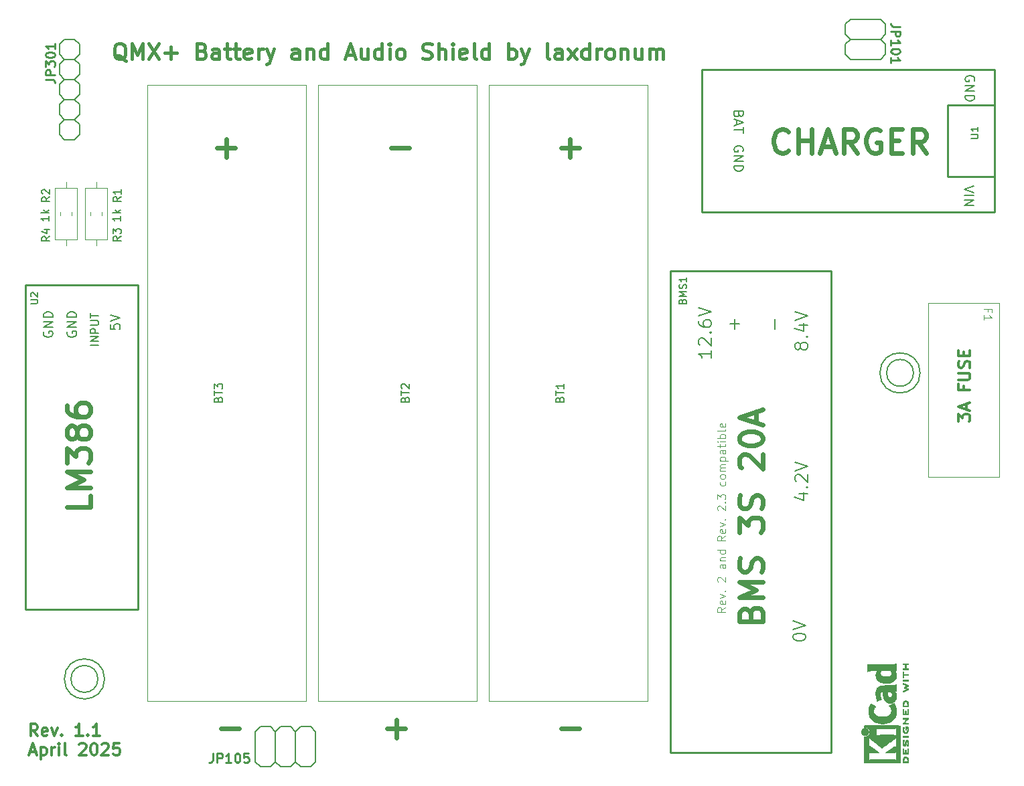
<source format=gbr>
%TF.GenerationSoftware,KiCad,Pcbnew,9.0.0*%
%TF.CreationDate,2025-04-09T21:16:24+03:00*%
%TF.ProjectId,QMX+ Battery + Audio Board,514d582b-2042-4617-9474-657279202b20,rev?*%
%TF.SameCoordinates,Original*%
%TF.FileFunction,Legend,Top*%
%TF.FilePolarity,Positive*%
%FSLAX46Y46*%
G04 Gerber Fmt 4.6, Leading zero omitted, Abs format (unit mm)*
G04 Created by KiCad (PCBNEW 9.0.0) date 2025-04-09 21:16:24*
%MOMM*%
%LPD*%
G01*
G04 APERTURE LIST*
%ADD10C,0.600000*%
%ADD11C,0.400000*%
%ADD12C,0.300000*%
%ADD13C,0.233680*%
%ADD14C,0.200000*%
%ADD15C,0.152400*%
%ADD16C,0.203000*%
%ADD17C,0.203200*%
%ADD18C,0.150000*%
%ADD19C,0.100000*%
%ADD20C,0.125000*%
%ADD21C,0.120000*%
%ADD22C,0.254000*%
%ADD23C,0.010000*%
G04 APERTURE END LIST*
D10*
X159109021Y-144458800D02*
X161394736Y-144458800D01*
D11*
X104072680Y-59924914D02*
X103882204Y-59829676D01*
X103882204Y-59829676D02*
X103691728Y-59639200D01*
X103691728Y-59639200D02*
X103406014Y-59353485D01*
X103406014Y-59353485D02*
X103215537Y-59258247D01*
X103215537Y-59258247D02*
X103025061Y-59258247D01*
X103120299Y-59734438D02*
X102929823Y-59639200D01*
X102929823Y-59639200D02*
X102739347Y-59448723D01*
X102739347Y-59448723D02*
X102644109Y-59067771D01*
X102644109Y-59067771D02*
X102644109Y-58401104D01*
X102644109Y-58401104D02*
X102739347Y-58020152D01*
X102739347Y-58020152D02*
X102929823Y-57829676D01*
X102929823Y-57829676D02*
X103120299Y-57734438D01*
X103120299Y-57734438D02*
X103501252Y-57734438D01*
X103501252Y-57734438D02*
X103691728Y-57829676D01*
X103691728Y-57829676D02*
X103882204Y-58020152D01*
X103882204Y-58020152D02*
X103977442Y-58401104D01*
X103977442Y-58401104D02*
X103977442Y-59067771D01*
X103977442Y-59067771D02*
X103882204Y-59448723D01*
X103882204Y-59448723D02*
X103691728Y-59639200D01*
X103691728Y-59639200D02*
X103501252Y-59734438D01*
X103501252Y-59734438D02*
X103120299Y-59734438D01*
X104834585Y-59734438D02*
X104834585Y-57734438D01*
X104834585Y-57734438D02*
X105501252Y-59163009D01*
X105501252Y-59163009D02*
X106167918Y-57734438D01*
X106167918Y-57734438D02*
X106167918Y-59734438D01*
X106929823Y-57734438D02*
X108263156Y-59734438D01*
X108263156Y-57734438D02*
X106929823Y-59734438D01*
X109025061Y-58972533D02*
X110548871Y-58972533D01*
X109786966Y-59734438D02*
X109786966Y-58210628D01*
X113691728Y-58686819D02*
X113977442Y-58782057D01*
X113977442Y-58782057D02*
X114072680Y-58877295D01*
X114072680Y-58877295D02*
X114167918Y-59067771D01*
X114167918Y-59067771D02*
X114167918Y-59353485D01*
X114167918Y-59353485D02*
X114072680Y-59543961D01*
X114072680Y-59543961D02*
X113977442Y-59639200D01*
X113977442Y-59639200D02*
X113786966Y-59734438D01*
X113786966Y-59734438D02*
X113025061Y-59734438D01*
X113025061Y-59734438D02*
X113025061Y-57734438D01*
X113025061Y-57734438D02*
X113691728Y-57734438D01*
X113691728Y-57734438D02*
X113882204Y-57829676D01*
X113882204Y-57829676D02*
X113977442Y-57924914D01*
X113977442Y-57924914D02*
X114072680Y-58115390D01*
X114072680Y-58115390D02*
X114072680Y-58305866D01*
X114072680Y-58305866D02*
X113977442Y-58496342D01*
X113977442Y-58496342D02*
X113882204Y-58591580D01*
X113882204Y-58591580D02*
X113691728Y-58686819D01*
X113691728Y-58686819D02*
X113025061Y-58686819D01*
X115882204Y-59734438D02*
X115882204Y-58686819D01*
X115882204Y-58686819D02*
X115786966Y-58496342D01*
X115786966Y-58496342D02*
X115596490Y-58401104D01*
X115596490Y-58401104D02*
X115215537Y-58401104D01*
X115215537Y-58401104D02*
X115025061Y-58496342D01*
X115882204Y-59639200D02*
X115691728Y-59734438D01*
X115691728Y-59734438D02*
X115215537Y-59734438D01*
X115215537Y-59734438D02*
X115025061Y-59639200D01*
X115025061Y-59639200D02*
X114929823Y-59448723D01*
X114929823Y-59448723D02*
X114929823Y-59258247D01*
X114929823Y-59258247D02*
X115025061Y-59067771D01*
X115025061Y-59067771D02*
X115215537Y-58972533D01*
X115215537Y-58972533D02*
X115691728Y-58972533D01*
X115691728Y-58972533D02*
X115882204Y-58877295D01*
X116548871Y-58401104D02*
X117310775Y-58401104D01*
X116834585Y-57734438D02*
X116834585Y-59448723D01*
X116834585Y-59448723D02*
X116929823Y-59639200D01*
X116929823Y-59639200D02*
X117120299Y-59734438D01*
X117120299Y-59734438D02*
X117310775Y-59734438D01*
X117691728Y-58401104D02*
X118453632Y-58401104D01*
X117977442Y-57734438D02*
X117977442Y-59448723D01*
X117977442Y-59448723D02*
X118072680Y-59639200D01*
X118072680Y-59639200D02*
X118263156Y-59734438D01*
X118263156Y-59734438D02*
X118453632Y-59734438D01*
X119882204Y-59639200D02*
X119691728Y-59734438D01*
X119691728Y-59734438D02*
X119310775Y-59734438D01*
X119310775Y-59734438D02*
X119120299Y-59639200D01*
X119120299Y-59639200D02*
X119025061Y-59448723D01*
X119025061Y-59448723D02*
X119025061Y-58686819D01*
X119025061Y-58686819D02*
X119120299Y-58496342D01*
X119120299Y-58496342D02*
X119310775Y-58401104D01*
X119310775Y-58401104D02*
X119691728Y-58401104D01*
X119691728Y-58401104D02*
X119882204Y-58496342D01*
X119882204Y-58496342D02*
X119977442Y-58686819D01*
X119977442Y-58686819D02*
X119977442Y-58877295D01*
X119977442Y-58877295D02*
X119025061Y-59067771D01*
X120834585Y-59734438D02*
X120834585Y-58401104D01*
X120834585Y-58782057D02*
X120929823Y-58591580D01*
X120929823Y-58591580D02*
X121025061Y-58496342D01*
X121025061Y-58496342D02*
X121215537Y-58401104D01*
X121215537Y-58401104D02*
X121406014Y-58401104D01*
X121882204Y-58401104D02*
X122358394Y-59734438D01*
X122834585Y-58401104D02*
X122358394Y-59734438D01*
X122358394Y-59734438D02*
X122167918Y-60210628D01*
X122167918Y-60210628D02*
X122072680Y-60305866D01*
X122072680Y-60305866D02*
X121882204Y-60401104D01*
X125977443Y-59734438D02*
X125977443Y-58686819D01*
X125977443Y-58686819D02*
X125882205Y-58496342D01*
X125882205Y-58496342D02*
X125691729Y-58401104D01*
X125691729Y-58401104D02*
X125310776Y-58401104D01*
X125310776Y-58401104D02*
X125120300Y-58496342D01*
X125977443Y-59639200D02*
X125786967Y-59734438D01*
X125786967Y-59734438D02*
X125310776Y-59734438D01*
X125310776Y-59734438D02*
X125120300Y-59639200D01*
X125120300Y-59639200D02*
X125025062Y-59448723D01*
X125025062Y-59448723D02*
X125025062Y-59258247D01*
X125025062Y-59258247D02*
X125120300Y-59067771D01*
X125120300Y-59067771D02*
X125310776Y-58972533D01*
X125310776Y-58972533D02*
X125786967Y-58972533D01*
X125786967Y-58972533D02*
X125977443Y-58877295D01*
X126929824Y-58401104D02*
X126929824Y-59734438D01*
X126929824Y-58591580D02*
X127025062Y-58496342D01*
X127025062Y-58496342D02*
X127215538Y-58401104D01*
X127215538Y-58401104D02*
X127501253Y-58401104D01*
X127501253Y-58401104D02*
X127691729Y-58496342D01*
X127691729Y-58496342D02*
X127786967Y-58686819D01*
X127786967Y-58686819D02*
X127786967Y-59734438D01*
X129596491Y-59734438D02*
X129596491Y-57734438D01*
X129596491Y-59639200D02*
X129406015Y-59734438D01*
X129406015Y-59734438D02*
X129025062Y-59734438D01*
X129025062Y-59734438D02*
X128834586Y-59639200D01*
X128834586Y-59639200D02*
X128739348Y-59543961D01*
X128739348Y-59543961D02*
X128644110Y-59353485D01*
X128644110Y-59353485D02*
X128644110Y-58782057D01*
X128644110Y-58782057D02*
X128739348Y-58591580D01*
X128739348Y-58591580D02*
X128834586Y-58496342D01*
X128834586Y-58496342D02*
X129025062Y-58401104D01*
X129025062Y-58401104D02*
X129406015Y-58401104D01*
X129406015Y-58401104D02*
X129596491Y-58496342D01*
X131977444Y-59163009D02*
X132929825Y-59163009D01*
X131786968Y-59734438D02*
X132453634Y-57734438D01*
X132453634Y-57734438D02*
X133120301Y-59734438D01*
X134644111Y-58401104D02*
X134644111Y-59734438D01*
X133786968Y-58401104D02*
X133786968Y-59448723D01*
X133786968Y-59448723D02*
X133882206Y-59639200D01*
X133882206Y-59639200D02*
X134072682Y-59734438D01*
X134072682Y-59734438D02*
X134358397Y-59734438D01*
X134358397Y-59734438D02*
X134548873Y-59639200D01*
X134548873Y-59639200D02*
X134644111Y-59543961D01*
X136453635Y-59734438D02*
X136453635Y-57734438D01*
X136453635Y-59639200D02*
X136263159Y-59734438D01*
X136263159Y-59734438D02*
X135882206Y-59734438D01*
X135882206Y-59734438D02*
X135691730Y-59639200D01*
X135691730Y-59639200D02*
X135596492Y-59543961D01*
X135596492Y-59543961D02*
X135501254Y-59353485D01*
X135501254Y-59353485D02*
X135501254Y-58782057D01*
X135501254Y-58782057D02*
X135596492Y-58591580D01*
X135596492Y-58591580D02*
X135691730Y-58496342D01*
X135691730Y-58496342D02*
X135882206Y-58401104D01*
X135882206Y-58401104D02*
X136263159Y-58401104D01*
X136263159Y-58401104D02*
X136453635Y-58496342D01*
X137406016Y-59734438D02*
X137406016Y-58401104D01*
X137406016Y-57734438D02*
X137310778Y-57829676D01*
X137310778Y-57829676D02*
X137406016Y-57924914D01*
X137406016Y-57924914D02*
X137501254Y-57829676D01*
X137501254Y-57829676D02*
X137406016Y-57734438D01*
X137406016Y-57734438D02*
X137406016Y-57924914D01*
X138644111Y-59734438D02*
X138453635Y-59639200D01*
X138453635Y-59639200D02*
X138358397Y-59543961D01*
X138358397Y-59543961D02*
X138263159Y-59353485D01*
X138263159Y-59353485D02*
X138263159Y-58782057D01*
X138263159Y-58782057D02*
X138358397Y-58591580D01*
X138358397Y-58591580D02*
X138453635Y-58496342D01*
X138453635Y-58496342D02*
X138644111Y-58401104D01*
X138644111Y-58401104D02*
X138929826Y-58401104D01*
X138929826Y-58401104D02*
X139120302Y-58496342D01*
X139120302Y-58496342D02*
X139215540Y-58591580D01*
X139215540Y-58591580D02*
X139310778Y-58782057D01*
X139310778Y-58782057D02*
X139310778Y-59353485D01*
X139310778Y-59353485D02*
X139215540Y-59543961D01*
X139215540Y-59543961D02*
X139120302Y-59639200D01*
X139120302Y-59639200D02*
X138929826Y-59734438D01*
X138929826Y-59734438D02*
X138644111Y-59734438D01*
X141596493Y-59639200D02*
X141882207Y-59734438D01*
X141882207Y-59734438D02*
X142358398Y-59734438D01*
X142358398Y-59734438D02*
X142548874Y-59639200D01*
X142548874Y-59639200D02*
X142644112Y-59543961D01*
X142644112Y-59543961D02*
X142739350Y-59353485D01*
X142739350Y-59353485D02*
X142739350Y-59163009D01*
X142739350Y-59163009D02*
X142644112Y-58972533D01*
X142644112Y-58972533D02*
X142548874Y-58877295D01*
X142548874Y-58877295D02*
X142358398Y-58782057D01*
X142358398Y-58782057D02*
X141977445Y-58686819D01*
X141977445Y-58686819D02*
X141786969Y-58591580D01*
X141786969Y-58591580D02*
X141691731Y-58496342D01*
X141691731Y-58496342D02*
X141596493Y-58305866D01*
X141596493Y-58305866D02*
X141596493Y-58115390D01*
X141596493Y-58115390D02*
X141691731Y-57924914D01*
X141691731Y-57924914D02*
X141786969Y-57829676D01*
X141786969Y-57829676D02*
X141977445Y-57734438D01*
X141977445Y-57734438D02*
X142453636Y-57734438D01*
X142453636Y-57734438D02*
X142739350Y-57829676D01*
X143596493Y-59734438D02*
X143596493Y-57734438D01*
X144453636Y-59734438D02*
X144453636Y-58686819D01*
X144453636Y-58686819D02*
X144358398Y-58496342D01*
X144358398Y-58496342D02*
X144167922Y-58401104D01*
X144167922Y-58401104D02*
X143882207Y-58401104D01*
X143882207Y-58401104D02*
X143691731Y-58496342D01*
X143691731Y-58496342D02*
X143596493Y-58591580D01*
X145406017Y-59734438D02*
X145406017Y-58401104D01*
X145406017Y-57734438D02*
X145310779Y-57829676D01*
X145310779Y-57829676D02*
X145406017Y-57924914D01*
X145406017Y-57924914D02*
X145501255Y-57829676D01*
X145501255Y-57829676D02*
X145406017Y-57734438D01*
X145406017Y-57734438D02*
X145406017Y-57924914D01*
X147120303Y-59639200D02*
X146929827Y-59734438D01*
X146929827Y-59734438D02*
X146548874Y-59734438D01*
X146548874Y-59734438D02*
X146358398Y-59639200D01*
X146358398Y-59639200D02*
X146263160Y-59448723D01*
X146263160Y-59448723D02*
X146263160Y-58686819D01*
X146263160Y-58686819D02*
X146358398Y-58496342D01*
X146358398Y-58496342D02*
X146548874Y-58401104D01*
X146548874Y-58401104D02*
X146929827Y-58401104D01*
X146929827Y-58401104D02*
X147120303Y-58496342D01*
X147120303Y-58496342D02*
X147215541Y-58686819D01*
X147215541Y-58686819D02*
X147215541Y-58877295D01*
X147215541Y-58877295D02*
X146263160Y-59067771D01*
X148358398Y-59734438D02*
X148167922Y-59639200D01*
X148167922Y-59639200D02*
X148072684Y-59448723D01*
X148072684Y-59448723D02*
X148072684Y-57734438D01*
X149977446Y-59734438D02*
X149977446Y-57734438D01*
X149977446Y-59639200D02*
X149786970Y-59734438D01*
X149786970Y-59734438D02*
X149406017Y-59734438D01*
X149406017Y-59734438D02*
X149215541Y-59639200D01*
X149215541Y-59639200D02*
X149120303Y-59543961D01*
X149120303Y-59543961D02*
X149025065Y-59353485D01*
X149025065Y-59353485D02*
X149025065Y-58782057D01*
X149025065Y-58782057D02*
X149120303Y-58591580D01*
X149120303Y-58591580D02*
X149215541Y-58496342D01*
X149215541Y-58496342D02*
X149406017Y-58401104D01*
X149406017Y-58401104D02*
X149786970Y-58401104D01*
X149786970Y-58401104D02*
X149977446Y-58496342D01*
X152453637Y-59734438D02*
X152453637Y-57734438D01*
X152453637Y-58496342D02*
X152644113Y-58401104D01*
X152644113Y-58401104D02*
X153025066Y-58401104D01*
X153025066Y-58401104D02*
X153215542Y-58496342D01*
X153215542Y-58496342D02*
X153310780Y-58591580D01*
X153310780Y-58591580D02*
X153406018Y-58782057D01*
X153406018Y-58782057D02*
X153406018Y-59353485D01*
X153406018Y-59353485D02*
X153310780Y-59543961D01*
X153310780Y-59543961D02*
X153215542Y-59639200D01*
X153215542Y-59639200D02*
X153025066Y-59734438D01*
X153025066Y-59734438D02*
X152644113Y-59734438D01*
X152644113Y-59734438D02*
X152453637Y-59639200D01*
X154072685Y-58401104D02*
X154548875Y-59734438D01*
X155025066Y-58401104D02*
X154548875Y-59734438D01*
X154548875Y-59734438D02*
X154358399Y-60210628D01*
X154358399Y-60210628D02*
X154263161Y-60305866D01*
X154263161Y-60305866D02*
X154072685Y-60401104D01*
X157596495Y-59734438D02*
X157406019Y-59639200D01*
X157406019Y-59639200D02*
X157310781Y-59448723D01*
X157310781Y-59448723D02*
X157310781Y-57734438D01*
X159215543Y-59734438D02*
X159215543Y-58686819D01*
X159215543Y-58686819D02*
X159120305Y-58496342D01*
X159120305Y-58496342D02*
X158929829Y-58401104D01*
X158929829Y-58401104D02*
X158548876Y-58401104D01*
X158548876Y-58401104D02*
X158358400Y-58496342D01*
X159215543Y-59639200D02*
X159025067Y-59734438D01*
X159025067Y-59734438D02*
X158548876Y-59734438D01*
X158548876Y-59734438D02*
X158358400Y-59639200D01*
X158358400Y-59639200D02*
X158263162Y-59448723D01*
X158263162Y-59448723D02*
X158263162Y-59258247D01*
X158263162Y-59258247D02*
X158358400Y-59067771D01*
X158358400Y-59067771D02*
X158548876Y-58972533D01*
X158548876Y-58972533D02*
X159025067Y-58972533D01*
X159025067Y-58972533D02*
X159215543Y-58877295D01*
X159977448Y-59734438D02*
X161025067Y-58401104D01*
X159977448Y-58401104D02*
X161025067Y-59734438D01*
X162644115Y-59734438D02*
X162644115Y-57734438D01*
X162644115Y-59639200D02*
X162453639Y-59734438D01*
X162453639Y-59734438D02*
X162072686Y-59734438D01*
X162072686Y-59734438D02*
X161882210Y-59639200D01*
X161882210Y-59639200D02*
X161786972Y-59543961D01*
X161786972Y-59543961D02*
X161691734Y-59353485D01*
X161691734Y-59353485D02*
X161691734Y-58782057D01*
X161691734Y-58782057D02*
X161786972Y-58591580D01*
X161786972Y-58591580D02*
X161882210Y-58496342D01*
X161882210Y-58496342D02*
X162072686Y-58401104D01*
X162072686Y-58401104D02*
X162453639Y-58401104D01*
X162453639Y-58401104D02*
X162644115Y-58496342D01*
X163596496Y-59734438D02*
X163596496Y-58401104D01*
X163596496Y-58782057D02*
X163691734Y-58591580D01*
X163691734Y-58591580D02*
X163786972Y-58496342D01*
X163786972Y-58496342D02*
X163977448Y-58401104D01*
X163977448Y-58401104D02*
X164167925Y-58401104D01*
X165120305Y-59734438D02*
X164929829Y-59639200D01*
X164929829Y-59639200D02*
X164834591Y-59543961D01*
X164834591Y-59543961D02*
X164739353Y-59353485D01*
X164739353Y-59353485D02*
X164739353Y-58782057D01*
X164739353Y-58782057D02*
X164834591Y-58591580D01*
X164834591Y-58591580D02*
X164929829Y-58496342D01*
X164929829Y-58496342D02*
X165120305Y-58401104D01*
X165120305Y-58401104D02*
X165406020Y-58401104D01*
X165406020Y-58401104D02*
X165596496Y-58496342D01*
X165596496Y-58496342D02*
X165691734Y-58591580D01*
X165691734Y-58591580D02*
X165786972Y-58782057D01*
X165786972Y-58782057D02*
X165786972Y-59353485D01*
X165786972Y-59353485D02*
X165691734Y-59543961D01*
X165691734Y-59543961D02*
X165596496Y-59639200D01*
X165596496Y-59639200D02*
X165406020Y-59734438D01*
X165406020Y-59734438D02*
X165120305Y-59734438D01*
X166644115Y-58401104D02*
X166644115Y-59734438D01*
X166644115Y-58591580D02*
X166739353Y-58496342D01*
X166739353Y-58496342D02*
X166929829Y-58401104D01*
X166929829Y-58401104D02*
X167215544Y-58401104D01*
X167215544Y-58401104D02*
X167406020Y-58496342D01*
X167406020Y-58496342D02*
X167501258Y-58686819D01*
X167501258Y-58686819D02*
X167501258Y-59734438D01*
X169310782Y-58401104D02*
X169310782Y-59734438D01*
X168453639Y-58401104D02*
X168453639Y-59448723D01*
X168453639Y-59448723D02*
X168548877Y-59639200D01*
X168548877Y-59639200D02*
X168739353Y-59734438D01*
X168739353Y-59734438D02*
X169025068Y-59734438D01*
X169025068Y-59734438D02*
X169215544Y-59639200D01*
X169215544Y-59639200D02*
X169310782Y-59543961D01*
X170263163Y-59734438D02*
X170263163Y-58401104D01*
X170263163Y-58591580D02*
X170358401Y-58496342D01*
X170358401Y-58496342D02*
X170548877Y-58401104D01*
X170548877Y-58401104D02*
X170834592Y-58401104D01*
X170834592Y-58401104D02*
X171025068Y-58496342D01*
X171025068Y-58496342D02*
X171120306Y-58686819D01*
X171120306Y-58686819D02*
X171120306Y-59734438D01*
X171120306Y-58686819D02*
X171215544Y-58496342D01*
X171215544Y-58496342D02*
X171406020Y-58401104D01*
X171406020Y-58401104D02*
X171691734Y-58401104D01*
X171691734Y-58401104D02*
X171882211Y-58496342D01*
X171882211Y-58496342D02*
X171977449Y-58686819D01*
X171977449Y-58686819D02*
X171977449Y-59734438D01*
D10*
X115609021Y-70958800D02*
X117894736Y-70958800D01*
X116751878Y-72101657D02*
X116751878Y-69815942D01*
D12*
X209300828Y-105588346D02*
X209300828Y-104659774D01*
X209300828Y-104659774D02*
X209872257Y-105159774D01*
X209872257Y-105159774D02*
X209872257Y-104945489D01*
X209872257Y-104945489D02*
X209943685Y-104802632D01*
X209943685Y-104802632D02*
X210015114Y-104731203D01*
X210015114Y-104731203D02*
X210157971Y-104659774D01*
X210157971Y-104659774D02*
X210515114Y-104659774D01*
X210515114Y-104659774D02*
X210657971Y-104731203D01*
X210657971Y-104731203D02*
X210729400Y-104802632D01*
X210729400Y-104802632D02*
X210800828Y-104945489D01*
X210800828Y-104945489D02*
X210800828Y-105374060D01*
X210800828Y-105374060D02*
X210729400Y-105516917D01*
X210729400Y-105516917D02*
X210657971Y-105588346D01*
X210372257Y-104088346D02*
X210372257Y-103374061D01*
X210800828Y-104231203D02*
X209300828Y-103731203D01*
X209300828Y-103731203D02*
X210800828Y-103231203D01*
X210015114Y-101088347D02*
X210015114Y-101588347D01*
X210800828Y-101588347D02*
X209300828Y-101588347D01*
X209300828Y-101588347D02*
X209300828Y-100874061D01*
X209300828Y-100302633D02*
X210515114Y-100302633D01*
X210515114Y-100302633D02*
X210657971Y-100231204D01*
X210657971Y-100231204D02*
X210729400Y-100159776D01*
X210729400Y-100159776D02*
X210800828Y-100016918D01*
X210800828Y-100016918D02*
X210800828Y-99731204D01*
X210800828Y-99731204D02*
X210729400Y-99588347D01*
X210729400Y-99588347D02*
X210657971Y-99516918D01*
X210657971Y-99516918D02*
X210515114Y-99445490D01*
X210515114Y-99445490D02*
X209300828Y-99445490D01*
X210729400Y-98802632D02*
X210800828Y-98588347D01*
X210800828Y-98588347D02*
X210800828Y-98231204D01*
X210800828Y-98231204D02*
X210729400Y-98088347D01*
X210729400Y-98088347D02*
X210657971Y-98016918D01*
X210657971Y-98016918D02*
X210515114Y-97945489D01*
X210515114Y-97945489D02*
X210372257Y-97945489D01*
X210372257Y-97945489D02*
X210229400Y-98016918D01*
X210229400Y-98016918D02*
X210157971Y-98088347D01*
X210157971Y-98088347D02*
X210086542Y-98231204D01*
X210086542Y-98231204D02*
X210015114Y-98516918D01*
X210015114Y-98516918D02*
X209943685Y-98659775D01*
X209943685Y-98659775D02*
X209872257Y-98731204D01*
X209872257Y-98731204D02*
X209729400Y-98802632D01*
X209729400Y-98802632D02*
X209586542Y-98802632D01*
X209586542Y-98802632D02*
X209443685Y-98731204D01*
X209443685Y-98731204D02*
X209372257Y-98659775D01*
X209372257Y-98659775D02*
X209300828Y-98516918D01*
X209300828Y-98516918D02*
X209300828Y-98159775D01*
X209300828Y-98159775D02*
X209372257Y-97945489D01*
X210015114Y-97302633D02*
X210015114Y-96802633D01*
X210800828Y-96588347D02*
X210800828Y-97302633D01*
X210800828Y-97302633D02*
X209300828Y-97302633D01*
X209300828Y-97302633D02*
X209300828Y-96588347D01*
D13*
X93926458Y-62294244D02*
X94761029Y-62294244D01*
X94761029Y-62294244D02*
X94927943Y-62349883D01*
X94927943Y-62349883D02*
X95039220Y-62461159D01*
X95039220Y-62461159D02*
X95094858Y-62628073D01*
X95094858Y-62628073D02*
X95094858Y-62739349D01*
X95094858Y-61737863D02*
X93926458Y-61737863D01*
X93926458Y-61737863D02*
X93926458Y-61292758D01*
X93926458Y-61292758D02*
X93982096Y-61181482D01*
X93982096Y-61181482D02*
X94037734Y-61125844D01*
X94037734Y-61125844D02*
X94149010Y-61070206D01*
X94149010Y-61070206D02*
X94315924Y-61070206D01*
X94315924Y-61070206D02*
X94427200Y-61125844D01*
X94427200Y-61125844D02*
X94482839Y-61181482D01*
X94482839Y-61181482D02*
X94538477Y-61292758D01*
X94538477Y-61292758D02*
X94538477Y-61737863D01*
X93926458Y-60680739D02*
X93926458Y-59957444D01*
X93926458Y-59957444D02*
X94371562Y-60346911D01*
X94371562Y-60346911D02*
X94371562Y-60179996D01*
X94371562Y-60179996D02*
X94427200Y-60068720D01*
X94427200Y-60068720D02*
X94482839Y-60013082D01*
X94482839Y-60013082D02*
X94594115Y-59957444D01*
X94594115Y-59957444D02*
X94872305Y-59957444D01*
X94872305Y-59957444D02*
X94983581Y-60013082D01*
X94983581Y-60013082D02*
X95039220Y-60068720D01*
X95039220Y-60068720D02*
X95094858Y-60179996D01*
X95094858Y-60179996D02*
X95094858Y-60513825D01*
X95094858Y-60513825D02*
X95039220Y-60625101D01*
X95039220Y-60625101D02*
X94983581Y-60680739D01*
X93926458Y-59234149D02*
X93926458Y-59122872D01*
X93926458Y-59122872D02*
X93982096Y-59011596D01*
X93982096Y-59011596D02*
X94037734Y-58955958D01*
X94037734Y-58955958D02*
X94149010Y-58900320D01*
X94149010Y-58900320D02*
X94371562Y-58844682D01*
X94371562Y-58844682D02*
X94649753Y-58844682D01*
X94649753Y-58844682D02*
X94872305Y-58900320D01*
X94872305Y-58900320D02*
X94983581Y-58955958D01*
X94983581Y-58955958D02*
X95039220Y-59011596D01*
X95039220Y-59011596D02*
X95094858Y-59122872D01*
X95094858Y-59122872D02*
X95094858Y-59234149D01*
X95094858Y-59234149D02*
X95039220Y-59345425D01*
X95039220Y-59345425D02*
X94983581Y-59401063D01*
X94983581Y-59401063D02*
X94872305Y-59456701D01*
X94872305Y-59456701D02*
X94649753Y-59512339D01*
X94649753Y-59512339D02*
X94371562Y-59512339D01*
X94371562Y-59512339D02*
X94149010Y-59456701D01*
X94149010Y-59456701D02*
X94037734Y-59401063D01*
X94037734Y-59401063D02*
X93982096Y-59345425D01*
X93982096Y-59345425D02*
X93926458Y-59234149D01*
X95094858Y-57731920D02*
X95094858Y-58399577D01*
X95094858Y-58065749D02*
X93926458Y-58065749D01*
X93926458Y-58065749D02*
X94093372Y-58177025D01*
X94093372Y-58177025D02*
X94204648Y-58288301D01*
X94204648Y-58288301D02*
X94260286Y-58399577D01*
D14*
X94367219Y-79606517D02*
X94367219Y-80177945D01*
X94367219Y-79892231D02*
X93367219Y-79892231D01*
X93367219Y-79892231D02*
X93510076Y-79987469D01*
X93510076Y-79987469D02*
X93605314Y-80082707D01*
X93605314Y-80082707D02*
X93652933Y-80177945D01*
X94367219Y-79177945D02*
X93367219Y-79177945D01*
X93986266Y-79082707D02*
X94367219Y-78796993D01*
X93700552Y-78796993D02*
X94081504Y-79177945D01*
D13*
X115065755Y-147588458D02*
X115065755Y-148423029D01*
X115065755Y-148423029D02*
X115010116Y-148589943D01*
X115010116Y-148589943D02*
X114898840Y-148701220D01*
X114898840Y-148701220D02*
X114731926Y-148756858D01*
X114731926Y-148756858D02*
X114620650Y-148756858D01*
X115622136Y-148756858D02*
X115622136Y-147588458D01*
X115622136Y-147588458D02*
X116067241Y-147588458D01*
X116067241Y-147588458D02*
X116178517Y-147644096D01*
X116178517Y-147644096D02*
X116234155Y-147699734D01*
X116234155Y-147699734D02*
X116289793Y-147811010D01*
X116289793Y-147811010D02*
X116289793Y-147977924D01*
X116289793Y-147977924D02*
X116234155Y-148089200D01*
X116234155Y-148089200D02*
X116178517Y-148144839D01*
X116178517Y-148144839D02*
X116067241Y-148200477D01*
X116067241Y-148200477D02*
X115622136Y-148200477D01*
X117402555Y-148756858D02*
X116734898Y-148756858D01*
X117068726Y-148756858D02*
X117068726Y-147588458D01*
X117068726Y-147588458D02*
X116957450Y-147755372D01*
X116957450Y-147755372D02*
X116846174Y-147866648D01*
X116846174Y-147866648D02*
X116734898Y-147922286D01*
X118125850Y-147588458D02*
X118237127Y-147588458D01*
X118237127Y-147588458D02*
X118348403Y-147644096D01*
X118348403Y-147644096D02*
X118404041Y-147699734D01*
X118404041Y-147699734D02*
X118459679Y-147811010D01*
X118459679Y-147811010D02*
X118515317Y-148033562D01*
X118515317Y-148033562D02*
X118515317Y-148311753D01*
X118515317Y-148311753D02*
X118459679Y-148534305D01*
X118459679Y-148534305D02*
X118404041Y-148645581D01*
X118404041Y-148645581D02*
X118348403Y-148701220D01*
X118348403Y-148701220D02*
X118237127Y-148756858D01*
X118237127Y-148756858D02*
X118125850Y-148756858D01*
X118125850Y-148756858D02*
X118014574Y-148701220D01*
X118014574Y-148701220D02*
X117958936Y-148645581D01*
X117958936Y-148645581D02*
X117903298Y-148534305D01*
X117903298Y-148534305D02*
X117847660Y-148311753D01*
X117847660Y-148311753D02*
X117847660Y-148033562D01*
X117847660Y-148033562D02*
X117903298Y-147811010D01*
X117903298Y-147811010D02*
X117958936Y-147699734D01*
X117958936Y-147699734D02*
X118014574Y-147644096D01*
X118014574Y-147644096D02*
X118125850Y-147588458D01*
X119572441Y-147588458D02*
X119016060Y-147588458D01*
X119016060Y-147588458D02*
X118960422Y-148144839D01*
X118960422Y-148144839D02*
X119016060Y-148089200D01*
X119016060Y-148089200D02*
X119127336Y-148033562D01*
X119127336Y-148033562D02*
X119405527Y-148033562D01*
X119405527Y-148033562D02*
X119516803Y-148089200D01*
X119516803Y-148089200D02*
X119572441Y-148144839D01*
X119572441Y-148144839D02*
X119628079Y-148256115D01*
X119628079Y-148256115D02*
X119628079Y-148534305D01*
X119628079Y-148534305D02*
X119572441Y-148645581D01*
X119572441Y-148645581D02*
X119516803Y-148701220D01*
X119516803Y-148701220D02*
X119405527Y-148756858D01*
X119405527Y-148756858D02*
X119127336Y-148756858D01*
X119127336Y-148756858D02*
X119016060Y-148701220D01*
X119016060Y-148701220D02*
X118960422Y-148645581D01*
D10*
X187823307Y-71315942D02*
X187680450Y-71458800D01*
X187680450Y-71458800D02*
X187251878Y-71601657D01*
X187251878Y-71601657D02*
X186966164Y-71601657D01*
X186966164Y-71601657D02*
X186537593Y-71458800D01*
X186537593Y-71458800D02*
X186251878Y-71173085D01*
X186251878Y-71173085D02*
X186109021Y-70887371D01*
X186109021Y-70887371D02*
X185966164Y-70315942D01*
X185966164Y-70315942D02*
X185966164Y-69887371D01*
X185966164Y-69887371D02*
X186109021Y-69315942D01*
X186109021Y-69315942D02*
X186251878Y-69030228D01*
X186251878Y-69030228D02*
X186537593Y-68744514D01*
X186537593Y-68744514D02*
X186966164Y-68601657D01*
X186966164Y-68601657D02*
X187251878Y-68601657D01*
X187251878Y-68601657D02*
X187680450Y-68744514D01*
X187680450Y-68744514D02*
X187823307Y-68887371D01*
X189109021Y-71601657D02*
X189109021Y-68601657D01*
X189109021Y-70030228D02*
X190823307Y-70030228D01*
X190823307Y-71601657D02*
X190823307Y-68601657D01*
X192109021Y-70744514D02*
X193537593Y-70744514D01*
X191823307Y-71601657D02*
X192823307Y-68601657D01*
X192823307Y-68601657D02*
X193823307Y-71601657D01*
X196537593Y-71601657D02*
X195537593Y-70173085D01*
X194823307Y-71601657D02*
X194823307Y-68601657D01*
X194823307Y-68601657D02*
X195966164Y-68601657D01*
X195966164Y-68601657D02*
X196251879Y-68744514D01*
X196251879Y-68744514D02*
X196394736Y-68887371D01*
X196394736Y-68887371D02*
X196537593Y-69173085D01*
X196537593Y-69173085D02*
X196537593Y-69601657D01*
X196537593Y-69601657D02*
X196394736Y-69887371D01*
X196394736Y-69887371D02*
X196251879Y-70030228D01*
X196251879Y-70030228D02*
X195966164Y-70173085D01*
X195966164Y-70173085D02*
X194823307Y-70173085D01*
X199394736Y-68744514D02*
X199109022Y-68601657D01*
X199109022Y-68601657D02*
X198680450Y-68601657D01*
X198680450Y-68601657D02*
X198251879Y-68744514D01*
X198251879Y-68744514D02*
X197966164Y-69030228D01*
X197966164Y-69030228D02*
X197823307Y-69315942D01*
X197823307Y-69315942D02*
X197680450Y-69887371D01*
X197680450Y-69887371D02*
X197680450Y-70315942D01*
X197680450Y-70315942D02*
X197823307Y-70887371D01*
X197823307Y-70887371D02*
X197966164Y-71173085D01*
X197966164Y-71173085D02*
X198251879Y-71458800D01*
X198251879Y-71458800D02*
X198680450Y-71601657D01*
X198680450Y-71601657D02*
X198966164Y-71601657D01*
X198966164Y-71601657D02*
X199394736Y-71458800D01*
X199394736Y-71458800D02*
X199537593Y-71315942D01*
X199537593Y-71315942D02*
X199537593Y-70315942D01*
X199537593Y-70315942D02*
X198966164Y-70315942D01*
X200823307Y-70030228D02*
X201823307Y-70030228D01*
X202251879Y-71601657D02*
X200823307Y-71601657D01*
X200823307Y-71601657D02*
X200823307Y-68601657D01*
X200823307Y-68601657D02*
X202251879Y-68601657D01*
X205251879Y-71601657D02*
X204251879Y-70173085D01*
X203537593Y-71601657D02*
X203537593Y-68601657D01*
X203537593Y-68601657D02*
X204680450Y-68601657D01*
X204680450Y-68601657D02*
X204966165Y-68744514D01*
X204966165Y-68744514D02*
X205109022Y-68887371D01*
X205109022Y-68887371D02*
X205251879Y-69173085D01*
X205251879Y-69173085D02*
X205251879Y-69601657D01*
X205251879Y-69601657D02*
X205109022Y-69887371D01*
X205109022Y-69887371D02*
X204966165Y-70030228D01*
X204966165Y-70030228D02*
X204680450Y-70173085D01*
X204680450Y-70173085D02*
X203537593Y-70173085D01*
X159109021Y-70958800D02*
X161394736Y-70958800D01*
X160251878Y-72101657D02*
X160251878Y-69815942D01*
D13*
X201969612Y-55623270D02*
X201135041Y-55623270D01*
X201135041Y-55623270D02*
X200968127Y-55567631D01*
X200968127Y-55567631D02*
X200856851Y-55456355D01*
X200856851Y-55456355D02*
X200801212Y-55289441D01*
X200801212Y-55289441D02*
X200801212Y-55178165D01*
X200801212Y-56179651D02*
X201969612Y-56179651D01*
X201969612Y-56179651D02*
X201969612Y-56624756D01*
X201969612Y-56624756D02*
X201913974Y-56736032D01*
X201913974Y-56736032D02*
X201858336Y-56791670D01*
X201858336Y-56791670D02*
X201747060Y-56847308D01*
X201747060Y-56847308D02*
X201580146Y-56847308D01*
X201580146Y-56847308D02*
X201468870Y-56791670D01*
X201468870Y-56791670D02*
X201413231Y-56736032D01*
X201413231Y-56736032D02*
X201357593Y-56624756D01*
X201357593Y-56624756D02*
X201357593Y-56179651D01*
X200801212Y-57960070D02*
X200801212Y-57292413D01*
X200801212Y-57626241D02*
X201969612Y-57626241D01*
X201969612Y-57626241D02*
X201802698Y-57514965D01*
X201802698Y-57514965D02*
X201691422Y-57403689D01*
X201691422Y-57403689D02*
X201635784Y-57292413D01*
X201969612Y-58683365D02*
X201969612Y-58794642D01*
X201969612Y-58794642D02*
X201913974Y-58905918D01*
X201913974Y-58905918D02*
X201858336Y-58961556D01*
X201858336Y-58961556D02*
X201747060Y-59017194D01*
X201747060Y-59017194D02*
X201524508Y-59072832D01*
X201524508Y-59072832D02*
X201246317Y-59072832D01*
X201246317Y-59072832D02*
X201023765Y-59017194D01*
X201023765Y-59017194D02*
X200912489Y-58961556D01*
X200912489Y-58961556D02*
X200856851Y-58905918D01*
X200856851Y-58905918D02*
X200801212Y-58794642D01*
X200801212Y-58794642D02*
X200801212Y-58683365D01*
X200801212Y-58683365D02*
X200856851Y-58572089D01*
X200856851Y-58572089D02*
X200912489Y-58516451D01*
X200912489Y-58516451D02*
X201023765Y-58460813D01*
X201023765Y-58460813D02*
X201246317Y-58405175D01*
X201246317Y-58405175D02*
X201524508Y-58405175D01*
X201524508Y-58405175D02*
X201747060Y-58460813D01*
X201747060Y-58460813D02*
X201858336Y-58516451D01*
X201858336Y-58516451D02*
X201913974Y-58572089D01*
X201913974Y-58572089D02*
X201969612Y-58683365D01*
X200801212Y-60185594D02*
X200801212Y-59517937D01*
X200801212Y-59851765D02*
X201969612Y-59851765D01*
X201969612Y-59851765D02*
X201802698Y-59740489D01*
X201802698Y-59740489D02*
X201691422Y-59629213D01*
X201691422Y-59629213D02*
X201635784Y-59517937D01*
D10*
X137109021Y-144458800D02*
X139394736Y-144458800D01*
X138251878Y-145601657D02*
X138251878Y-143315942D01*
D14*
X103367219Y-79606517D02*
X103367219Y-80177945D01*
X103367219Y-79892231D02*
X102367219Y-79892231D01*
X102367219Y-79892231D02*
X102510076Y-79987469D01*
X102510076Y-79987469D02*
X102605314Y-80082707D01*
X102605314Y-80082707D02*
X102652933Y-80177945D01*
X103367219Y-79177945D02*
X102367219Y-79177945D01*
X102986266Y-79082707D02*
X103367219Y-78796993D01*
X102700552Y-78796993D02*
X103081504Y-79177945D01*
D10*
X116109021Y-144458800D02*
X118394736Y-144458800D01*
D12*
X92911653Y-145385912D02*
X92411653Y-144671626D01*
X92054510Y-145385912D02*
X92054510Y-143885912D01*
X92054510Y-143885912D02*
X92625939Y-143885912D01*
X92625939Y-143885912D02*
X92768796Y-143957341D01*
X92768796Y-143957341D02*
X92840225Y-144028769D01*
X92840225Y-144028769D02*
X92911653Y-144171626D01*
X92911653Y-144171626D02*
X92911653Y-144385912D01*
X92911653Y-144385912D02*
X92840225Y-144528769D01*
X92840225Y-144528769D02*
X92768796Y-144600198D01*
X92768796Y-144600198D02*
X92625939Y-144671626D01*
X92625939Y-144671626D02*
X92054510Y-144671626D01*
X94125939Y-145314484D02*
X93983082Y-145385912D01*
X93983082Y-145385912D02*
X93697368Y-145385912D01*
X93697368Y-145385912D02*
X93554510Y-145314484D01*
X93554510Y-145314484D02*
X93483082Y-145171626D01*
X93483082Y-145171626D02*
X93483082Y-144600198D01*
X93483082Y-144600198D02*
X93554510Y-144457341D01*
X93554510Y-144457341D02*
X93697368Y-144385912D01*
X93697368Y-144385912D02*
X93983082Y-144385912D01*
X93983082Y-144385912D02*
X94125939Y-144457341D01*
X94125939Y-144457341D02*
X94197368Y-144600198D01*
X94197368Y-144600198D02*
X94197368Y-144743055D01*
X94197368Y-144743055D02*
X93483082Y-144885912D01*
X94697367Y-144385912D02*
X95054510Y-145385912D01*
X95054510Y-145385912D02*
X95411653Y-144385912D01*
X95983081Y-145243055D02*
X96054510Y-145314484D01*
X96054510Y-145314484D02*
X95983081Y-145385912D01*
X95983081Y-145385912D02*
X95911653Y-145314484D01*
X95911653Y-145314484D02*
X95983081Y-145243055D01*
X95983081Y-145243055D02*
X95983081Y-145385912D01*
X98625939Y-145385912D02*
X97768796Y-145385912D01*
X98197367Y-145385912D02*
X98197367Y-143885912D01*
X98197367Y-143885912D02*
X98054510Y-144100198D01*
X98054510Y-144100198D02*
X97911653Y-144243055D01*
X97911653Y-144243055D02*
X97768796Y-144314484D01*
X99268795Y-145243055D02*
X99340224Y-145314484D01*
X99340224Y-145314484D02*
X99268795Y-145385912D01*
X99268795Y-145385912D02*
X99197367Y-145314484D01*
X99197367Y-145314484D02*
X99268795Y-145243055D01*
X99268795Y-145243055D02*
X99268795Y-145385912D01*
X100768796Y-145385912D02*
X99911653Y-145385912D01*
X100340224Y-145385912D02*
X100340224Y-143885912D01*
X100340224Y-143885912D02*
X100197367Y-144100198D01*
X100197367Y-144100198D02*
X100054510Y-144243055D01*
X100054510Y-144243055D02*
X99911653Y-144314484D01*
X91983082Y-147372257D02*
X92697368Y-147372257D01*
X91840225Y-147800828D02*
X92340225Y-146300828D01*
X92340225Y-146300828D02*
X92840225Y-147800828D01*
X93340224Y-146800828D02*
X93340224Y-148300828D01*
X93340224Y-146872257D02*
X93483082Y-146800828D01*
X93483082Y-146800828D02*
X93768796Y-146800828D01*
X93768796Y-146800828D02*
X93911653Y-146872257D01*
X93911653Y-146872257D02*
X93983082Y-146943685D01*
X93983082Y-146943685D02*
X94054510Y-147086542D01*
X94054510Y-147086542D02*
X94054510Y-147515114D01*
X94054510Y-147515114D02*
X93983082Y-147657971D01*
X93983082Y-147657971D02*
X93911653Y-147729400D01*
X93911653Y-147729400D02*
X93768796Y-147800828D01*
X93768796Y-147800828D02*
X93483082Y-147800828D01*
X93483082Y-147800828D02*
X93340224Y-147729400D01*
X94697367Y-147800828D02*
X94697367Y-146800828D01*
X94697367Y-147086542D02*
X94768796Y-146943685D01*
X94768796Y-146943685D02*
X94840225Y-146872257D01*
X94840225Y-146872257D02*
X94983082Y-146800828D01*
X94983082Y-146800828D02*
X95125939Y-146800828D01*
X95625938Y-147800828D02*
X95625938Y-146800828D01*
X95625938Y-146300828D02*
X95554510Y-146372257D01*
X95554510Y-146372257D02*
X95625938Y-146443685D01*
X95625938Y-146443685D02*
X95697367Y-146372257D01*
X95697367Y-146372257D02*
X95625938Y-146300828D01*
X95625938Y-146300828D02*
X95625938Y-146443685D01*
X96554510Y-147800828D02*
X96411653Y-147729400D01*
X96411653Y-147729400D02*
X96340224Y-147586542D01*
X96340224Y-147586542D02*
X96340224Y-146300828D01*
X98197367Y-146443685D02*
X98268795Y-146372257D01*
X98268795Y-146372257D02*
X98411653Y-146300828D01*
X98411653Y-146300828D02*
X98768795Y-146300828D01*
X98768795Y-146300828D02*
X98911653Y-146372257D01*
X98911653Y-146372257D02*
X98983081Y-146443685D01*
X98983081Y-146443685D02*
X99054510Y-146586542D01*
X99054510Y-146586542D02*
X99054510Y-146729400D01*
X99054510Y-146729400D02*
X98983081Y-146943685D01*
X98983081Y-146943685D02*
X98125938Y-147800828D01*
X98125938Y-147800828D02*
X99054510Y-147800828D01*
X99983081Y-146300828D02*
X100125938Y-146300828D01*
X100125938Y-146300828D02*
X100268795Y-146372257D01*
X100268795Y-146372257D02*
X100340224Y-146443685D01*
X100340224Y-146443685D02*
X100411652Y-146586542D01*
X100411652Y-146586542D02*
X100483081Y-146872257D01*
X100483081Y-146872257D02*
X100483081Y-147229400D01*
X100483081Y-147229400D02*
X100411652Y-147515114D01*
X100411652Y-147515114D02*
X100340224Y-147657971D01*
X100340224Y-147657971D02*
X100268795Y-147729400D01*
X100268795Y-147729400D02*
X100125938Y-147800828D01*
X100125938Y-147800828D02*
X99983081Y-147800828D01*
X99983081Y-147800828D02*
X99840224Y-147729400D01*
X99840224Y-147729400D02*
X99768795Y-147657971D01*
X99768795Y-147657971D02*
X99697366Y-147515114D01*
X99697366Y-147515114D02*
X99625938Y-147229400D01*
X99625938Y-147229400D02*
X99625938Y-146872257D01*
X99625938Y-146872257D02*
X99697366Y-146586542D01*
X99697366Y-146586542D02*
X99768795Y-146443685D01*
X99768795Y-146443685D02*
X99840224Y-146372257D01*
X99840224Y-146372257D02*
X99983081Y-146300828D01*
X101054509Y-146443685D02*
X101125937Y-146372257D01*
X101125937Y-146372257D02*
X101268795Y-146300828D01*
X101268795Y-146300828D02*
X101625937Y-146300828D01*
X101625937Y-146300828D02*
X101768795Y-146372257D01*
X101768795Y-146372257D02*
X101840223Y-146443685D01*
X101840223Y-146443685D02*
X101911652Y-146586542D01*
X101911652Y-146586542D02*
X101911652Y-146729400D01*
X101911652Y-146729400D02*
X101840223Y-146943685D01*
X101840223Y-146943685D02*
X100983080Y-147800828D01*
X100983080Y-147800828D02*
X101911652Y-147800828D01*
X103268794Y-146300828D02*
X102554508Y-146300828D01*
X102554508Y-146300828D02*
X102483080Y-147015114D01*
X102483080Y-147015114D02*
X102554508Y-146943685D01*
X102554508Y-146943685D02*
X102697366Y-146872257D01*
X102697366Y-146872257D02*
X103054508Y-146872257D01*
X103054508Y-146872257D02*
X103197366Y-146943685D01*
X103197366Y-146943685D02*
X103268794Y-147015114D01*
X103268794Y-147015114D02*
X103340223Y-147157971D01*
X103340223Y-147157971D02*
X103340223Y-147515114D01*
X103340223Y-147515114D02*
X103268794Y-147657971D01*
X103268794Y-147657971D02*
X103197366Y-147729400D01*
X103197366Y-147729400D02*
X103054508Y-147800828D01*
X103054508Y-147800828D02*
X102697366Y-147800828D01*
X102697366Y-147800828D02*
X102554508Y-147729400D01*
X102554508Y-147729400D02*
X102483080Y-147657971D01*
D10*
X137609021Y-70958800D02*
X139894736Y-70958800D01*
D14*
X103452219Y-82166666D02*
X102976028Y-82499999D01*
X103452219Y-82738094D02*
X102452219Y-82738094D01*
X102452219Y-82738094D02*
X102452219Y-82357142D01*
X102452219Y-82357142D02*
X102499838Y-82261904D01*
X102499838Y-82261904D02*
X102547457Y-82214285D01*
X102547457Y-82214285D02*
X102642695Y-82166666D01*
X102642695Y-82166666D02*
X102785552Y-82166666D01*
X102785552Y-82166666D02*
X102880790Y-82214285D01*
X102880790Y-82214285D02*
X102928409Y-82261904D01*
X102928409Y-82261904D02*
X102976028Y-82357142D01*
X102976028Y-82357142D02*
X102976028Y-82738094D01*
X102452219Y-81833332D02*
X102452219Y-81214285D01*
X102452219Y-81214285D02*
X102833171Y-81547618D01*
X102833171Y-81547618D02*
X102833171Y-81404761D01*
X102833171Y-81404761D02*
X102880790Y-81309523D01*
X102880790Y-81309523D02*
X102928409Y-81261904D01*
X102928409Y-81261904D02*
X103023647Y-81214285D01*
X103023647Y-81214285D02*
X103261742Y-81214285D01*
X103261742Y-81214285D02*
X103356980Y-81261904D01*
X103356980Y-81261904D02*
X103404600Y-81309523D01*
X103404600Y-81309523D02*
X103452219Y-81404761D01*
X103452219Y-81404761D02*
X103452219Y-81690475D01*
X103452219Y-81690475D02*
X103404600Y-81785713D01*
X103404600Y-81785713D02*
X103356980Y-81833332D01*
D15*
X210904269Y-69772848D02*
X211644498Y-69772848D01*
X211644498Y-69772848D02*
X211731584Y-69729305D01*
X211731584Y-69729305D02*
X211775127Y-69685763D01*
X211775127Y-69685763D02*
X211818669Y-69598677D01*
X211818669Y-69598677D02*
X211818669Y-69424505D01*
X211818669Y-69424505D02*
X211775127Y-69337420D01*
X211775127Y-69337420D02*
X211731584Y-69293877D01*
X211731584Y-69293877D02*
X211644498Y-69250334D01*
X211644498Y-69250334D02*
X210904269Y-69250334D01*
X211818669Y-68335934D02*
X211818669Y-68858448D01*
X211818669Y-68597191D02*
X210904269Y-68597191D01*
X210904269Y-68597191D02*
X211034898Y-68684277D01*
X211034898Y-68684277D02*
X211121984Y-68771362D01*
X211121984Y-68771362D02*
X211165527Y-68858448D01*
D16*
X211265913Y-75787337D02*
X210065913Y-76187337D01*
X210065913Y-76187337D02*
X211265913Y-76587337D01*
X210065913Y-76987337D02*
X211265913Y-76987337D01*
X210065913Y-77558766D02*
X211265913Y-77558766D01*
X211265913Y-77558766D02*
X210065913Y-78244480D01*
X210065913Y-78244480D02*
X211265913Y-78244480D01*
D17*
X181580395Y-66706898D02*
X181523252Y-66878326D01*
X181523252Y-66878326D02*
X181466109Y-66935469D01*
X181466109Y-66935469D02*
X181351824Y-66992612D01*
X181351824Y-66992612D02*
X181180395Y-66992612D01*
X181180395Y-66992612D02*
X181066109Y-66935469D01*
X181066109Y-66935469D02*
X181008967Y-66878326D01*
X181008967Y-66878326D02*
X180951824Y-66764041D01*
X180951824Y-66764041D02*
X180951824Y-66306898D01*
X180951824Y-66306898D02*
X182151824Y-66306898D01*
X182151824Y-66306898D02*
X182151824Y-66706898D01*
X182151824Y-66706898D02*
X182094681Y-66821184D01*
X182094681Y-66821184D02*
X182037538Y-66878326D01*
X182037538Y-66878326D02*
X181923252Y-66935469D01*
X181923252Y-66935469D02*
X181808967Y-66935469D01*
X181808967Y-66935469D02*
X181694681Y-66878326D01*
X181694681Y-66878326D02*
X181637538Y-66821184D01*
X181637538Y-66821184D02*
X181580395Y-66706898D01*
X181580395Y-66706898D02*
X181580395Y-66306898D01*
X181294681Y-67449755D02*
X181294681Y-68021184D01*
X180951824Y-67335469D02*
X182151824Y-67735469D01*
X182151824Y-67735469D02*
X180951824Y-68135469D01*
X182151824Y-68364040D02*
X182151824Y-69049755D01*
X180951824Y-68706897D02*
X182151824Y-68706897D01*
X182094681Y-71380469D02*
X182151824Y-71266184D01*
X182151824Y-71266184D02*
X182151824Y-71094755D01*
X182151824Y-71094755D02*
X182094681Y-70923326D01*
X182094681Y-70923326D02*
X181980395Y-70809041D01*
X181980395Y-70809041D02*
X181866109Y-70751898D01*
X181866109Y-70751898D02*
X181637538Y-70694755D01*
X181637538Y-70694755D02*
X181466109Y-70694755D01*
X181466109Y-70694755D02*
X181237538Y-70751898D01*
X181237538Y-70751898D02*
X181123252Y-70809041D01*
X181123252Y-70809041D02*
X181008967Y-70923326D01*
X181008967Y-70923326D02*
X180951824Y-71094755D01*
X180951824Y-71094755D02*
X180951824Y-71209041D01*
X180951824Y-71209041D02*
X181008967Y-71380469D01*
X181008967Y-71380469D02*
X181066109Y-71437612D01*
X181066109Y-71437612D02*
X181466109Y-71437612D01*
X181466109Y-71437612D02*
X181466109Y-71209041D01*
X180951824Y-71951898D02*
X182151824Y-71951898D01*
X182151824Y-71951898D02*
X180951824Y-72637612D01*
X180951824Y-72637612D02*
X182151824Y-72637612D01*
X180951824Y-73209041D02*
X182151824Y-73209041D01*
X182151824Y-73209041D02*
X182151824Y-73494755D01*
X182151824Y-73494755D02*
X182094681Y-73666184D01*
X182094681Y-73666184D02*
X181980395Y-73780469D01*
X181980395Y-73780469D02*
X181866109Y-73837612D01*
X181866109Y-73837612D02*
X181637538Y-73894755D01*
X181637538Y-73894755D02*
X181466109Y-73894755D01*
X181466109Y-73894755D02*
X181237538Y-73837612D01*
X181237538Y-73837612D02*
X181123252Y-73780469D01*
X181123252Y-73780469D02*
X181008967Y-73666184D01*
X181008967Y-73666184D02*
X180951824Y-73494755D01*
X180951824Y-73494755D02*
X180951824Y-73209041D01*
X211335781Y-62490469D02*
X211392924Y-62376184D01*
X211392924Y-62376184D02*
X211392924Y-62204755D01*
X211392924Y-62204755D02*
X211335781Y-62033326D01*
X211335781Y-62033326D02*
X211221495Y-61919041D01*
X211221495Y-61919041D02*
X211107209Y-61861898D01*
X211107209Y-61861898D02*
X210878638Y-61804755D01*
X210878638Y-61804755D02*
X210707209Y-61804755D01*
X210707209Y-61804755D02*
X210478638Y-61861898D01*
X210478638Y-61861898D02*
X210364352Y-61919041D01*
X210364352Y-61919041D02*
X210250067Y-62033326D01*
X210250067Y-62033326D02*
X210192924Y-62204755D01*
X210192924Y-62204755D02*
X210192924Y-62319041D01*
X210192924Y-62319041D02*
X210250067Y-62490469D01*
X210250067Y-62490469D02*
X210307209Y-62547612D01*
X210307209Y-62547612D02*
X210707209Y-62547612D01*
X210707209Y-62547612D02*
X210707209Y-62319041D01*
X210192924Y-63061898D02*
X211392924Y-63061898D01*
X211392924Y-63061898D02*
X210192924Y-63747612D01*
X210192924Y-63747612D02*
X211392924Y-63747612D01*
X210192924Y-64319041D02*
X211392924Y-64319041D01*
X211392924Y-64319041D02*
X211392924Y-64604755D01*
X211392924Y-64604755D02*
X211335781Y-64776184D01*
X211335781Y-64776184D02*
X211221495Y-64890469D01*
X211221495Y-64890469D02*
X211107209Y-64947612D01*
X211107209Y-64947612D02*
X210878638Y-65004755D01*
X210878638Y-65004755D02*
X210707209Y-65004755D01*
X210707209Y-65004755D02*
X210478638Y-64947612D01*
X210478638Y-64947612D02*
X210364352Y-64890469D01*
X210364352Y-64890469D02*
X210250067Y-64776184D01*
X210250067Y-64776184D02*
X210192924Y-64604755D01*
X210192924Y-64604755D02*
X210192924Y-64319041D01*
D18*
X115771009Y-102785714D02*
X115818628Y-102642857D01*
X115818628Y-102642857D02*
X115866247Y-102595238D01*
X115866247Y-102595238D02*
X115961485Y-102547619D01*
X115961485Y-102547619D02*
X116104342Y-102547619D01*
X116104342Y-102547619D02*
X116199580Y-102595238D01*
X116199580Y-102595238D02*
X116247200Y-102642857D01*
X116247200Y-102642857D02*
X116294819Y-102738095D01*
X116294819Y-102738095D02*
X116294819Y-103119047D01*
X116294819Y-103119047D02*
X115294819Y-103119047D01*
X115294819Y-103119047D02*
X115294819Y-102785714D01*
X115294819Y-102785714D02*
X115342438Y-102690476D01*
X115342438Y-102690476D02*
X115390057Y-102642857D01*
X115390057Y-102642857D02*
X115485295Y-102595238D01*
X115485295Y-102595238D02*
X115580533Y-102595238D01*
X115580533Y-102595238D02*
X115675771Y-102642857D01*
X115675771Y-102642857D02*
X115723390Y-102690476D01*
X115723390Y-102690476D02*
X115771009Y-102785714D01*
X115771009Y-102785714D02*
X115771009Y-103119047D01*
X115294819Y-102261904D02*
X115294819Y-101690476D01*
X116294819Y-101976190D02*
X115294819Y-101976190D01*
X115294819Y-101452380D02*
X115294819Y-100833333D01*
X115294819Y-100833333D02*
X115675771Y-101166666D01*
X115675771Y-101166666D02*
X115675771Y-101023809D01*
X115675771Y-101023809D02*
X115723390Y-100928571D01*
X115723390Y-100928571D02*
X115771009Y-100880952D01*
X115771009Y-100880952D02*
X115866247Y-100833333D01*
X115866247Y-100833333D02*
X116104342Y-100833333D01*
X116104342Y-100833333D02*
X116199580Y-100880952D01*
X116199580Y-100880952D02*
X116247200Y-100928571D01*
X116247200Y-100928571D02*
X116294819Y-101023809D01*
X116294819Y-101023809D02*
X116294819Y-101309523D01*
X116294819Y-101309523D02*
X116247200Y-101404761D01*
X116247200Y-101404761D02*
X116199580Y-101452380D01*
D19*
X213066390Y-91666666D02*
X213066390Y-91333333D01*
X212542580Y-91333333D02*
X213542580Y-91333333D01*
X213542580Y-91333333D02*
X213542580Y-91809523D01*
X212542580Y-92714285D02*
X212542580Y-92142857D01*
X212542580Y-92428571D02*
X213542580Y-92428571D01*
X213542580Y-92428571D02*
X213399723Y-92333333D01*
X213399723Y-92333333D02*
X213304485Y-92238095D01*
X213304485Y-92238095D02*
X213256866Y-92142857D01*
D15*
X92035617Y-90682022D02*
X92775846Y-90682022D01*
X92775846Y-90682022D02*
X92862932Y-90638479D01*
X92862932Y-90638479D02*
X92906475Y-90594937D01*
X92906475Y-90594937D02*
X92950017Y-90507851D01*
X92950017Y-90507851D02*
X92950017Y-90333679D01*
X92950017Y-90333679D02*
X92906475Y-90246594D01*
X92906475Y-90246594D02*
X92862932Y-90203051D01*
X92862932Y-90203051D02*
X92775846Y-90159508D01*
X92775846Y-90159508D02*
X92035617Y-90159508D01*
X92122703Y-89767622D02*
X92079160Y-89724079D01*
X92079160Y-89724079D02*
X92035617Y-89636994D01*
X92035617Y-89636994D02*
X92035617Y-89419279D01*
X92035617Y-89419279D02*
X92079160Y-89332194D01*
X92079160Y-89332194D02*
X92122703Y-89288651D01*
X92122703Y-89288651D02*
X92209789Y-89245108D01*
X92209789Y-89245108D02*
X92296875Y-89245108D01*
X92296875Y-89245108D02*
X92427503Y-89288651D01*
X92427503Y-89288651D02*
X92950017Y-89811165D01*
X92950017Y-89811165D02*
X92950017Y-89245108D01*
D10*
X99611657Y-114962406D02*
X99611657Y-116390978D01*
X99611657Y-116390978D02*
X96611657Y-116390978D01*
X99611657Y-113962407D02*
X96611657Y-113962407D01*
X96611657Y-113962407D02*
X98754514Y-112962407D01*
X98754514Y-112962407D02*
X96611657Y-111962407D01*
X96611657Y-111962407D02*
X99611657Y-111962407D01*
X96611657Y-110819550D02*
X96611657Y-108962407D01*
X96611657Y-108962407D02*
X97754514Y-109962407D01*
X97754514Y-109962407D02*
X97754514Y-109533836D01*
X97754514Y-109533836D02*
X97897371Y-109248122D01*
X97897371Y-109248122D02*
X98040228Y-109105264D01*
X98040228Y-109105264D02*
X98325942Y-108962407D01*
X98325942Y-108962407D02*
X99040228Y-108962407D01*
X99040228Y-108962407D02*
X99325942Y-109105264D01*
X99325942Y-109105264D02*
X99468800Y-109248122D01*
X99468800Y-109248122D02*
X99611657Y-109533836D01*
X99611657Y-109533836D02*
X99611657Y-110390979D01*
X99611657Y-110390979D02*
X99468800Y-110676693D01*
X99468800Y-110676693D02*
X99325942Y-110819550D01*
X97897371Y-107248121D02*
X97754514Y-107533836D01*
X97754514Y-107533836D02*
X97611657Y-107676693D01*
X97611657Y-107676693D02*
X97325942Y-107819550D01*
X97325942Y-107819550D02*
X97183085Y-107819550D01*
X97183085Y-107819550D02*
X96897371Y-107676693D01*
X96897371Y-107676693D02*
X96754514Y-107533836D01*
X96754514Y-107533836D02*
X96611657Y-107248121D01*
X96611657Y-107248121D02*
X96611657Y-106676693D01*
X96611657Y-106676693D02*
X96754514Y-106390979D01*
X96754514Y-106390979D02*
X96897371Y-106248121D01*
X96897371Y-106248121D02*
X97183085Y-106105264D01*
X97183085Y-106105264D02*
X97325942Y-106105264D01*
X97325942Y-106105264D02*
X97611657Y-106248121D01*
X97611657Y-106248121D02*
X97754514Y-106390979D01*
X97754514Y-106390979D02*
X97897371Y-106676693D01*
X97897371Y-106676693D02*
X97897371Y-107248121D01*
X97897371Y-107248121D02*
X98040228Y-107533836D01*
X98040228Y-107533836D02*
X98183085Y-107676693D01*
X98183085Y-107676693D02*
X98468800Y-107819550D01*
X98468800Y-107819550D02*
X99040228Y-107819550D01*
X99040228Y-107819550D02*
X99325942Y-107676693D01*
X99325942Y-107676693D02*
X99468800Y-107533836D01*
X99468800Y-107533836D02*
X99611657Y-107248121D01*
X99611657Y-107248121D02*
X99611657Y-106676693D01*
X99611657Y-106676693D02*
X99468800Y-106390979D01*
X99468800Y-106390979D02*
X99325942Y-106248121D01*
X99325942Y-106248121D02*
X99040228Y-106105264D01*
X99040228Y-106105264D02*
X98468800Y-106105264D01*
X98468800Y-106105264D02*
X98183085Y-106248121D01*
X98183085Y-106248121D02*
X98040228Y-106390979D01*
X98040228Y-106390979D02*
X97897371Y-106676693D01*
X96611657Y-103533836D02*
X96611657Y-104105264D01*
X96611657Y-104105264D02*
X96754514Y-104390978D01*
X96754514Y-104390978D02*
X96897371Y-104533836D01*
X96897371Y-104533836D02*
X97325942Y-104819550D01*
X97325942Y-104819550D02*
X97897371Y-104962407D01*
X97897371Y-104962407D02*
X99040228Y-104962407D01*
X99040228Y-104962407D02*
X99325942Y-104819550D01*
X99325942Y-104819550D02*
X99468800Y-104676693D01*
X99468800Y-104676693D02*
X99611657Y-104390978D01*
X99611657Y-104390978D02*
X99611657Y-103819550D01*
X99611657Y-103819550D02*
X99468800Y-103533836D01*
X99468800Y-103533836D02*
X99325942Y-103390978D01*
X99325942Y-103390978D02*
X99040228Y-103248121D01*
X99040228Y-103248121D02*
X98325942Y-103248121D01*
X98325942Y-103248121D02*
X98040228Y-103390978D01*
X98040228Y-103390978D02*
X97897371Y-103533836D01*
X97897371Y-103533836D02*
X97754514Y-103819550D01*
X97754514Y-103819550D02*
X97754514Y-104390978D01*
X97754514Y-104390978D02*
X97897371Y-104676693D01*
X97897371Y-104676693D02*
X98040228Y-104819550D01*
X98040228Y-104819550D02*
X98325942Y-104962407D01*
D17*
X96695718Y-94230130D02*
X96638575Y-94344416D01*
X96638575Y-94344416D02*
X96638575Y-94515844D01*
X96638575Y-94515844D02*
X96695718Y-94687273D01*
X96695718Y-94687273D02*
X96810004Y-94801558D01*
X96810004Y-94801558D02*
X96924290Y-94858701D01*
X96924290Y-94858701D02*
X97152861Y-94915844D01*
X97152861Y-94915844D02*
X97324290Y-94915844D01*
X97324290Y-94915844D02*
X97552861Y-94858701D01*
X97552861Y-94858701D02*
X97667147Y-94801558D01*
X97667147Y-94801558D02*
X97781433Y-94687273D01*
X97781433Y-94687273D02*
X97838575Y-94515844D01*
X97838575Y-94515844D02*
X97838575Y-94401558D01*
X97838575Y-94401558D02*
X97781433Y-94230130D01*
X97781433Y-94230130D02*
X97724290Y-94172987D01*
X97724290Y-94172987D02*
X97324290Y-94172987D01*
X97324290Y-94172987D02*
X97324290Y-94401558D01*
X97838575Y-93658701D02*
X96638575Y-93658701D01*
X96638575Y-93658701D02*
X97838575Y-92972987D01*
X97838575Y-92972987D02*
X96638575Y-92972987D01*
X97838575Y-92401558D02*
X96638575Y-92401558D01*
X96638575Y-92401558D02*
X96638575Y-92115844D01*
X96638575Y-92115844D02*
X96695718Y-91944415D01*
X96695718Y-91944415D02*
X96810004Y-91830130D01*
X96810004Y-91830130D02*
X96924290Y-91772987D01*
X96924290Y-91772987D02*
X97152861Y-91715844D01*
X97152861Y-91715844D02*
X97324290Y-91715844D01*
X97324290Y-91715844D02*
X97552861Y-91772987D01*
X97552861Y-91772987D02*
X97667147Y-91830130D01*
X97667147Y-91830130D02*
X97781433Y-91944415D01*
X97781433Y-91944415D02*
X97838575Y-92115844D01*
X97838575Y-92115844D02*
X97838575Y-92401558D01*
D14*
X93695885Y-94232236D02*
X93638742Y-94346522D01*
X93638742Y-94346522D02*
X93638742Y-94517950D01*
X93638742Y-94517950D02*
X93695885Y-94689379D01*
X93695885Y-94689379D02*
X93810171Y-94803664D01*
X93810171Y-94803664D02*
X93924457Y-94860807D01*
X93924457Y-94860807D02*
X94153028Y-94917950D01*
X94153028Y-94917950D02*
X94324457Y-94917950D01*
X94324457Y-94917950D02*
X94553028Y-94860807D01*
X94553028Y-94860807D02*
X94667314Y-94803664D01*
X94667314Y-94803664D02*
X94781600Y-94689379D01*
X94781600Y-94689379D02*
X94838742Y-94517950D01*
X94838742Y-94517950D02*
X94838742Y-94403664D01*
X94838742Y-94403664D02*
X94781600Y-94232236D01*
X94781600Y-94232236D02*
X94724457Y-94175093D01*
X94724457Y-94175093D02*
X94324457Y-94175093D01*
X94324457Y-94175093D02*
X94324457Y-94403664D01*
X94838742Y-93660807D02*
X93638742Y-93660807D01*
X93638742Y-93660807D02*
X94838742Y-92975093D01*
X94838742Y-92975093D02*
X93638742Y-92975093D01*
X94838742Y-92403664D02*
X93638742Y-92403664D01*
X93638742Y-92403664D02*
X93638742Y-92117950D01*
X93638742Y-92117950D02*
X93695885Y-91946521D01*
X93695885Y-91946521D02*
X93810171Y-91832236D01*
X93810171Y-91832236D02*
X93924457Y-91775093D01*
X93924457Y-91775093D02*
X94153028Y-91717950D01*
X94153028Y-91717950D02*
X94324457Y-91717950D01*
X94324457Y-91717950D02*
X94553028Y-91775093D01*
X94553028Y-91775093D02*
X94667314Y-91832236D01*
X94667314Y-91832236D02*
X94781600Y-91946521D01*
X94781600Y-91946521D02*
X94838742Y-92117950D01*
X94838742Y-92117950D02*
X94838742Y-92403664D01*
D17*
X102138575Y-93287273D02*
X102138575Y-93858701D01*
X102138575Y-93858701D02*
X102710004Y-93915844D01*
X102710004Y-93915844D02*
X102652861Y-93858701D01*
X102652861Y-93858701D02*
X102595718Y-93744416D01*
X102595718Y-93744416D02*
X102595718Y-93458701D01*
X102595718Y-93458701D02*
X102652861Y-93344416D01*
X102652861Y-93344416D02*
X102710004Y-93287273D01*
X102710004Y-93287273D02*
X102824290Y-93230130D01*
X102824290Y-93230130D02*
X103110004Y-93230130D01*
X103110004Y-93230130D02*
X103224290Y-93287273D01*
X103224290Y-93287273D02*
X103281433Y-93344416D01*
X103281433Y-93344416D02*
X103338575Y-93458701D01*
X103338575Y-93458701D02*
X103338575Y-93744416D01*
X103338575Y-93744416D02*
X103281433Y-93858701D01*
X103281433Y-93858701D02*
X103224290Y-93915844D01*
X102138575Y-92887273D02*
X103338575Y-92487273D01*
X103338575Y-92487273D02*
X102138575Y-92087273D01*
X100629052Y-95906320D02*
X99629052Y-95906320D01*
X100629052Y-95430130D02*
X99629052Y-95430130D01*
X99629052Y-95430130D02*
X100629052Y-94858702D01*
X100629052Y-94858702D02*
X99629052Y-94858702D01*
X100629052Y-94382511D02*
X99629052Y-94382511D01*
X99629052Y-94382511D02*
X99629052Y-94001559D01*
X99629052Y-94001559D02*
X99676671Y-93906321D01*
X99676671Y-93906321D02*
X99724290Y-93858702D01*
X99724290Y-93858702D02*
X99819528Y-93811083D01*
X99819528Y-93811083D02*
X99962385Y-93811083D01*
X99962385Y-93811083D02*
X100057623Y-93858702D01*
X100057623Y-93858702D02*
X100105242Y-93906321D01*
X100105242Y-93906321D02*
X100152861Y-94001559D01*
X100152861Y-94001559D02*
X100152861Y-94382511D01*
X99629052Y-93382511D02*
X100438575Y-93382511D01*
X100438575Y-93382511D02*
X100533813Y-93334892D01*
X100533813Y-93334892D02*
X100581433Y-93287273D01*
X100581433Y-93287273D02*
X100629052Y-93192035D01*
X100629052Y-93192035D02*
X100629052Y-93001559D01*
X100629052Y-93001559D02*
X100581433Y-92906321D01*
X100581433Y-92906321D02*
X100533813Y-92858702D01*
X100533813Y-92858702D02*
X100438575Y-92811083D01*
X100438575Y-92811083D02*
X99629052Y-92811083D01*
X99629052Y-92477749D02*
X99629052Y-91906321D01*
X100629052Y-92192035D02*
X99629052Y-92192035D01*
D14*
X94452219Y-77166666D02*
X93976028Y-77499999D01*
X94452219Y-77738094D02*
X93452219Y-77738094D01*
X93452219Y-77738094D02*
X93452219Y-77357142D01*
X93452219Y-77357142D02*
X93499838Y-77261904D01*
X93499838Y-77261904D02*
X93547457Y-77214285D01*
X93547457Y-77214285D02*
X93642695Y-77166666D01*
X93642695Y-77166666D02*
X93785552Y-77166666D01*
X93785552Y-77166666D02*
X93880790Y-77214285D01*
X93880790Y-77214285D02*
X93928409Y-77261904D01*
X93928409Y-77261904D02*
X93976028Y-77357142D01*
X93976028Y-77357142D02*
X93976028Y-77738094D01*
X93547457Y-76785713D02*
X93499838Y-76738094D01*
X93499838Y-76738094D02*
X93452219Y-76642856D01*
X93452219Y-76642856D02*
X93452219Y-76404761D01*
X93452219Y-76404761D02*
X93499838Y-76309523D01*
X93499838Y-76309523D02*
X93547457Y-76261904D01*
X93547457Y-76261904D02*
X93642695Y-76214285D01*
X93642695Y-76214285D02*
X93737933Y-76214285D01*
X93737933Y-76214285D02*
X93880790Y-76261904D01*
X93880790Y-76261904D02*
X94452219Y-76833332D01*
X94452219Y-76833332D02*
X94452219Y-76214285D01*
X103452219Y-77166666D02*
X102976028Y-77499999D01*
X103452219Y-77738094D02*
X102452219Y-77738094D01*
X102452219Y-77738094D02*
X102452219Y-77357142D01*
X102452219Y-77357142D02*
X102499838Y-77261904D01*
X102499838Y-77261904D02*
X102547457Y-77214285D01*
X102547457Y-77214285D02*
X102642695Y-77166666D01*
X102642695Y-77166666D02*
X102785552Y-77166666D01*
X102785552Y-77166666D02*
X102880790Y-77214285D01*
X102880790Y-77214285D02*
X102928409Y-77261904D01*
X102928409Y-77261904D02*
X102976028Y-77357142D01*
X102976028Y-77357142D02*
X102976028Y-77738094D01*
X103452219Y-76214285D02*
X103452219Y-76785713D01*
X103452219Y-76499999D02*
X102452219Y-76499999D01*
X102452219Y-76499999D02*
X102595076Y-76595237D01*
X102595076Y-76595237D02*
X102690314Y-76690475D01*
X102690314Y-76690475D02*
X102737933Y-76785713D01*
D15*
X174471046Y-90377222D02*
X174514589Y-90246594D01*
X174514589Y-90246594D02*
X174558132Y-90203051D01*
X174558132Y-90203051D02*
X174645217Y-90159508D01*
X174645217Y-90159508D02*
X174775846Y-90159508D01*
X174775846Y-90159508D02*
X174862932Y-90203051D01*
X174862932Y-90203051D02*
X174906475Y-90246594D01*
X174906475Y-90246594D02*
X174950017Y-90333679D01*
X174950017Y-90333679D02*
X174950017Y-90682022D01*
X174950017Y-90682022D02*
X174035617Y-90682022D01*
X174035617Y-90682022D02*
X174035617Y-90377222D01*
X174035617Y-90377222D02*
X174079160Y-90290137D01*
X174079160Y-90290137D02*
X174122703Y-90246594D01*
X174122703Y-90246594D02*
X174209789Y-90203051D01*
X174209789Y-90203051D02*
X174296875Y-90203051D01*
X174296875Y-90203051D02*
X174383960Y-90246594D01*
X174383960Y-90246594D02*
X174427503Y-90290137D01*
X174427503Y-90290137D02*
X174471046Y-90377222D01*
X174471046Y-90377222D02*
X174471046Y-90682022D01*
X174950017Y-89767622D02*
X174035617Y-89767622D01*
X174035617Y-89767622D02*
X174688760Y-89462822D01*
X174688760Y-89462822D02*
X174035617Y-89158022D01*
X174035617Y-89158022D02*
X174950017Y-89158022D01*
X174906475Y-88766136D02*
X174950017Y-88635508D01*
X174950017Y-88635508D02*
X174950017Y-88417793D01*
X174950017Y-88417793D02*
X174906475Y-88330708D01*
X174906475Y-88330708D02*
X174862932Y-88287165D01*
X174862932Y-88287165D02*
X174775846Y-88243622D01*
X174775846Y-88243622D02*
X174688760Y-88243622D01*
X174688760Y-88243622D02*
X174601675Y-88287165D01*
X174601675Y-88287165D02*
X174558132Y-88330708D01*
X174558132Y-88330708D02*
X174514589Y-88417793D01*
X174514589Y-88417793D02*
X174471046Y-88591965D01*
X174471046Y-88591965D02*
X174427503Y-88679050D01*
X174427503Y-88679050D02*
X174383960Y-88722593D01*
X174383960Y-88722593D02*
X174296875Y-88766136D01*
X174296875Y-88766136D02*
X174209789Y-88766136D01*
X174209789Y-88766136D02*
X174122703Y-88722593D01*
X174122703Y-88722593D02*
X174079160Y-88679050D01*
X174079160Y-88679050D02*
X174035617Y-88591965D01*
X174035617Y-88591965D02*
X174035617Y-88374250D01*
X174035617Y-88374250D02*
X174079160Y-88243622D01*
X174950017Y-87372765D02*
X174950017Y-87895279D01*
X174950017Y-87634022D02*
X174035617Y-87634022D01*
X174035617Y-87634022D02*
X174166246Y-87721108D01*
X174166246Y-87721108D02*
X174253332Y-87808193D01*
X174253332Y-87808193D02*
X174296875Y-87895279D01*
D17*
X186113566Y-93873268D02*
X186113566Y-92634716D01*
X189359928Y-96181039D02*
X189282518Y-96335858D01*
X189282518Y-96335858D02*
X189205109Y-96413268D01*
X189205109Y-96413268D02*
X189050290Y-96490677D01*
X189050290Y-96490677D02*
X188972880Y-96490677D01*
X188972880Y-96490677D02*
X188818061Y-96413268D01*
X188818061Y-96413268D02*
X188740652Y-96335858D01*
X188740652Y-96335858D02*
X188663242Y-96181039D01*
X188663242Y-96181039D02*
X188663242Y-95871401D01*
X188663242Y-95871401D02*
X188740652Y-95716582D01*
X188740652Y-95716582D02*
X188818061Y-95639173D01*
X188818061Y-95639173D02*
X188972880Y-95561763D01*
X188972880Y-95561763D02*
X189050290Y-95561763D01*
X189050290Y-95561763D02*
X189205109Y-95639173D01*
X189205109Y-95639173D02*
X189282518Y-95716582D01*
X189282518Y-95716582D02*
X189359928Y-95871401D01*
X189359928Y-95871401D02*
X189359928Y-96181039D01*
X189359928Y-96181039D02*
X189437337Y-96335858D01*
X189437337Y-96335858D02*
X189514747Y-96413268D01*
X189514747Y-96413268D02*
X189669566Y-96490677D01*
X189669566Y-96490677D02*
X189979204Y-96490677D01*
X189979204Y-96490677D02*
X190134023Y-96413268D01*
X190134023Y-96413268D02*
X190211433Y-96335858D01*
X190211433Y-96335858D02*
X190288842Y-96181039D01*
X190288842Y-96181039D02*
X190288842Y-95871401D01*
X190288842Y-95871401D02*
X190211433Y-95716582D01*
X190211433Y-95716582D02*
X190134023Y-95639173D01*
X190134023Y-95639173D02*
X189979204Y-95561763D01*
X189979204Y-95561763D02*
X189669566Y-95561763D01*
X189669566Y-95561763D02*
X189514747Y-95639173D01*
X189514747Y-95639173D02*
X189437337Y-95716582D01*
X189437337Y-95716582D02*
X189359928Y-95871401D01*
X190134023Y-94865078D02*
X190211433Y-94787668D01*
X190211433Y-94787668D02*
X190288842Y-94865078D01*
X190288842Y-94865078D02*
X190211433Y-94942487D01*
X190211433Y-94942487D02*
X190134023Y-94865078D01*
X190134023Y-94865078D02*
X190288842Y-94865078D01*
X189205109Y-93394297D02*
X190288842Y-93394297D01*
X188585833Y-93781345D02*
X189746975Y-94168392D01*
X189746975Y-94168392D02*
X189746975Y-93162069D01*
X188663242Y-92775021D02*
X190288842Y-92233155D01*
X190288842Y-92233155D02*
X188663242Y-91691288D01*
D10*
X183040228Y-129890978D02*
X183183085Y-129462406D01*
X183183085Y-129462406D02*
X183325942Y-129319549D01*
X183325942Y-129319549D02*
X183611657Y-129176692D01*
X183611657Y-129176692D02*
X184040228Y-129176692D01*
X184040228Y-129176692D02*
X184325942Y-129319549D01*
X184325942Y-129319549D02*
X184468800Y-129462406D01*
X184468800Y-129462406D02*
X184611657Y-129748121D01*
X184611657Y-129748121D02*
X184611657Y-130890978D01*
X184611657Y-130890978D02*
X181611657Y-130890978D01*
X181611657Y-130890978D02*
X181611657Y-129890978D01*
X181611657Y-129890978D02*
X181754514Y-129605264D01*
X181754514Y-129605264D02*
X181897371Y-129462406D01*
X181897371Y-129462406D02*
X182183085Y-129319549D01*
X182183085Y-129319549D02*
X182468800Y-129319549D01*
X182468800Y-129319549D02*
X182754514Y-129462406D01*
X182754514Y-129462406D02*
X182897371Y-129605264D01*
X182897371Y-129605264D02*
X183040228Y-129890978D01*
X183040228Y-129890978D02*
X183040228Y-130890978D01*
X184611657Y-127890978D02*
X181611657Y-127890978D01*
X181611657Y-127890978D02*
X183754514Y-126890978D01*
X183754514Y-126890978D02*
X181611657Y-125890978D01*
X181611657Y-125890978D02*
X184611657Y-125890978D01*
X184468800Y-124605264D02*
X184611657Y-124176693D01*
X184611657Y-124176693D02*
X184611657Y-123462407D01*
X184611657Y-123462407D02*
X184468800Y-123176693D01*
X184468800Y-123176693D02*
X184325942Y-123033835D01*
X184325942Y-123033835D02*
X184040228Y-122890978D01*
X184040228Y-122890978D02*
X183754514Y-122890978D01*
X183754514Y-122890978D02*
X183468800Y-123033835D01*
X183468800Y-123033835D02*
X183325942Y-123176693D01*
X183325942Y-123176693D02*
X183183085Y-123462407D01*
X183183085Y-123462407D02*
X183040228Y-124033835D01*
X183040228Y-124033835D02*
X182897371Y-124319550D01*
X182897371Y-124319550D02*
X182754514Y-124462407D01*
X182754514Y-124462407D02*
X182468800Y-124605264D01*
X182468800Y-124605264D02*
X182183085Y-124605264D01*
X182183085Y-124605264D02*
X181897371Y-124462407D01*
X181897371Y-124462407D02*
X181754514Y-124319550D01*
X181754514Y-124319550D02*
X181611657Y-124033835D01*
X181611657Y-124033835D02*
X181611657Y-123319550D01*
X181611657Y-123319550D02*
X181754514Y-122890978D01*
X181611657Y-119605264D02*
X181611657Y-117748121D01*
X181611657Y-117748121D02*
X182754514Y-118748121D01*
X182754514Y-118748121D02*
X182754514Y-118319550D01*
X182754514Y-118319550D02*
X182897371Y-118033836D01*
X182897371Y-118033836D02*
X183040228Y-117890978D01*
X183040228Y-117890978D02*
X183325942Y-117748121D01*
X183325942Y-117748121D02*
X184040228Y-117748121D01*
X184040228Y-117748121D02*
X184325942Y-117890978D01*
X184325942Y-117890978D02*
X184468800Y-118033836D01*
X184468800Y-118033836D02*
X184611657Y-118319550D01*
X184611657Y-118319550D02*
X184611657Y-119176693D01*
X184611657Y-119176693D02*
X184468800Y-119462407D01*
X184468800Y-119462407D02*
X184325942Y-119605264D01*
X184468800Y-116605264D02*
X184611657Y-116176693D01*
X184611657Y-116176693D02*
X184611657Y-115462407D01*
X184611657Y-115462407D02*
X184468800Y-115176693D01*
X184468800Y-115176693D02*
X184325942Y-115033835D01*
X184325942Y-115033835D02*
X184040228Y-114890978D01*
X184040228Y-114890978D02*
X183754514Y-114890978D01*
X183754514Y-114890978D02*
X183468800Y-115033835D01*
X183468800Y-115033835D02*
X183325942Y-115176693D01*
X183325942Y-115176693D02*
X183183085Y-115462407D01*
X183183085Y-115462407D02*
X183040228Y-116033835D01*
X183040228Y-116033835D02*
X182897371Y-116319550D01*
X182897371Y-116319550D02*
X182754514Y-116462407D01*
X182754514Y-116462407D02*
X182468800Y-116605264D01*
X182468800Y-116605264D02*
X182183085Y-116605264D01*
X182183085Y-116605264D02*
X181897371Y-116462407D01*
X181897371Y-116462407D02*
X181754514Y-116319550D01*
X181754514Y-116319550D02*
X181611657Y-116033835D01*
X181611657Y-116033835D02*
X181611657Y-115319550D01*
X181611657Y-115319550D02*
X181754514Y-114890978D01*
X181897371Y-111462407D02*
X181754514Y-111319550D01*
X181754514Y-111319550D02*
X181611657Y-111033836D01*
X181611657Y-111033836D02*
X181611657Y-110319550D01*
X181611657Y-110319550D02*
X181754514Y-110033836D01*
X181754514Y-110033836D02*
X181897371Y-109890978D01*
X181897371Y-109890978D02*
X182183085Y-109748121D01*
X182183085Y-109748121D02*
X182468800Y-109748121D01*
X182468800Y-109748121D02*
X182897371Y-109890978D01*
X182897371Y-109890978D02*
X184611657Y-111605264D01*
X184611657Y-111605264D02*
X184611657Y-109748121D01*
X181611657Y-107890978D02*
X181611657Y-107605264D01*
X181611657Y-107605264D02*
X181754514Y-107319550D01*
X181754514Y-107319550D02*
X181897371Y-107176693D01*
X181897371Y-107176693D02*
X182183085Y-107033835D01*
X182183085Y-107033835D02*
X182754514Y-106890978D01*
X182754514Y-106890978D02*
X183468800Y-106890978D01*
X183468800Y-106890978D02*
X184040228Y-107033835D01*
X184040228Y-107033835D02*
X184325942Y-107176693D01*
X184325942Y-107176693D02*
X184468800Y-107319550D01*
X184468800Y-107319550D02*
X184611657Y-107605264D01*
X184611657Y-107605264D02*
X184611657Y-107890978D01*
X184611657Y-107890978D02*
X184468800Y-108176693D01*
X184468800Y-108176693D02*
X184325942Y-108319550D01*
X184325942Y-108319550D02*
X184040228Y-108462407D01*
X184040228Y-108462407D02*
X183468800Y-108605264D01*
X183468800Y-108605264D02*
X182754514Y-108605264D01*
X182754514Y-108605264D02*
X182183085Y-108462407D01*
X182183085Y-108462407D02*
X181897371Y-108319550D01*
X181897371Y-108319550D02*
X181754514Y-108176693D01*
X181754514Y-108176693D02*
X181611657Y-107890978D01*
X183754514Y-105748121D02*
X183754514Y-104319550D01*
X184611657Y-106033835D02*
X181611657Y-105033835D01*
X181611657Y-105033835D02*
X184611657Y-104033835D01*
D17*
X178096842Y-96577763D02*
X178096842Y-97506677D01*
X178096842Y-97042220D02*
X176471242Y-97042220D01*
X176471242Y-97042220D02*
X176703471Y-97197039D01*
X176703471Y-97197039D02*
X176858290Y-97351858D01*
X176858290Y-97351858D02*
X176935699Y-97506677D01*
X176626061Y-95958487D02*
X176548652Y-95881078D01*
X176548652Y-95881078D02*
X176471242Y-95726259D01*
X176471242Y-95726259D02*
X176471242Y-95339211D01*
X176471242Y-95339211D02*
X176548652Y-95184392D01*
X176548652Y-95184392D02*
X176626061Y-95106983D01*
X176626061Y-95106983D02*
X176780880Y-95029573D01*
X176780880Y-95029573D02*
X176935699Y-95029573D01*
X176935699Y-95029573D02*
X177167928Y-95106983D01*
X177167928Y-95106983D02*
X178096842Y-96035897D01*
X178096842Y-96035897D02*
X178096842Y-95029573D01*
X177942023Y-94332888D02*
X178019433Y-94255478D01*
X178019433Y-94255478D02*
X178096842Y-94332888D01*
X178096842Y-94332888D02*
X178019433Y-94410297D01*
X178019433Y-94410297D02*
X177942023Y-94332888D01*
X177942023Y-94332888D02*
X178096842Y-94332888D01*
X176471242Y-92862107D02*
X176471242Y-93171745D01*
X176471242Y-93171745D02*
X176548652Y-93326564D01*
X176548652Y-93326564D02*
X176626061Y-93403974D01*
X176626061Y-93403974D02*
X176858290Y-93558793D01*
X176858290Y-93558793D02*
X177167928Y-93636202D01*
X177167928Y-93636202D02*
X177787204Y-93636202D01*
X177787204Y-93636202D02*
X177942023Y-93558793D01*
X177942023Y-93558793D02*
X178019433Y-93481383D01*
X178019433Y-93481383D02*
X178096842Y-93326564D01*
X178096842Y-93326564D02*
X178096842Y-93016926D01*
X178096842Y-93016926D02*
X178019433Y-92862107D01*
X178019433Y-92862107D02*
X177942023Y-92784698D01*
X177942023Y-92784698D02*
X177787204Y-92707288D01*
X177787204Y-92707288D02*
X177400156Y-92707288D01*
X177400156Y-92707288D02*
X177245337Y-92784698D01*
X177245337Y-92784698D02*
X177167928Y-92862107D01*
X177167928Y-92862107D02*
X177090518Y-93016926D01*
X177090518Y-93016926D02*
X177090518Y-93326564D01*
X177090518Y-93326564D02*
X177167928Y-93481383D01*
X177167928Y-93481383D02*
X177245337Y-93558793D01*
X177245337Y-93558793D02*
X177400156Y-93636202D01*
X176471242Y-92242831D02*
X178096842Y-91700965D01*
X178096842Y-91700965D02*
X176471242Y-91159098D01*
X181033566Y-93873268D02*
X181033566Y-92634716D01*
X181652842Y-93253992D02*
X180414290Y-93253992D01*
D20*
X179871119Y-129108240D02*
X179394928Y-129441573D01*
X179871119Y-129679668D02*
X178871119Y-129679668D01*
X178871119Y-129679668D02*
X178871119Y-129298716D01*
X178871119Y-129298716D02*
X178918738Y-129203478D01*
X178918738Y-129203478D02*
X178966357Y-129155859D01*
X178966357Y-129155859D02*
X179061595Y-129108240D01*
X179061595Y-129108240D02*
X179204452Y-129108240D01*
X179204452Y-129108240D02*
X179299690Y-129155859D01*
X179299690Y-129155859D02*
X179347309Y-129203478D01*
X179347309Y-129203478D02*
X179394928Y-129298716D01*
X179394928Y-129298716D02*
X179394928Y-129679668D01*
X179823500Y-128298716D02*
X179871119Y-128393954D01*
X179871119Y-128393954D02*
X179871119Y-128584430D01*
X179871119Y-128584430D02*
X179823500Y-128679668D01*
X179823500Y-128679668D02*
X179728261Y-128727287D01*
X179728261Y-128727287D02*
X179347309Y-128727287D01*
X179347309Y-128727287D02*
X179252071Y-128679668D01*
X179252071Y-128679668D02*
X179204452Y-128584430D01*
X179204452Y-128584430D02*
X179204452Y-128393954D01*
X179204452Y-128393954D02*
X179252071Y-128298716D01*
X179252071Y-128298716D02*
X179347309Y-128251097D01*
X179347309Y-128251097D02*
X179442547Y-128251097D01*
X179442547Y-128251097D02*
X179537785Y-128727287D01*
X179204452Y-127917763D02*
X179871119Y-127679668D01*
X179871119Y-127679668D02*
X179204452Y-127441573D01*
X179775880Y-127060620D02*
X179823500Y-127013001D01*
X179823500Y-127013001D02*
X179871119Y-127060620D01*
X179871119Y-127060620D02*
X179823500Y-127108239D01*
X179823500Y-127108239D02*
X179775880Y-127060620D01*
X179775880Y-127060620D02*
X179871119Y-127060620D01*
X178966357Y-125870144D02*
X178918738Y-125822525D01*
X178918738Y-125822525D02*
X178871119Y-125727287D01*
X178871119Y-125727287D02*
X178871119Y-125489192D01*
X178871119Y-125489192D02*
X178918738Y-125393954D01*
X178918738Y-125393954D02*
X178966357Y-125346335D01*
X178966357Y-125346335D02*
X179061595Y-125298716D01*
X179061595Y-125298716D02*
X179156833Y-125298716D01*
X179156833Y-125298716D02*
X179299690Y-125346335D01*
X179299690Y-125346335D02*
X179871119Y-125917763D01*
X179871119Y-125917763D02*
X179871119Y-125298716D01*
X179871119Y-123679668D02*
X179347309Y-123679668D01*
X179347309Y-123679668D02*
X179252071Y-123727287D01*
X179252071Y-123727287D02*
X179204452Y-123822525D01*
X179204452Y-123822525D02*
X179204452Y-124013001D01*
X179204452Y-124013001D02*
X179252071Y-124108239D01*
X179823500Y-123679668D02*
X179871119Y-123774906D01*
X179871119Y-123774906D02*
X179871119Y-124013001D01*
X179871119Y-124013001D02*
X179823500Y-124108239D01*
X179823500Y-124108239D02*
X179728261Y-124155858D01*
X179728261Y-124155858D02*
X179633023Y-124155858D01*
X179633023Y-124155858D02*
X179537785Y-124108239D01*
X179537785Y-124108239D02*
X179490166Y-124013001D01*
X179490166Y-124013001D02*
X179490166Y-123774906D01*
X179490166Y-123774906D02*
X179442547Y-123679668D01*
X179204452Y-123203477D02*
X179871119Y-123203477D01*
X179299690Y-123203477D02*
X179252071Y-123155858D01*
X179252071Y-123155858D02*
X179204452Y-123060620D01*
X179204452Y-123060620D02*
X179204452Y-122917763D01*
X179204452Y-122917763D02*
X179252071Y-122822525D01*
X179252071Y-122822525D02*
X179347309Y-122774906D01*
X179347309Y-122774906D02*
X179871119Y-122774906D01*
X179871119Y-121870144D02*
X178871119Y-121870144D01*
X179823500Y-121870144D02*
X179871119Y-121965382D01*
X179871119Y-121965382D02*
X179871119Y-122155858D01*
X179871119Y-122155858D02*
X179823500Y-122251096D01*
X179823500Y-122251096D02*
X179775880Y-122298715D01*
X179775880Y-122298715D02*
X179680642Y-122346334D01*
X179680642Y-122346334D02*
X179394928Y-122346334D01*
X179394928Y-122346334D02*
X179299690Y-122298715D01*
X179299690Y-122298715D02*
X179252071Y-122251096D01*
X179252071Y-122251096D02*
X179204452Y-122155858D01*
X179204452Y-122155858D02*
X179204452Y-121965382D01*
X179204452Y-121965382D02*
X179252071Y-121870144D01*
X179871119Y-120060620D02*
X179394928Y-120393953D01*
X179871119Y-120632048D02*
X178871119Y-120632048D01*
X178871119Y-120632048D02*
X178871119Y-120251096D01*
X178871119Y-120251096D02*
X178918738Y-120155858D01*
X178918738Y-120155858D02*
X178966357Y-120108239D01*
X178966357Y-120108239D02*
X179061595Y-120060620D01*
X179061595Y-120060620D02*
X179204452Y-120060620D01*
X179204452Y-120060620D02*
X179299690Y-120108239D01*
X179299690Y-120108239D02*
X179347309Y-120155858D01*
X179347309Y-120155858D02*
X179394928Y-120251096D01*
X179394928Y-120251096D02*
X179394928Y-120632048D01*
X179823500Y-119251096D02*
X179871119Y-119346334D01*
X179871119Y-119346334D02*
X179871119Y-119536810D01*
X179871119Y-119536810D02*
X179823500Y-119632048D01*
X179823500Y-119632048D02*
X179728261Y-119679667D01*
X179728261Y-119679667D02*
X179347309Y-119679667D01*
X179347309Y-119679667D02*
X179252071Y-119632048D01*
X179252071Y-119632048D02*
X179204452Y-119536810D01*
X179204452Y-119536810D02*
X179204452Y-119346334D01*
X179204452Y-119346334D02*
X179252071Y-119251096D01*
X179252071Y-119251096D02*
X179347309Y-119203477D01*
X179347309Y-119203477D02*
X179442547Y-119203477D01*
X179442547Y-119203477D02*
X179537785Y-119679667D01*
X179204452Y-118870143D02*
X179871119Y-118632048D01*
X179871119Y-118632048D02*
X179204452Y-118393953D01*
X179775880Y-118013000D02*
X179823500Y-117965381D01*
X179823500Y-117965381D02*
X179871119Y-118013000D01*
X179871119Y-118013000D02*
X179823500Y-118060619D01*
X179823500Y-118060619D02*
X179775880Y-118013000D01*
X179775880Y-118013000D02*
X179871119Y-118013000D01*
X178966357Y-116822524D02*
X178918738Y-116774905D01*
X178918738Y-116774905D02*
X178871119Y-116679667D01*
X178871119Y-116679667D02*
X178871119Y-116441572D01*
X178871119Y-116441572D02*
X178918738Y-116346334D01*
X178918738Y-116346334D02*
X178966357Y-116298715D01*
X178966357Y-116298715D02*
X179061595Y-116251096D01*
X179061595Y-116251096D02*
X179156833Y-116251096D01*
X179156833Y-116251096D02*
X179299690Y-116298715D01*
X179299690Y-116298715D02*
X179871119Y-116870143D01*
X179871119Y-116870143D02*
X179871119Y-116251096D01*
X179775880Y-115822524D02*
X179823500Y-115774905D01*
X179823500Y-115774905D02*
X179871119Y-115822524D01*
X179871119Y-115822524D02*
X179823500Y-115870143D01*
X179823500Y-115870143D02*
X179775880Y-115822524D01*
X179775880Y-115822524D02*
X179871119Y-115822524D01*
X178871119Y-115441572D02*
X178871119Y-114822525D01*
X178871119Y-114822525D02*
X179252071Y-115155858D01*
X179252071Y-115155858D02*
X179252071Y-115013001D01*
X179252071Y-115013001D02*
X179299690Y-114917763D01*
X179299690Y-114917763D02*
X179347309Y-114870144D01*
X179347309Y-114870144D02*
X179442547Y-114822525D01*
X179442547Y-114822525D02*
X179680642Y-114822525D01*
X179680642Y-114822525D02*
X179775880Y-114870144D01*
X179775880Y-114870144D02*
X179823500Y-114917763D01*
X179823500Y-114917763D02*
X179871119Y-115013001D01*
X179871119Y-115013001D02*
X179871119Y-115298715D01*
X179871119Y-115298715D02*
X179823500Y-115393953D01*
X179823500Y-115393953D02*
X179775880Y-115441572D01*
X179823500Y-113203477D02*
X179871119Y-113298715D01*
X179871119Y-113298715D02*
X179871119Y-113489191D01*
X179871119Y-113489191D02*
X179823500Y-113584429D01*
X179823500Y-113584429D02*
X179775880Y-113632048D01*
X179775880Y-113632048D02*
X179680642Y-113679667D01*
X179680642Y-113679667D02*
X179394928Y-113679667D01*
X179394928Y-113679667D02*
X179299690Y-113632048D01*
X179299690Y-113632048D02*
X179252071Y-113584429D01*
X179252071Y-113584429D02*
X179204452Y-113489191D01*
X179204452Y-113489191D02*
X179204452Y-113298715D01*
X179204452Y-113298715D02*
X179252071Y-113203477D01*
X179871119Y-112632048D02*
X179823500Y-112727286D01*
X179823500Y-112727286D02*
X179775880Y-112774905D01*
X179775880Y-112774905D02*
X179680642Y-112822524D01*
X179680642Y-112822524D02*
X179394928Y-112822524D01*
X179394928Y-112822524D02*
X179299690Y-112774905D01*
X179299690Y-112774905D02*
X179252071Y-112727286D01*
X179252071Y-112727286D02*
X179204452Y-112632048D01*
X179204452Y-112632048D02*
X179204452Y-112489191D01*
X179204452Y-112489191D02*
X179252071Y-112393953D01*
X179252071Y-112393953D02*
X179299690Y-112346334D01*
X179299690Y-112346334D02*
X179394928Y-112298715D01*
X179394928Y-112298715D02*
X179680642Y-112298715D01*
X179680642Y-112298715D02*
X179775880Y-112346334D01*
X179775880Y-112346334D02*
X179823500Y-112393953D01*
X179823500Y-112393953D02*
X179871119Y-112489191D01*
X179871119Y-112489191D02*
X179871119Y-112632048D01*
X179871119Y-111870143D02*
X179204452Y-111870143D01*
X179299690Y-111870143D02*
X179252071Y-111822524D01*
X179252071Y-111822524D02*
X179204452Y-111727286D01*
X179204452Y-111727286D02*
X179204452Y-111584429D01*
X179204452Y-111584429D02*
X179252071Y-111489191D01*
X179252071Y-111489191D02*
X179347309Y-111441572D01*
X179347309Y-111441572D02*
X179871119Y-111441572D01*
X179347309Y-111441572D02*
X179252071Y-111393953D01*
X179252071Y-111393953D02*
X179204452Y-111298715D01*
X179204452Y-111298715D02*
X179204452Y-111155858D01*
X179204452Y-111155858D02*
X179252071Y-111060619D01*
X179252071Y-111060619D02*
X179347309Y-111013000D01*
X179347309Y-111013000D02*
X179871119Y-111013000D01*
X179204452Y-110536810D02*
X180204452Y-110536810D01*
X179252071Y-110536810D02*
X179204452Y-110441572D01*
X179204452Y-110441572D02*
X179204452Y-110251096D01*
X179204452Y-110251096D02*
X179252071Y-110155858D01*
X179252071Y-110155858D02*
X179299690Y-110108239D01*
X179299690Y-110108239D02*
X179394928Y-110060620D01*
X179394928Y-110060620D02*
X179680642Y-110060620D01*
X179680642Y-110060620D02*
X179775880Y-110108239D01*
X179775880Y-110108239D02*
X179823500Y-110155858D01*
X179823500Y-110155858D02*
X179871119Y-110251096D01*
X179871119Y-110251096D02*
X179871119Y-110441572D01*
X179871119Y-110441572D02*
X179823500Y-110536810D01*
X179871119Y-109203477D02*
X179347309Y-109203477D01*
X179347309Y-109203477D02*
X179252071Y-109251096D01*
X179252071Y-109251096D02*
X179204452Y-109346334D01*
X179204452Y-109346334D02*
X179204452Y-109536810D01*
X179204452Y-109536810D02*
X179252071Y-109632048D01*
X179823500Y-109203477D02*
X179871119Y-109298715D01*
X179871119Y-109298715D02*
X179871119Y-109536810D01*
X179871119Y-109536810D02*
X179823500Y-109632048D01*
X179823500Y-109632048D02*
X179728261Y-109679667D01*
X179728261Y-109679667D02*
X179633023Y-109679667D01*
X179633023Y-109679667D02*
X179537785Y-109632048D01*
X179537785Y-109632048D02*
X179490166Y-109536810D01*
X179490166Y-109536810D02*
X179490166Y-109298715D01*
X179490166Y-109298715D02*
X179442547Y-109203477D01*
X179204452Y-108870143D02*
X179204452Y-108489191D01*
X178871119Y-108727286D02*
X179728261Y-108727286D01*
X179728261Y-108727286D02*
X179823500Y-108679667D01*
X179823500Y-108679667D02*
X179871119Y-108584429D01*
X179871119Y-108584429D02*
X179871119Y-108489191D01*
X179871119Y-108155857D02*
X179204452Y-108155857D01*
X178871119Y-108155857D02*
X178918738Y-108203476D01*
X178918738Y-108203476D02*
X178966357Y-108155857D01*
X178966357Y-108155857D02*
X178918738Y-108108238D01*
X178918738Y-108108238D02*
X178871119Y-108155857D01*
X178871119Y-108155857D02*
X178966357Y-108155857D01*
X179871119Y-107679667D02*
X178871119Y-107679667D01*
X179252071Y-107679667D02*
X179204452Y-107584429D01*
X179204452Y-107584429D02*
X179204452Y-107393953D01*
X179204452Y-107393953D02*
X179252071Y-107298715D01*
X179252071Y-107298715D02*
X179299690Y-107251096D01*
X179299690Y-107251096D02*
X179394928Y-107203477D01*
X179394928Y-107203477D02*
X179680642Y-107203477D01*
X179680642Y-107203477D02*
X179775880Y-107251096D01*
X179775880Y-107251096D02*
X179823500Y-107298715D01*
X179823500Y-107298715D02*
X179871119Y-107393953D01*
X179871119Y-107393953D02*
X179871119Y-107584429D01*
X179871119Y-107584429D02*
X179823500Y-107679667D01*
X179871119Y-106632048D02*
X179823500Y-106727286D01*
X179823500Y-106727286D02*
X179728261Y-106774905D01*
X179728261Y-106774905D02*
X178871119Y-106774905D01*
X179823500Y-105870143D02*
X179871119Y-105965381D01*
X179871119Y-105965381D02*
X179871119Y-106155857D01*
X179871119Y-106155857D02*
X179823500Y-106251095D01*
X179823500Y-106251095D02*
X179728261Y-106298714D01*
X179728261Y-106298714D02*
X179347309Y-106298714D01*
X179347309Y-106298714D02*
X179252071Y-106251095D01*
X179252071Y-106251095D02*
X179204452Y-106155857D01*
X179204452Y-106155857D02*
X179204452Y-105965381D01*
X179204452Y-105965381D02*
X179252071Y-105870143D01*
X179252071Y-105870143D02*
X179347309Y-105822524D01*
X179347309Y-105822524D02*
X179442547Y-105822524D01*
X179442547Y-105822524D02*
X179537785Y-106298714D01*
D17*
X189205109Y-114766582D02*
X190288842Y-114766582D01*
X188585833Y-115153630D02*
X189746975Y-115540677D01*
X189746975Y-115540677D02*
X189746975Y-114534354D01*
X190134023Y-113915078D02*
X190211433Y-113837668D01*
X190211433Y-113837668D02*
X190288842Y-113915078D01*
X190288842Y-113915078D02*
X190211433Y-113992487D01*
X190211433Y-113992487D02*
X190134023Y-113915078D01*
X190134023Y-113915078D02*
X190288842Y-113915078D01*
X188818061Y-113218392D02*
X188740652Y-113140983D01*
X188740652Y-113140983D02*
X188663242Y-112986164D01*
X188663242Y-112986164D02*
X188663242Y-112599116D01*
X188663242Y-112599116D02*
X188740652Y-112444297D01*
X188740652Y-112444297D02*
X188818061Y-112366888D01*
X188818061Y-112366888D02*
X188972880Y-112289478D01*
X188972880Y-112289478D02*
X189127699Y-112289478D01*
X189127699Y-112289478D02*
X189359928Y-112366888D01*
X189359928Y-112366888D02*
X190288842Y-113295802D01*
X190288842Y-113295802D02*
X190288842Y-112289478D01*
X188663242Y-111825021D02*
X190288842Y-111283155D01*
X190288842Y-111283155D02*
X188663242Y-110741288D01*
X188409242Y-132933630D02*
X188409242Y-132778811D01*
X188409242Y-132778811D02*
X188486652Y-132623992D01*
X188486652Y-132623992D02*
X188564061Y-132546582D01*
X188564061Y-132546582D02*
X188718880Y-132469173D01*
X188718880Y-132469173D02*
X189028518Y-132391763D01*
X189028518Y-132391763D02*
X189415566Y-132391763D01*
X189415566Y-132391763D02*
X189725204Y-132469173D01*
X189725204Y-132469173D02*
X189880023Y-132546582D01*
X189880023Y-132546582D02*
X189957433Y-132623992D01*
X189957433Y-132623992D02*
X190034842Y-132778811D01*
X190034842Y-132778811D02*
X190034842Y-132933630D01*
X190034842Y-132933630D02*
X189957433Y-133088449D01*
X189957433Y-133088449D02*
X189880023Y-133165858D01*
X189880023Y-133165858D02*
X189725204Y-133243268D01*
X189725204Y-133243268D02*
X189415566Y-133320677D01*
X189415566Y-133320677D02*
X189028518Y-133320677D01*
X189028518Y-133320677D02*
X188718880Y-133243268D01*
X188718880Y-133243268D02*
X188564061Y-133165858D01*
X188564061Y-133165858D02*
X188486652Y-133088449D01*
X188486652Y-133088449D02*
X188409242Y-132933630D01*
X188409242Y-131927306D02*
X190034842Y-131385440D01*
X190034842Y-131385440D02*
X188409242Y-130843573D01*
D14*
X94452219Y-82166666D02*
X93976028Y-82499999D01*
X94452219Y-82738094D02*
X93452219Y-82738094D01*
X93452219Y-82738094D02*
X93452219Y-82357142D01*
X93452219Y-82357142D02*
X93499838Y-82261904D01*
X93499838Y-82261904D02*
X93547457Y-82214285D01*
X93547457Y-82214285D02*
X93642695Y-82166666D01*
X93642695Y-82166666D02*
X93785552Y-82166666D01*
X93785552Y-82166666D02*
X93880790Y-82214285D01*
X93880790Y-82214285D02*
X93928409Y-82261904D01*
X93928409Y-82261904D02*
X93976028Y-82357142D01*
X93976028Y-82357142D02*
X93976028Y-82738094D01*
X93785552Y-81309523D02*
X94452219Y-81309523D01*
X93404600Y-81547618D02*
X94118885Y-81785713D01*
X94118885Y-81785713D02*
X94118885Y-81166666D01*
D18*
X139361009Y-102785714D02*
X139408628Y-102642857D01*
X139408628Y-102642857D02*
X139456247Y-102595238D01*
X139456247Y-102595238D02*
X139551485Y-102547619D01*
X139551485Y-102547619D02*
X139694342Y-102547619D01*
X139694342Y-102547619D02*
X139789580Y-102595238D01*
X139789580Y-102595238D02*
X139837200Y-102642857D01*
X139837200Y-102642857D02*
X139884819Y-102738095D01*
X139884819Y-102738095D02*
X139884819Y-103119047D01*
X139884819Y-103119047D02*
X138884819Y-103119047D01*
X138884819Y-103119047D02*
X138884819Y-102785714D01*
X138884819Y-102785714D02*
X138932438Y-102690476D01*
X138932438Y-102690476D02*
X138980057Y-102642857D01*
X138980057Y-102642857D02*
X139075295Y-102595238D01*
X139075295Y-102595238D02*
X139170533Y-102595238D01*
X139170533Y-102595238D02*
X139265771Y-102642857D01*
X139265771Y-102642857D02*
X139313390Y-102690476D01*
X139313390Y-102690476D02*
X139361009Y-102785714D01*
X139361009Y-102785714D02*
X139361009Y-103119047D01*
X138884819Y-102261904D02*
X138884819Y-101690476D01*
X139884819Y-101976190D02*
X138884819Y-101976190D01*
X138980057Y-101404761D02*
X138932438Y-101357142D01*
X138932438Y-101357142D02*
X138884819Y-101261904D01*
X138884819Y-101261904D02*
X138884819Y-101023809D01*
X138884819Y-101023809D02*
X138932438Y-100928571D01*
X138932438Y-100928571D02*
X138980057Y-100880952D01*
X138980057Y-100880952D02*
X139075295Y-100833333D01*
X139075295Y-100833333D02*
X139170533Y-100833333D01*
X139170533Y-100833333D02*
X139313390Y-100880952D01*
X139313390Y-100880952D02*
X139884819Y-101452380D01*
X139884819Y-101452380D02*
X139884819Y-100833333D01*
X158931009Y-102785714D02*
X158978628Y-102642857D01*
X158978628Y-102642857D02*
X159026247Y-102595238D01*
X159026247Y-102595238D02*
X159121485Y-102547619D01*
X159121485Y-102547619D02*
X159264342Y-102547619D01*
X159264342Y-102547619D02*
X159359580Y-102595238D01*
X159359580Y-102595238D02*
X159407200Y-102642857D01*
X159407200Y-102642857D02*
X159454819Y-102738095D01*
X159454819Y-102738095D02*
X159454819Y-103119047D01*
X159454819Y-103119047D02*
X158454819Y-103119047D01*
X158454819Y-103119047D02*
X158454819Y-102785714D01*
X158454819Y-102785714D02*
X158502438Y-102690476D01*
X158502438Y-102690476D02*
X158550057Y-102642857D01*
X158550057Y-102642857D02*
X158645295Y-102595238D01*
X158645295Y-102595238D02*
X158740533Y-102595238D01*
X158740533Y-102595238D02*
X158835771Y-102642857D01*
X158835771Y-102642857D02*
X158883390Y-102690476D01*
X158883390Y-102690476D02*
X158931009Y-102785714D01*
X158931009Y-102785714D02*
X158931009Y-103119047D01*
X158454819Y-102261904D02*
X158454819Y-101690476D01*
X159454819Y-101976190D02*
X158454819Y-101976190D01*
X159454819Y-100833333D02*
X159454819Y-101404761D01*
X159454819Y-101119047D02*
X158454819Y-101119047D01*
X158454819Y-101119047D02*
X158597676Y-101214285D01*
X158597676Y-101214285D02*
X158692914Y-101309523D01*
X158692914Y-101309523D02*
X158740533Y-101404761D01*
D21*
%TO.C,R3*%
X99595000Y-79088936D02*
X99595000Y-79543064D01*
X101065000Y-79088936D02*
X101065000Y-79543064D01*
D22*
%TO.C,U1*%
X176938500Y-61061500D02*
X213938500Y-61061500D01*
X176938500Y-79061500D02*
X176938500Y-61061500D01*
X207938500Y-65561500D02*
X213938500Y-65561500D01*
X207938500Y-74561500D02*
X207938500Y-65561500D01*
X213938500Y-61061500D02*
X213938500Y-79061500D01*
X213938500Y-65561600D02*
X213938500Y-74561600D01*
X213938500Y-74561500D02*
X207938500Y-74561500D01*
X213938500Y-79061500D02*
X176938500Y-79061500D01*
D21*
%TO.C,BT3*%
X106790000Y-63000000D02*
X126890000Y-63000000D01*
X106790000Y-141000000D02*
X106790000Y-63000000D01*
X126890000Y-63000000D02*
X126890000Y-141000000D01*
X126890000Y-141000000D02*
X106790000Y-141000000D01*
%TO.C,F1*%
D19*
X214500000Y-90600000D02*
X205500000Y-90600000D01*
X205500000Y-112600000D01*
X214500000Y-112600000D01*
X214500000Y-90600000D01*
D22*
%TO.C,U2*%
X91377000Y-88269000D02*
X105577100Y-88269000D01*
X91377000Y-129369000D02*
X91377000Y-88269000D01*
X105577100Y-88269000D02*
X105577100Y-129369000D01*
X105577100Y-129369000D02*
X91377000Y-129369000D01*
D15*
%TO.C,J1*%
X95670000Y-57845000D02*
X96305000Y-57210000D01*
X95670000Y-59115000D02*
X95670000Y-57845000D01*
X95670000Y-59115000D02*
X96305000Y-59750000D01*
X95670000Y-60385000D02*
X96305000Y-59750000D01*
X95670000Y-61655000D02*
X95670000Y-60385000D01*
X95670000Y-61655000D02*
X96305000Y-62290000D01*
X95670000Y-62925000D02*
X96305000Y-62290000D01*
X95670000Y-64195000D02*
X95670000Y-62925000D01*
X95670000Y-65465000D02*
X96305000Y-64830000D01*
X95670000Y-66735000D02*
X95670000Y-65465000D01*
X95670000Y-68005000D02*
X96305000Y-67370000D01*
X95670000Y-69275000D02*
X95670000Y-68005000D01*
X95670000Y-69275000D02*
X96305000Y-69910000D01*
X96305000Y-57210000D02*
X97575000Y-57210000D01*
X96305000Y-59750000D02*
X97575000Y-59750000D01*
X96305000Y-62290000D02*
X97575000Y-62290000D01*
X96305000Y-64830000D02*
X95670000Y-64195000D01*
X96305000Y-64830000D02*
X97575000Y-64830000D01*
X96305000Y-67370000D02*
X95670000Y-66735000D01*
X96305000Y-67370000D02*
X97575000Y-67370000D01*
X96305000Y-69910000D02*
X97575000Y-69910000D01*
X97575000Y-57210000D02*
X98210000Y-57845000D01*
X97575000Y-59750000D02*
X98210000Y-59115000D01*
X97575000Y-59750000D02*
X98210000Y-60385000D01*
X97575000Y-62290000D02*
X98210000Y-61655000D01*
X97575000Y-62290000D02*
X98210000Y-62925000D01*
X97575000Y-64830000D02*
X98210000Y-65465000D01*
X97575000Y-67370000D02*
X98210000Y-68005000D01*
X97575000Y-69910000D02*
X98210000Y-69275000D01*
X98210000Y-57845000D02*
X98210000Y-59115000D01*
X98210000Y-60385000D02*
X98210000Y-61655000D01*
X98210000Y-62925000D02*
X98210000Y-64195000D01*
X98210000Y-64195000D02*
X97575000Y-64830000D01*
X98210000Y-65465000D02*
X98210000Y-66735000D01*
X98210000Y-66735000D02*
X97575000Y-67370000D01*
X98210000Y-68005000D02*
X98210000Y-69275000D01*
D23*
%TO.C,REF\u002A\u002A*%
X202727830Y-138261107D02*
X202801932Y-138261471D01*
X202858704Y-138262276D01*
X202900768Y-138263687D01*
X202930748Y-138265867D01*
X202951267Y-138268979D01*
X202964949Y-138273186D01*
X202974416Y-138278652D01*
X202979082Y-138282528D01*
X202999575Y-138313966D01*
X202998739Y-138349767D01*
X202981264Y-138381127D01*
X202959684Y-138407778D01*
X202312227Y-138407778D01*
X202290647Y-138381127D01*
X202274949Y-138355406D01*
X202269067Y-138334400D01*
X202275877Y-138311386D01*
X202290647Y-138287673D01*
X202312227Y-138261022D01*
X202633773Y-138261022D01*
X202727830Y-138261107D01*
G36*
X202727830Y-138261107D02*
G01*
X202801932Y-138261471D01*
X202858704Y-138262276D01*
X202900768Y-138263687D01*
X202930748Y-138265867D01*
X202951267Y-138268979D01*
X202964949Y-138273186D01*
X202974416Y-138278652D01*
X202979082Y-138282528D01*
X202999575Y-138313966D01*
X202998739Y-138349767D01*
X202981264Y-138381127D01*
X202959684Y-138407778D01*
X202312227Y-138407778D01*
X202290647Y-138381127D01*
X202274949Y-138355406D01*
X202269067Y-138334400D01*
X202275877Y-138311386D01*
X202290647Y-138287673D01*
X202312227Y-138261022D01*
X202633773Y-138261022D01*
X202727830Y-138261107D01*
G37*
X202729802Y-145401314D02*
X202803689Y-145401638D01*
X202860232Y-145402386D01*
X202902049Y-145403732D01*
X202931757Y-145405846D01*
X202951973Y-145408900D01*
X202965314Y-145413066D01*
X202974398Y-145418516D01*
X202980267Y-145423822D01*
X202999947Y-145456826D01*
X202998181Y-145491991D01*
X202976717Y-145523455D01*
X202968337Y-145530684D01*
X202958614Y-145536334D01*
X202944861Y-145540599D01*
X202924389Y-145543673D01*
X202894512Y-145545752D01*
X202852541Y-145547030D01*
X202795789Y-145547701D01*
X202721567Y-145547959D01*
X202637537Y-145548000D01*
X202324485Y-145548000D01*
X202296776Y-145520291D01*
X202273463Y-145486137D01*
X202272623Y-145453006D01*
X202291645Y-145423822D01*
X202299218Y-145417242D01*
X202308987Y-145412079D01*
X202323571Y-145408164D01*
X202345585Y-145405324D01*
X202377648Y-145403387D01*
X202422375Y-145402183D01*
X202482385Y-145401539D01*
X202560294Y-145401284D01*
X202635956Y-145401245D01*
X202729802Y-145401314D01*
G36*
X202729802Y-145401314D02*
G01*
X202803689Y-145401638D01*
X202860232Y-145402386D01*
X202902049Y-145403732D01*
X202931757Y-145405846D01*
X202951973Y-145408900D01*
X202965314Y-145413066D01*
X202974398Y-145418516D01*
X202980267Y-145423822D01*
X202999947Y-145456826D01*
X202998181Y-145491991D01*
X202976717Y-145523455D01*
X202968337Y-145530684D01*
X202958614Y-145536334D01*
X202944861Y-145540599D01*
X202924389Y-145543673D01*
X202894512Y-145545752D01*
X202852541Y-145547030D01*
X202795789Y-145547701D01*
X202721567Y-145547959D01*
X202637537Y-145548000D01*
X202324485Y-145548000D01*
X202296776Y-145520291D01*
X202273463Y-145486137D01*
X202272623Y-145453006D01*
X202291645Y-145423822D01*
X202299218Y-145417242D01*
X202308987Y-145412079D01*
X202323571Y-145408164D01*
X202345585Y-145405324D01*
X202377648Y-145403387D01*
X202422375Y-145402183D01*
X202482385Y-145401539D01*
X202560294Y-145401284D01*
X202635956Y-145401245D01*
X202729802Y-145401314D01*
G37*
X197604654Y-144392140D02*
X197692511Y-144425840D01*
X197771770Y-144476528D01*
X197839836Y-144542345D01*
X197894112Y-144621434D01*
X197932002Y-144711934D01*
X197944426Y-144763200D01*
X197951947Y-144807698D01*
X197954919Y-144841999D01*
X197953094Y-144874960D01*
X197946225Y-144915434D01*
X197939250Y-144948531D01*
X197907741Y-145041947D01*
X197856617Y-145125619D01*
X197787429Y-145197665D01*
X197701728Y-145256200D01*
X197674489Y-145270148D01*
X197638122Y-145286586D01*
X197607582Y-145296894D01*
X197575450Y-145302460D01*
X197534307Y-145304669D01*
X197488222Y-145304948D01*
X197403865Y-145300861D01*
X197334586Y-145287446D01*
X197273961Y-145262256D01*
X197215567Y-145222846D01*
X197171302Y-145184298D01*
X197105484Y-145112406D01*
X197060053Y-145037313D01*
X197032850Y-144954562D01*
X197022576Y-144876928D01*
X197026571Y-144773043D01*
X197050809Y-144676768D01*
X197093641Y-144590184D01*
X197153419Y-144515373D01*
X197228494Y-144454418D01*
X197317220Y-144409399D01*
X197413530Y-144383136D01*
X197510795Y-144377286D01*
X197604654Y-144392140D01*
G36*
X197604654Y-144392140D02*
G01*
X197692511Y-144425840D01*
X197771770Y-144476528D01*
X197839836Y-144542345D01*
X197894112Y-144621434D01*
X197932002Y-144711934D01*
X197944426Y-144763200D01*
X197951947Y-144807698D01*
X197954919Y-144841999D01*
X197953094Y-144874960D01*
X197946225Y-144915434D01*
X197939250Y-144948531D01*
X197907741Y-145041947D01*
X197856617Y-145125619D01*
X197787429Y-145197665D01*
X197701728Y-145256200D01*
X197674489Y-145270148D01*
X197638122Y-145286586D01*
X197607582Y-145296894D01*
X197575450Y-145302460D01*
X197534307Y-145304669D01*
X197488222Y-145304948D01*
X197403865Y-145300861D01*
X197334586Y-145287446D01*
X197273961Y-145262256D01*
X197215567Y-145222846D01*
X197171302Y-145184298D01*
X197105484Y-145112406D01*
X197060053Y-145037313D01*
X197032850Y-144954562D01*
X197022576Y-144876928D01*
X197026571Y-144773043D01*
X197050809Y-144676768D01*
X197093641Y-144590184D01*
X197153419Y-144515373D01*
X197228494Y-144454418D01*
X197317220Y-144409399D01*
X197413530Y-144383136D01*
X197510795Y-144377286D01*
X197604654Y-144392140D01*
G37*
X202385826Y-137251289D02*
X202398089Y-137261652D01*
X202406450Y-137272804D01*
X202411657Y-137288965D01*
X202414457Y-137314358D01*
X202415596Y-137353202D01*
X202415821Y-137409720D01*
X202415822Y-137420820D01*
X202415822Y-137566756D01*
X202686756Y-137566756D01*
X202772154Y-137566852D01*
X202837864Y-137567289D01*
X202886774Y-137568288D01*
X202921773Y-137570072D01*
X202945749Y-137572863D01*
X202961593Y-137576883D01*
X202972191Y-137582355D01*
X202980267Y-137589334D01*
X203000112Y-137622266D01*
X202998548Y-137656646D01*
X202975906Y-137687824D01*
X202973100Y-137690114D01*
X202962492Y-137697571D01*
X202950081Y-137703253D01*
X202932850Y-137707399D01*
X202907784Y-137710250D01*
X202871867Y-137712046D01*
X202822083Y-137713028D01*
X202755417Y-137713436D01*
X202679589Y-137713511D01*
X202415822Y-137713511D01*
X202415822Y-137852873D01*
X202415418Y-137912678D01*
X202413840Y-137954082D01*
X202410547Y-137981252D01*
X202404992Y-137998354D01*
X202396631Y-138009557D01*
X202395178Y-138010917D01*
X202361939Y-138027275D01*
X202324362Y-138025828D01*
X202291645Y-138007022D01*
X202285298Y-137999750D01*
X202280266Y-137990373D01*
X202276396Y-137976391D01*
X202273537Y-137955304D01*
X202271535Y-137924611D01*
X202270239Y-137881811D01*
X202269498Y-137824405D01*
X202269158Y-137749890D01*
X202269068Y-137655767D01*
X202269067Y-137635740D01*
X202269163Y-137536935D01*
X202269542Y-137458228D01*
X202270333Y-137397137D01*
X202271670Y-137351183D01*
X202273683Y-137317886D01*
X202276506Y-137294764D01*
X202280269Y-137279338D01*
X202285105Y-137269129D01*
X202288822Y-137264187D01*
X202321358Y-137238543D01*
X202355138Y-137235441D01*
X202385826Y-137251289D01*
G36*
X202385826Y-137251289D02*
G01*
X202398089Y-137261652D01*
X202406450Y-137272804D01*
X202411657Y-137288965D01*
X202414457Y-137314358D01*
X202415596Y-137353202D01*
X202415821Y-137409720D01*
X202415822Y-137420820D01*
X202415822Y-137566756D01*
X202686756Y-137566756D01*
X202772154Y-137566852D01*
X202837864Y-137567289D01*
X202886774Y-137568288D01*
X202921773Y-137570072D01*
X202945749Y-137572863D01*
X202961593Y-137576883D01*
X202972191Y-137582355D01*
X202980267Y-137589334D01*
X203000112Y-137622266D01*
X202998548Y-137656646D01*
X202975906Y-137687824D01*
X202973100Y-137690114D01*
X202962492Y-137697571D01*
X202950081Y-137703253D01*
X202932850Y-137707399D01*
X202907784Y-137710250D01*
X202871867Y-137712046D01*
X202822083Y-137713028D01*
X202755417Y-137713436D01*
X202679589Y-137713511D01*
X202415822Y-137713511D01*
X202415822Y-137852873D01*
X202415418Y-137912678D01*
X202413840Y-137954082D01*
X202410547Y-137981252D01*
X202404992Y-137998354D01*
X202396631Y-138009557D01*
X202395178Y-138010917D01*
X202361939Y-138027275D01*
X202324362Y-138025828D01*
X202291645Y-138007022D01*
X202285298Y-137999750D01*
X202280266Y-137990373D01*
X202276396Y-137976391D01*
X202273537Y-137955304D01*
X202271535Y-137924611D01*
X202270239Y-137881811D01*
X202269498Y-137824405D01*
X202269158Y-137749890D01*
X202269068Y-137655767D01*
X202269067Y-137635740D01*
X202269163Y-137536935D01*
X202269542Y-137458228D01*
X202270333Y-137397137D01*
X202271670Y-137351183D01*
X202273683Y-137317886D01*
X202276506Y-137294764D01*
X202280269Y-137279338D01*
X202285105Y-137269129D01*
X202288822Y-137264187D01*
X202321358Y-137238543D01*
X202355138Y-137235441D01*
X202385826Y-137251289D01*
G37*
X202725799Y-136212162D02*
X202797840Y-136212505D01*
X202852780Y-136213308D01*
X202893360Y-136214759D01*
X202922317Y-136217048D01*
X202942391Y-136220364D01*
X202956321Y-136224895D01*
X202966845Y-136230831D01*
X202973100Y-136235486D01*
X202997673Y-136266217D01*
X203000341Y-136301504D01*
X202985271Y-136333755D01*
X202976374Y-136344412D01*
X202964557Y-136351536D01*
X202945526Y-136355833D01*
X202914992Y-136358009D01*
X202868662Y-136358772D01*
X202832871Y-136358845D01*
X202698045Y-136358845D01*
X202698045Y-136855556D01*
X202820700Y-136855556D01*
X202876787Y-136856069D01*
X202915333Y-136858124D01*
X202941361Y-136862492D01*
X202959897Y-136869944D01*
X202973100Y-136878953D01*
X202997604Y-136909856D01*
X203000506Y-136944804D01*
X202983089Y-136978262D01*
X202973959Y-136987396D01*
X202961855Y-136993848D01*
X202943001Y-136998103D01*
X202913620Y-137000648D01*
X202869937Y-137001971D01*
X202808175Y-137002557D01*
X202794000Y-137002625D01*
X202677631Y-137003109D01*
X202581727Y-137003359D01*
X202504177Y-137003277D01*
X202442869Y-137002769D01*
X202395690Y-137001738D01*
X202360530Y-137000087D01*
X202335276Y-136997721D01*
X202317817Y-136994543D01*
X202306041Y-136990456D01*
X202297835Y-136985366D01*
X202291645Y-136979734D01*
X202271844Y-136947872D01*
X202274533Y-136914643D01*
X202296776Y-136883265D01*
X202311126Y-136870567D01*
X202326978Y-136862474D01*
X202349554Y-136857958D01*
X202384078Y-136855994D01*
X202435776Y-136855556D01*
X202551289Y-136855556D01*
X202551289Y-136358845D01*
X202432756Y-136358845D01*
X202378148Y-136358338D01*
X202341275Y-136356302D01*
X202317307Y-136351965D01*
X202301415Y-136344553D01*
X202291645Y-136336267D01*
X202271844Y-136304406D01*
X202274533Y-136271177D01*
X202296776Y-136239798D01*
X202324485Y-136212089D01*
X202633920Y-136212089D01*
X202725799Y-136212162D01*
G36*
X202725799Y-136212162D02*
G01*
X202797840Y-136212505D01*
X202852780Y-136213308D01*
X202893360Y-136214759D01*
X202922317Y-136217048D01*
X202942391Y-136220364D01*
X202956321Y-136224895D01*
X202966845Y-136230831D01*
X202973100Y-136235486D01*
X202997673Y-136266217D01*
X203000341Y-136301504D01*
X202985271Y-136333755D01*
X202976374Y-136344412D01*
X202964557Y-136351536D01*
X202945526Y-136355833D01*
X202914992Y-136358009D01*
X202868662Y-136358772D01*
X202832871Y-136358845D01*
X202698045Y-136358845D01*
X202698045Y-136855556D01*
X202820700Y-136855556D01*
X202876787Y-136856069D01*
X202915333Y-136858124D01*
X202941361Y-136862492D01*
X202959897Y-136869944D01*
X202973100Y-136878953D01*
X202997604Y-136909856D01*
X203000506Y-136944804D01*
X202983089Y-136978262D01*
X202973959Y-136987396D01*
X202961855Y-136993848D01*
X202943001Y-136998103D01*
X202913620Y-137000648D01*
X202869937Y-137001971D01*
X202808175Y-137002557D01*
X202794000Y-137002625D01*
X202677631Y-137003109D01*
X202581727Y-137003359D01*
X202504177Y-137003277D01*
X202442869Y-137002769D01*
X202395690Y-137001738D01*
X202360530Y-137000087D01*
X202335276Y-136997721D01*
X202317817Y-136994543D01*
X202306041Y-136990456D01*
X202297835Y-136985366D01*
X202291645Y-136979734D01*
X202271844Y-136947872D01*
X202274533Y-136914643D01*
X202296776Y-136883265D01*
X202311126Y-136870567D01*
X202326978Y-136862474D01*
X202349554Y-136857958D01*
X202384078Y-136855994D01*
X202435776Y-136855556D01*
X202551289Y-136855556D01*
X202551289Y-136358845D01*
X202432756Y-136358845D01*
X202378148Y-136358338D01*
X202341275Y-136356302D01*
X202317307Y-136351965D01*
X202301415Y-136344553D01*
X202291645Y-136336267D01*
X202271844Y-136304406D01*
X202274533Y-136271177D01*
X202296776Y-136239798D01*
X202324485Y-136212089D01*
X202633920Y-136212089D01*
X202725799Y-136212162D01*
G37*
X202687887Y-140893769D02*
X202751073Y-140916346D01*
X202760689Y-140920628D01*
X202816966Y-140949828D01*
X202860451Y-140982644D01*
X202897417Y-141024998D01*
X202934135Y-141082810D01*
X202936052Y-141086169D01*
X202960227Y-141136496D01*
X202978282Y-141193379D01*
X202990839Y-141260473D01*
X202998522Y-141341435D01*
X203001953Y-141439918D01*
X203002251Y-141474714D01*
X203002845Y-141640406D01*
X202973100Y-141663803D01*
X202963319Y-141670743D01*
X202951897Y-141676158D01*
X202936095Y-141680235D01*
X202913175Y-141683163D01*
X202880396Y-141685133D01*
X202856089Y-141685775D01*
X202835021Y-141686332D01*
X202774311Y-141686950D01*
X202695526Y-141687175D01*
X202633920Y-141687200D01*
X202324485Y-141687200D01*
X202296776Y-141659491D01*
X202285544Y-141647194D01*
X202277853Y-141633897D01*
X202273040Y-141615328D01*
X202270446Y-141587214D01*
X202269410Y-141545283D01*
X202269372Y-141529156D01*
X202415822Y-141529156D01*
X202856089Y-141529156D01*
X202856089Y-141435274D01*
X202854483Y-141380336D01*
X202850255Y-141323940D01*
X202844292Y-141277655D01*
X202843790Y-141274861D01*
X202821736Y-141192652D01*
X202788600Y-141128886D01*
X202742847Y-141081548D01*
X202682939Y-141048618D01*
X202667061Y-141042892D01*
X202642333Y-141037279D01*
X202617902Y-141039709D01*
X202585400Y-141051533D01*
X202569434Y-141058660D01*
X202527006Y-141082000D01*
X202497240Y-141110120D01*
X202476511Y-141141060D01*
X202449537Y-141203034D01*
X202429998Y-141282349D01*
X202418746Y-141374747D01*
X202416270Y-141441667D01*
X202415822Y-141529156D01*
X202269372Y-141529156D01*
X202269270Y-141485263D01*
X202269275Y-141481691D01*
X202273636Y-141352712D01*
X202286861Y-141243009D01*
X202309741Y-141150774D01*
X202343070Y-141074198D01*
X202387638Y-141011473D01*
X202444236Y-140960788D01*
X202513658Y-140920337D01*
X202515351Y-140919541D01*
X202577483Y-140895399D01*
X202632509Y-140886797D01*
X202687887Y-140893769D01*
G36*
X202687887Y-140893769D02*
G01*
X202751073Y-140916346D01*
X202760689Y-140920628D01*
X202816966Y-140949828D01*
X202860451Y-140982644D01*
X202897417Y-141024998D01*
X202934135Y-141082810D01*
X202936052Y-141086169D01*
X202960227Y-141136496D01*
X202978282Y-141193379D01*
X202990839Y-141260473D01*
X202998522Y-141341435D01*
X203001953Y-141439918D01*
X203002251Y-141474714D01*
X203002845Y-141640406D01*
X202973100Y-141663803D01*
X202963319Y-141670743D01*
X202951897Y-141676158D01*
X202936095Y-141680235D01*
X202913175Y-141683163D01*
X202880396Y-141685133D01*
X202856089Y-141685775D01*
X202835021Y-141686332D01*
X202774311Y-141686950D01*
X202695526Y-141687175D01*
X202633920Y-141687200D01*
X202324485Y-141687200D01*
X202296776Y-141659491D01*
X202285544Y-141647194D01*
X202277853Y-141633897D01*
X202273040Y-141615328D01*
X202270446Y-141587214D01*
X202269410Y-141545283D01*
X202269372Y-141529156D01*
X202415822Y-141529156D01*
X202856089Y-141529156D01*
X202856089Y-141435274D01*
X202854483Y-141380336D01*
X202850255Y-141323940D01*
X202844292Y-141277655D01*
X202843790Y-141274861D01*
X202821736Y-141192652D01*
X202788600Y-141128886D01*
X202742847Y-141081548D01*
X202682939Y-141048618D01*
X202667061Y-141042892D01*
X202642333Y-141037279D01*
X202617902Y-141039709D01*
X202585400Y-141051533D01*
X202569434Y-141058660D01*
X202527006Y-141082000D01*
X202497240Y-141110120D01*
X202476511Y-141141060D01*
X202449537Y-141203034D01*
X202429998Y-141282349D01*
X202418746Y-141374747D01*
X202416270Y-141441667D01*
X202415822Y-141529156D01*
X202269372Y-141529156D01*
X202269270Y-141485263D01*
X202269275Y-141481691D01*
X202273636Y-141352712D01*
X202286861Y-141243009D01*
X202309741Y-141150774D01*
X202343070Y-141074198D01*
X202387638Y-141011473D01*
X202444236Y-140960788D01*
X202513658Y-140920337D01*
X202515351Y-140919541D01*
X202577483Y-140895399D01*
X202632509Y-140886797D01*
X202687887Y-140893769D01*
G37*
X202694769Y-147994417D02*
X202759013Y-148015899D01*
X202819821Y-148046999D01*
X202868330Y-148083866D01*
X202874182Y-148089854D01*
X202915321Y-148140579D01*
X202947435Y-148196125D01*
X202971365Y-148259696D01*
X202987953Y-148334494D01*
X202998041Y-148423722D01*
X203002469Y-148530582D01*
X203002845Y-148579528D01*
X203002545Y-148641762D01*
X203001292Y-148685528D01*
X202998554Y-148714931D01*
X202993801Y-148734079D01*
X202986501Y-148747077D01*
X202980267Y-148754045D01*
X202972694Y-148760626D01*
X202962924Y-148765788D01*
X202948340Y-148769703D01*
X202926326Y-148772543D01*
X202894264Y-148774480D01*
X202849536Y-148775684D01*
X202789526Y-148776328D01*
X202711617Y-148776583D01*
X202635956Y-148776622D01*
X202535041Y-148776870D01*
X202454427Y-148776817D01*
X202415822Y-148775857D01*
X202391851Y-148775260D01*
X202345055Y-148770998D01*
X202311778Y-148762830D01*
X202289759Y-148749556D01*
X202276739Y-148729974D01*
X202270457Y-148702883D01*
X202268653Y-148667082D01*
X202269066Y-148621371D01*
X202269467Y-148581889D01*
X202270148Y-148553667D01*
X202415808Y-148553667D01*
X202415822Y-148629867D01*
X202856089Y-148629867D01*
X202856004Y-148536734D01*
X202854396Y-148480693D01*
X202850256Y-148421999D01*
X202844464Y-148373028D01*
X202844226Y-148371538D01*
X202825090Y-148292392D01*
X202795287Y-148231002D01*
X202752878Y-148184305D01*
X202706961Y-148154635D01*
X202656026Y-148136353D01*
X202608200Y-148137771D01*
X202556933Y-148158988D01*
X202503899Y-148200489D01*
X202464600Y-148257998D01*
X202438331Y-148332750D01*
X202429035Y-148382708D01*
X202422507Y-148439416D01*
X202417782Y-148499519D01*
X202415817Y-148550639D01*
X202415808Y-148553667D01*
X202270148Y-148553667D01*
X202272259Y-148466200D01*
X202280550Y-148369311D01*
X202295232Y-148287919D01*
X202317193Y-148218723D01*
X202347322Y-148158420D01*
X202386510Y-148103708D01*
X202403532Y-148084167D01*
X202443363Y-148051750D01*
X202497413Y-148022520D01*
X202557323Y-147999991D01*
X202614739Y-147987679D01*
X202635956Y-147986400D01*
X202694769Y-147994417D01*
G36*
X202694769Y-147994417D02*
G01*
X202759013Y-148015899D01*
X202819821Y-148046999D01*
X202868330Y-148083866D01*
X202874182Y-148089854D01*
X202915321Y-148140579D01*
X202947435Y-148196125D01*
X202971365Y-148259696D01*
X202987953Y-148334494D01*
X202998041Y-148423722D01*
X203002469Y-148530582D01*
X203002845Y-148579528D01*
X203002545Y-148641762D01*
X203001292Y-148685528D01*
X202998554Y-148714931D01*
X202993801Y-148734079D01*
X202986501Y-148747077D01*
X202980267Y-148754045D01*
X202972694Y-148760626D01*
X202962924Y-148765788D01*
X202948340Y-148769703D01*
X202926326Y-148772543D01*
X202894264Y-148774480D01*
X202849536Y-148775684D01*
X202789526Y-148776328D01*
X202711617Y-148776583D01*
X202635956Y-148776622D01*
X202535041Y-148776870D01*
X202454427Y-148776817D01*
X202415822Y-148775857D01*
X202391851Y-148775260D01*
X202345055Y-148770998D01*
X202311778Y-148762830D01*
X202289759Y-148749556D01*
X202276739Y-148729974D01*
X202270457Y-148702883D01*
X202268653Y-148667082D01*
X202269066Y-148621371D01*
X202269467Y-148581889D01*
X202270148Y-148553667D01*
X202415808Y-148553667D01*
X202415822Y-148629867D01*
X202856089Y-148629867D01*
X202856004Y-148536734D01*
X202854396Y-148480693D01*
X202850256Y-148421999D01*
X202844464Y-148373028D01*
X202844226Y-148371538D01*
X202825090Y-148292392D01*
X202795287Y-148231002D01*
X202752878Y-148184305D01*
X202706961Y-148154635D01*
X202656026Y-148136353D01*
X202608200Y-148137771D01*
X202556933Y-148158988D01*
X202503899Y-148200489D01*
X202464600Y-148257998D01*
X202438331Y-148332750D01*
X202429035Y-148382708D01*
X202422507Y-148439416D01*
X202417782Y-148499519D01*
X202415817Y-148550639D01*
X202415808Y-148553667D01*
X202270148Y-148553667D01*
X202272259Y-148466200D01*
X202280550Y-148369311D01*
X202295232Y-148287919D01*
X202317193Y-148218723D01*
X202347322Y-148158420D01*
X202386510Y-148103708D01*
X202403532Y-148084167D01*
X202443363Y-148051750D01*
X202497413Y-148022520D01*
X202557323Y-147999991D01*
X202614739Y-147987679D01*
X202635956Y-147986400D01*
X202694769Y-147994417D01*
G37*
X202848161Y-143088113D02*
X202889342Y-143089032D01*
X202918803Y-143090887D01*
X202939255Y-143093839D01*
X202953413Y-143098050D01*
X202963991Y-143103682D01*
X202972474Y-143109927D01*
X202988207Y-143123439D01*
X202998636Y-143136883D01*
X203002639Y-143152124D01*
X202999094Y-143171026D01*
X202986879Y-143195455D01*
X202964871Y-143227273D01*
X202931949Y-143268348D01*
X202886991Y-143320542D01*
X202828875Y-143385722D01*
X202762099Y-143459556D01*
X202521458Y-143724845D01*
X202740589Y-143730489D01*
X202816128Y-143732531D01*
X202872354Y-143734502D01*
X202912524Y-143736839D01*
X202939896Y-143739981D01*
X202957728Y-143744364D01*
X202969279Y-143750424D01*
X202977807Y-143758600D01*
X202981282Y-143762784D01*
X203000372Y-143799765D01*
X202997493Y-143834708D01*
X202973100Y-143865136D01*
X202963286Y-143872097D01*
X202951826Y-143877523D01*
X202935968Y-143881603D01*
X202912963Y-143884529D01*
X202880062Y-143886492D01*
X202834516Y-143887683D01*
X202773573Y-143888292D01*
X202694486Y-143888511D01*
X202635956Y-143888534D01*
X202544407Y-143888460D01*
X202472687Y-143888113D01*
X202418045Y-143887301D01*
X202377732Y-143885833D01*
X202348998Y-143883519D01*
X202329093Y-143880167D01*
X202315268Y-143875588D01*
X202304772Y-143869589D01*
X202298811Y-143865136D01*
X202284691Y-143853850D01*
X202274029Y-143843301D01*
X202267892Y-143831893D01*
X202267343Y-143818030D01*
X202273448Y-143800114D01*
X202287273Y-143776548D01*
X202309881Y-143745735D01*
X202342338Y-143706078D01*
X202385708Y-143655980D01*
X202441058Y-143593843D01*
X202509451Y-143518072D01*
X202588084Y-143431334D01*
X202751878Y-143250711D01*
X202532029Y-143245067D01*
X202456351Y-143243029D01*
X202399994Y-143241063D01*
X202359706Y-143238734D01*
X202332235Y-143235606D01*
X202314329Y-143231245D01*
X202302737Y-143225216D01*
X202294208Y-143217084D01*
X202290623Y-143212772D01*
X202271670Y-143178241D01*
X202274441Y-143145383D01*
X202290633Y-143119318D01*
X202312199Y-143092667D01*
X202627151Y-143089352D01*
X202719779Y-143088435D01*
X202792544Y-143087968D01*
X202848161Y-143088113D01*
G36*
X202848161Y-143088113D02*
G01*
X202889342Y-143089032D01*
X202918803Y-143090887D01*
X202939255Y-143093839D01*
X202953413Y-143098050D01*
X202963991Y-143103682D01*
X202972474Y-143109927D01*
X202988207Y-143123439D01*
X202998636Y-143136883D01*
X203002639Y-143152124D01*
X202999094Y-143171026D01*
X202986879Y-143195455D01*
X202964871Y-143227273D01*
X202931949Y-143268348D01*
X202886991Y-143320542D01*
X202828875Y-143385722D01*
X202762099Y-143459556D01*
X202521458Y-143724845D01*
X202740589Y-143730489D01*
X202816128Y-143732531D01*
X202872354Y-143734502D01*
X202912524Y-143736839D01*
X202939896Y-143739981D01*
X202957728Y-143744364D01*
X202969279Y-143750424D01*
X202977807Y-143758600D01*
X202981282Y-143762784D01*
X203000372Y-143799765D01*
X202997493Y-143834708D01*
X202973100Y-143865136D01*
X202963286Y-143872097D01*
X202951826Y-143877523D01*
X202935968Y-143881603D01*
X202912963Y-143884529D01*
X202880062Y-143886492D01*
X202834516Y-143887683D01*
X202773573Y-143888292D01*
X202694486Y-143888511D01*
X202635956Y-143888534D01*
X202544407Y-143888460D01*
X202472687Y-143888113D01*
X202418045Y-143887301D01*
X202377732Y-143885833D01*
X202348998Y-143883519D01*
X202329093Y-143880167D01*
X202315268Y-143875588D01*
X202304772Y-143869589D01*
X202298811Y-143865136D01*
X202284691Y-143853850D01*
X202274029Y-143843301D01*
X202267892Y-143831893D01*
X202267343Y-143818030D01*
X202273448Y-143800114D01*
X202287273Y-143776548D01*
X202309881Y-143745735D01*
X202342338Y-143706078D01*
X202385708Y-143655980D01*
X202441058Y-143593843D01*
X202509451Y-143518072D01*
X202588084Y-143431334D01*
X202751878Y-143250711D01*
X202532029Y-143245067D01*
X202456351Y-143243029D01*
X202399994Y-143241063D01*
X202359706Y-143238734D01*
X202332235Y-143235606D01*
X202314329Y-143231245D01*
X202302737Y-143225216D01*
X202294208Y-143217084D01*
X202290623Y-143212772D01*
X202271670Y-143178241D01*
X202274441Y-143145383D01*
X202290633Y-143119318D01*
X202312199Y-143092667D01*
X202627151Y-143089352D01*
X202719779Y-143088435D01*
X202792544Y-143087968D01*
X202848161Y-143088113D01*
G37*
X202839535Y-144228609D02*
X202886786Y-144232848D01*
X202912012Y-144239936D01*
X202913988Y-144241311D01*
X202945508Y-144280228D01*
X202970470Y-144337286D01*
X202988340Y-144408869D01*
X202998586Y-144491358D01*
X203000673Y-144581139D01*
X202994068Y-144674592D01*
X202985956Y-144729556D01*
X202961554Y-144815766D01*
X202921662Y-144895892D01*
X202869887Y-144962977D01*
X202859539Y-144973173D01*
X202816035Y-145006302D01*
X202762118Y-145036194D01*
X202705592Y-145059357D01*
X202654259Y-145072298D01*
X202634544Y-145073858D01*
X202593419Y-145067218D01*
X202542252Y-145049568D01*
X202488394Y-145024297D01*
X202439195Y-144994789D01*
X202406334Y-144968719D01*
X202357452Y-144907765D01*
X202318545Y-144828969D01*
X202290494Y-144735157D01*
X202274179Y-144629150D01*
X202270192Y-144532000D01*
X202274599Y-144450081D01*
X202286095Y-144381565D01*
X202303967Y-144328943D01*
X202327499Y-144294708D01*
X202340924Y-144285379D01*
X202372148Y-144275893D01*
X202400395Y-144282277D01*
X202427182Y-144302430D01*
X202439713Y-144333745D01*
X202438696Y-144379183D01*
X202431906Y-144414326D01*
X202418971Y-144492419D01*
X202417742Y-144572226D01*
X202428241Y-144661555D01*
X202432690Y-144686229D01*
X202456108Y-144769291D01*
X202490945Y-144834273D01*
X202536604Y-144880461D01*
X202592494Y-144907145D01*
X202621388Y-144912663D01*
X202680012Y-144909051D01*
X202731879Y-144885729D01*
X202775978Y-144844824D01*
X202811299Y-144788459D01*
X202836829Y-144718760D01*
X202851559Y-144637852D01*
X202854478Y-144547860D01*
X202844575Y-144450910D01*
X202843641Y-144445436D01*
X202836459Y-144406875D01*
X202829521Y-144385494D01*
X202819227Y-144376227D01*
X202801976Y-144374006D01*
X202792841Y-144373956D01*
X202754489Y-144373956D01*
X202754489Y-144442431D01*
X202750347Y-144502900D01*
X202737147Y-144544165D01*
X202713730Y-144568175D01*
X202678936Y-144576877D01*
X202674394Y-144576983D01*
X202644654Y-144571892D01*
X202623419Y-144554433D01*
X202609366Y-144521939D01*
X202601173Y-144471743D01*
X202598161Y-144423123D01*
X202596433Y-144352456D01*
X202599070Y-144301198D01*
X202608800Y-144266239D01*
X202628353Y-144244470D01*
X202660456Y-144232780D01*
X202707838Y-144228060D01*
X202770071Y-144227200D01*
X202839535Y-144228609D01*
G36*
X202839535Y-144228609D02*
G01*
X202886786Y-144232848D01*
X202912012Y-144239936D01*
X202913988Y-144241311D01*
X202945508Y-144280228D01*
X202970470Y-144337286D01*
X202988340Y-144408869D01*
X202998586Y-144491358D01*
X203000673Y-144581139D01*
X202994068Y-144674592D01*
X202985956Y-144729556D01*
X202961554Y-144815766D01*
X202921662Y-144895892D01*
X202869887Y-144962977D01*
X202859539Y-144973173D01*
X202816035Y-145006302D01*
X202762118Y-145036194D01*
X202705592Y-145059357D01*
X202654259Y-145072298D01*
X202634544Y-145073858D01*
X202593419Y-145067218D01*
X202542252Y-145049568D01*
X202488394Y-145024297D01*
X202439195Y-144994789D01*
X202406334Y-144968719D01*
X202357452Y-144907765D01*
X202318545Y-144828969D01*
X202290494Y-144735157D01*
X202274179Y-144629150D01*
X202270192Y-144532000D01*
X202274599Y-144450081D01*
X202286095Y-144381565D01*
X202303967Y-144328943D01*
X202327499Y-144294708D01*
X202340924Y-144285379D01*
X202372148Y-144275893D01*
X202400395Y-144282277D01*
X202427182Y-144302430D01*
X202439713Y-144333745D01*
X202438696Y-144379183D01*
X202431906Y-144414326D01*
X202418971Y-144492419D01*
X202417742Y-144572226D01*
X202428241Y-144661555D01*
X202432690Y-144686229D01*
X202456108Y-144769291D01*
X202490945Y-144834273D01*
X202536604Y-144880461D01*
X202592494Y-144907145D01*
X202621388Y-144912663D01*
X202680012Y-144909051D01*
X202731879Y-144885729D01*
X202775978Y-144844824D01*
X202811299Y-144788459D01*
X202836829Y-144718760D01*
X202851559Y-144637852D01*
X202854478Y-144547860D01*
X202844575Y-144450910D01*
X202843641Y-144445436D01*
X202836459Y-144406875D01*
X202829521Y-144385494D01*
X202819227Y-144376227D01*
X202801976Y-144374006D01*
X202792841Y-144373956D01*
X202754489Y-144373956D01*
X202754489Y-144442431D01*
X202750347Y-144502900D01*
X202737147Y-144544165D01*
X202713730Y-144568175D01*
X202678936Y-144576877D01*
X202674394Y-144576983D01*
X202644654Y-144571892D01*
X202623419Y-144554433D01*
X202609366Y-144521939D01*
X202601173Y-144471743D01*
X202598161Y-144423123D01*
X202596433Y-144352456D01*
X202599070Y-144301198D01*
X202608800Y-144266239D01*
X202628353Y-144244470D01*
X202660456Y-144232780D01*
X202707838Y-144228060D01*
X202770071Y-144227200D01*
X202839535Y-144228609D01*
G37*
X202363992Y-142026869D02*
X202381503Y-142031604D01*
X202394574Y-142042667D01*
X202403913Y-142062652D01*
X202410227Y-142094154D01*
X202414222Y-142139768D01*
X202416606Y-142202087D01*
X202418086Y-142283707D01*
X202418414Y-142308723D01*
X202421467Y-142550800D01*
X202486378Y-142554186D01*
X202551289Y-142557571D01*
X202551289Y-142389424D01*
X202551531Y-142323734D01*
X202552556Y-142276828D01*
X202554811Y-142244917D01*
X202558742Y-142224209D01*
X202564798Y-142210916D01*
X202573424Y-142201245D01*
X202573493Y-142201183D01*
X202607112Y-142183644D01*
X202643448Y-142184278D01*
X202674423Y-142202686D01*
X202677607Y-142206329D01*
X202685812Y-142219259D01*
X202691521Y-142236976D01*
X202695162Y-142263430D01*
X202697167Y-142302568D01*
X202697964Y-142358338D01*
X202698045Y-142394006D01*
X202698045Y-142556445D01*
X202856089Y-142556445D01*
X202856089Y-142309839D01*
X202856231Y-142228420D01*
X202856814Y-142166590D01*
X202858068Y-142121363D01*
X202860227Y-142089752D01*
X202863523Y-142068769D01*
X202868189Y-142055427D01*
X202874457Y-142046739D01*
X202876733Y-142044550D01*
X202908280Y-142028386D01*
X202944168Y-142027203D01*
X202975285Y-142040464D01*
X202985271Y-142050957D01*
X202990769Y-142061871D01*
X202995022Y-142078783D01*
X202998180Y-142104367D01*
X203000392Y-142141299D01*
X203001806Y-142192254D01*
X203002572Y-142259906D01*
X203002838Y-142346931D01*
X203002845Y-142366606D01*
X203002787Y-142455089D01*
X203002467Y-142523773D01*
X203001667Y-142575436D01*
X203000167Y-142612855D01*
X202997749Y-142638810D01*
X202994194Y-142656078D01*
X202989282Y-142667438D01*
X202982795Y-142675668D01*
X202978138Y-142680183D01*
X202969889Y-142686979D01*
X202959669Y-142692288D01*
X202944800Y-142696294D01*
X202922602Y-142699179D01*
X202890393Y-142701126D01*
X202845496Y-142702319D01*
X202785228Y-142702939D01*
X202706911Y-142703171D01*
X202640994Y-142703200D01*
X202548628Y-142703129D01*
X202476117Y-142702792D01*
X202420737Y-142702002D01*
X202379765Y-142700574D01*
X202350478Y-142698321D01*
X202330153Y-142695057D01*
X202316066Y-142690596D01*
X202305495Y-142684752D01*
X202298811Y-142679803D01*
X202269067Y-142656406D01*
X202269067Y-142366226D01*
X202269260Y-142269657D01*
X202270174Y-142193299D01*
X202272311Y-142134783D01*
X202276175Y-142091745D01*
X202282267Y-142061817D01*
X202291090Y-142042632D01*
X202303146Y-142031824D01*
X202318939Y-142027027D01*
X202338970Y-142025873D01*
X202341335Y-142025867D01*
X202363992Y-142026869D01*
G36*
X202363992Y-142026869D02*
G01*
X202381503Y-142031604D01*
X202394574Y-142042667D01*
X202403913Y-142062652D01*
X202410227Y-142094154D01*
X202414222Y-142139768D01*
X202416606Y-142202087D01*
X202418086Y-142283707D01*
X202418414Y-142308723D01*
X202421467Y-142550800D01*
X202486378Y-142554186D01*
X202551289Y-142557571D01*
X202551289Y-142389424D01*
X202551531Y-142323734D01*
X202552556Y-142276828D01*
X202554811Y-142244917D01*
X202558742Y-142224209D01*
X202564798Y-142210916D01*
X202573424Y-142201245D01*
X202573493Y-142201183D01*
X202607112Y-142183644D01*
X202643448Y-142184278D01*
X202674423Y-142202686D01*
X202677607Y-142206329D01*
X202685812Y-142219259D01*
X202691521Y-142236976D01*
X202695162Y-142263430D01*
X202697167Y-142302568D01*
X202697964Y-142358338D01*
X202698045Y-142394006D01*
X202698045Y-142556445D01*
X202856089Y-142556445D01*
X202856089Y-142309839D01*
X202856231Y-142228420D01*
X202856814Y-142166590D01*
X202858068Y-142121363D01*
X202860227Y-142089752D01*
X202863523Y-142068769D01*
X202868189Y-142055427D01*
X202874457Y-142046739D01*
X202876733Y-142044550D01*
X202908280Y-142028386D01*
X202944168Y-142027203D01*
X202975285Y-142040464D01*
X202985271Y-142050957D01*
X202990769Y-142061871D01*
X202995022Y-142078783D01*
X202998180Y-142104367D01*
X203000392Y-142141299D01*
X203001806Y-142192254D01*
X203002572Y-142259906D01*
X203002838Y-142346931D01*
X203002845Y-142366606D01*
X203002787Y-142455089D01*
X203002467Y-142523773D01*
X203001667Y-142575436D01*
X203000167Y-142612855D01*
X202997749Y-142638810D01*
X202994194Y-142656078D01*
X202989282Y-142667438D01*
X202982795Y-142675668D01*
X202978138Y-142680183D01*
X202969889Y-142686979D01*
X202959669Y-142692288D01*
X202944800Y-142696294D01*
X202922602Y-142699179D01*
X202890393Y-142701126D01*
X202845496Y-142702319D01*
X202785228Y-142702939D01*
X202706911Y-142703171D01*
X202640994Y-142703200D01*
X202548628Y-142703129D01*
X202476117Y-142702792D01*
X202420737Y-142702002D01*
X202379765Y-142700574D01*
X202350478Y-142698321D01*
X202330153Y-142695057D01*
X202316066Y-142690596D01*
X202305495Y-142684752D01*
X202298811Y-142679803D01*
X202269067Y-142656406D01*
X202269067Y-142366226D01*
X202269260Y-142269657D01*
X202270174Y-142193299D01*
X202272311Y-142134783D01*
X202276175Y-142091745D01*
X202282267Y-142061817D01*
X202291090Y-142042632D01*
X202303146Y-142031824D01*
X202318939Y-142027027D01*
X202338970Y-142025873D01*
X202341335Y-142025867D01*
X202363992Y-142026869D01*
G37*
X202958667Y-146966963D02*
X202980267Y-146981689D01*
X202987066Y-146989546D01*
X202992346Y-146999688D01*
X202996298Y-147014844D01*
X202999113Y-147037741D01*
X203000982Y-147071109D01*
X203002098Y-147117675D01*
X203002651Y-147180167D01*
X203002833Y-147261314D01*
X203002845Y-147303422D01*
X203002765Y-147393598D01*
X203002398Y-147463924D01*
X203001552Y-147517129D01*
X203000036Y-147555940D01*
X202997659Y-147583087D01*
X202994229Y-147601298D01*
X202989554Y-147613300D01*
X202983444Y-147621822D01*
X202980267Y-147625156D01*
X202972670Y-147631755D01*
X202962870Y-147636927D01*
X202948239Y-147640846D01*
X202926152Y-147643684D01*
X202893982Y-147645615D01*
X202849103Y-147646812D01*
X202788889Y-147647448D01*
X202710713Y-147647697D01*
X202637923Y-147647734D01*
X202544707Y-147647700D01*
X202471431Y-147647465D01*
X202415458Y-147646830D01*
X202374151Y-147645594D01*
X202344872Y-147643556D01*
X202324984Y-147640517D01*
X202311850Y-147636277D01*
X202302832Y-147630635D01*
X202295293Y-147623391D01*
X202293612Y-147621606D01*
X202286172Y-147612945D01*
X202280409Y-147602882D01*
X202276112Y-147588625D01*
X202273064Y-147567383D01*
X202271051Y-147536364D01*
X202269860Y-147492777D01*
X202269275Y-147433831D01*
X202269083Y-147356734D01*
X202269067Y-147302001D01*
X202269146Y-147212794D01*
X202269518Y-147143386D01*
X202270385Y-147090997D01*
X202271946Y-147052847D01*
X202274403Y-147026159D01*
X202277957Y-147008153D01*
X202282810Y-146996049D01*
X202289161Y-146987069D01*
X202292084Y-146983818D01*
X202323142Y-146964043D01*
X202358828Y-146960482D01*
X202390510Y-146973491D01*
X202396913Y-146979506D01*
X202403121Y-146989235D01*
X202407910Y-147004901D01*
X202411514Y-147029408D01*
X202414164Y-147065661D01*
X202416095Y-147116565D01*
X202417539Y-147185026D01*
X202418418Y-147247617D01*
X202421467Y-147495334D01*
X202486378Y-147498719D01*
X202551289Y-147502105D01*
X202551289Y-147333958D01*
X202551919Y-147260959D01*
X202554553Y-147207517D01*
X202560309Y-147170628D01*
X202570304Y-147147288D01*
X202585656Y-147134494D01*
X202607482Y-147129242D01*
X202627738Y-147128445D01*
X202652592Y-147130923D01*
X202670906Y-147140277D01*
X202683637Y-147159383D01*
X202691741Y-147191118D01*
X202696176Y-147238359D01*
X202697899Y-147303983D01*
X202698045Y-147339801D01*
X202698045Y-147500978D01*
X202856089Y-147500978D01*
X202856089Y-147252622D01*
X202856202Y-147171213D01*
X202856712Y-147109342D01*
X202857870Y-147063968D01*
X202859930Y-147032054D01*
X202863146Y-147010559D01*
X202867772Y-146996443D01*
X202874059Y-146986668D01*
X202878667Y-146981689D01*
X202905560Y-146964610D01*
X202929467Y-146959111D01*
X202958667Y-146966963D01*
G36*
X202958667Y-146966963D02*
G01*
X202980267Y-146981689D01*
X202987066Y-146989546D01*
X202992346Y-146999688D01*
X202996298Y-147014844D01*
X202999113Y-147037741D01*
X203000982Y-147071109D01*
X203002098Y-147117675D01*
X203002651Y-147180167D01*
X203002833Y-147261314D01*
X203002845Y-147303422D01*
X203002765Y-147393598D01*
X203002398Y-147463924D01*
X203001552Y-147517129D01*
X203000036Y-147555940D01*
X202997659Y-147583087D01*
X202994229Y-147601298D01*
X202989554Y-147613300D01*
X202983444Y-147621822D01*
X202980267Y-147625156D01*
X202972670Y-147631755D01*
X202962870Y-147636927D01*
X202948239Y-147640846D01*
X202926152Y-147643684D01*
X202893982Y-147645615D01*
X202849103Y-147646812D01*
X202788889Y-147647448D01*
X202710713Y-147647697D01*
X202637923Y-147647734D01*
X202544707Y-147647700D01*
X202471431Y-147647465D01*
X202415458Y-147646830D01*
X202374151Y-147645594D01*
X202344872Y-147643556D01*
X202324984Y-147640517D01*
X202311850Y-147636277D01*
X202302832Y-147630635D01*
X202295293Y-147623391D01*
X202293612Y-147621606D01*
X202286172Y-147612945D01*
X202280409Y-147602882D01*
X202276112Y-147588625D01*
X202273064Y-147567383D01*
X202271051Y-147536364D01*
X202269860Y-147492777D01*
X202269275Y-147433831D01*
X202269083Y-147356734D01*
X202269067Y-147302001D01*
X202269146Y-147212794D01*
X202269518Y-147143386D01*
X202270385Y-147090997D01*
X202271946Y-147052847D01*
X202274403Y-147026159D01*
X202277957Y-147008153D01*
X202282810Y-146996049D01*
X202289161Y-146987069D01*
X202292084Y-146983818D01*
X202323142Y-146964043D01*
X202358828Y-146960482D01*
X202390510Y-146973491D01*
X202396913Y-146979506D01*
X202403121Y-146989235D01*
X202407910Y-147004901D01*
X202411514Y-147029408D01*
X202414164Y-147065661D01*
X202416095Y-147116565D01*
X202417539Y-147185026D01*
X202418418Y-147247617D01*
X202421467Y-147495334D01*
X202486378Y-147498719D01*
X202551289Y-147502105D01*
X202551289Y-147333958D01*
X202551919Y-147260959D01*
X202554553Y-147207517D01*
X202560309Y-147170628D01*
X202570304Y-147147288D01*
X202585656Y-147134494D01*
X202607482Y-147129242D01*
X202627738Y-147128445D01*
X202652592Y-147130923D01*
X202670906Y-147140277D01*
X202683637Y-147159383D01*
X202691741Y-147191118D01*
X202696176Y-147238359D01*
X202697899Y-147303983D01*
X202698045Y-147339801D01*
X202698045Y-147500978D01*
X202856089Y-147500978D01*
X202856089Y-147252622D01*
X202856202Y-147171213D01*
X202856712Y-147109342D01*
X202857870Y-147063968D01*
X202859930Y-147032054D01*
X202863146Y-147010559D01*
X202867772Y-146996443D01*
X202874059Y-146986668D01*
X202878667Y-146981689D01*
X202905560Y-146964610D01*
X202929467Y-146959111D01*
X202958667Y-146966963D01*
G37*
X202342361Y-138691004D02*
X202360895Y-138695039D01*
X202387257Y-138703854D01*
X202423752Y-138718331D01*
X202472687Y-138739355D01*
X202536365Y-138767812D01*
X202617093Y-138804585D01*
X202661216Y-138824825D01*
X202739985Y-138861375D01*
X202812423Y-138895685D01*
X202875880Y-138926448D01*
X202927708Y-138952352D01*
X202965259Y-138972090D01*
X202985884Y-138984350D01*
X202988733Y-138986776D01*
X203001302Y-139017817D01*
X202999619Y-139052879D01*
X202984332Y-139081000D01*
X202983089Y-139082146D01*
X202966154Y-139093332D01*
X202933170Y-139112096D01*
X202888380Y-139136125D01*
X202836032Y-139163103D01*
X202816742Y-139172799D01*
X202670150Y-139245986D01*
X202829393Y-139325760D01*
X202884415Y-139354233D01*
X202932132Y-139380650D01*
X202968893Y-139402852D01*
X202991044Y-139418681D01*
X202995741Y-139424046D01*
X203002102Y-139465743D01*
X202988733Y-139500151D01*
X202974446Y-139510272D01*
X202942692Y-139527786D01*
X202896597Y-139551265D01*
X202839285Y-139579280D01*
X202773880Y-139610401D01*
X202703507Y-139643201D01*
X202631291Y-139676250D01*
X202560355Y-139708119D01*
X202493825Y-139737381D01*
X202434826Y-139762605D01*
X202386481Y-139782364D01*
X202351915Y-139795228D01*
X202334253Y-139799769D01*
X202333613Y-139799723D01*
X202311388Y-139788674D01*
X202288753Y-139766590D01*
X202287768Y-139765290D01*
X202272425Y-139738147D01*
X202272574Y-139713042D01*
X202275466Y-139703632D01*
X202281718Y-139692166D01*
X202294014Y-139679990D01*
X202314908Y-139665643D01*
X202346949Y-139647664D01*
X202392688Y-139624593D01*
X202454677Y-139594970D01*
X202511898Y-139568255D01*
X202578226Y-139537520D01*
X202637874Y-139509979D01*
X202687725Y-139487062D01*
X202724664Y-139470202D01*
X202745573Y-139460827D01*
X202748845Y-139459460D01*
X202743497Y-139453311D01*
X202721109Y-139439178D01*
X202684946Y-139418943D01*
X202638277Y-139394485D01*
X202619022Y-139384752D01*
X202554004Y-139351783D01*
X202506654Y-139326357D01*
X202474219Y-139306388D01*
X202453946Y-139289790D01*
X202443082Y-139274476D01*
X202438875Y-139258360D01*
X202438400Y-139247857D01*
X202440042Y-139229330D01*
X202446831Y-139213096D01*
X202461566Y-139196965D01*
X202487044Y-139178749D01*
X202526061Y-139156261D01*
X202581414Y-139127311D01*
X202612903Y-139111338D01*
X202663087Y-139085430D01*
X202704704Y-139062833D01*
X202734242Y-139045542D01*
X202748189Y-139035550D01*
X202748770Y-139034191D01*
X202737793Y-139027739D01*
X202709290Y-139013292D01*
X202666244Y-138992297D01*
X202611638Y-138966203D01*
X202548454Y-138936454D01*
X202517071Y-138921820D01*
X202436078Y-138883750D01*
X202373756Y-138853095D01*
X202328071Y-138828263D01*
X202296989Y-138807663D01*
X202278478Y-138789702D01*
X202270504Y-138772790D01*
X202271034Y-138755335D01*
X202278035Y-138735745D01*
X202278377Y-138734990D01*
X202298678Y-138708387D01*
X202319561Y-138693730D01*
X202329352Y-138690862D01*
X202342361Y-138691004D01*
G36*
X202342361Y-138691004D02*
G01*
X202360895Y-138695039D01*
X202387257Y-138703854D01*
X202423752Y-138718331D01*
X202472687Y-138739355D01*
X202536365Y-138767812D01*
X202617093Y-138804585D01*
X202661216Y-138824825D01*
X202739985Y-138861375D01*
X202812423Y-138895685D01*
X202875880Y-138926448D01*
X202927708Y-138952352D01*
X202965259Y-138972090D01*
X202985884Y-138984350D01*
X202988733Y-138986776D01*
X203001302Y-139017817D01*
X202999619Y-139052879D01*
X202984332Y-139081000D01*
X202983089Y-139082146D01*
X202966154Y-139093332D01*
X202933170Y-139112096D01*
X202888380Y-139136125D01*
X202836032Y-139163103D01*
X202816742Y-139172799D01*
X202670150Y-139245986D01*
X202829393Y-139325760D01*
X202884415Y-139354233D01*
X202932132Y-139380650D01*
X202968893Y-139402852D01*
X202991044Y-139418681D01*
X202995741Y-139424046D01*
X203002102Y-139465743D01*
X202988733Y-139500151D01*
X202974446Y-139510272D01*
X202942692Y-139527786D01*
X202896597Y-139551265D01*
X202839285Y-139579280D01*
X202773880Y-139610401D01*
X202703507Y-139643201D01*
X202631291Y-139676250D01*
X202560355Y-139708119D01*
X202493825Y-139737381D01*
X202434826Y-139762605D01*
X202386481Y-139782364D01*
X202351915Y-139795228D01*
X202334253Y-139799769D01*
X202333613Y-139799723D01*
X202311388Y-139788674D01*
X202288753Y-139766590D01*
X202287768Y-139765290D01*
X202272425Y-139738147D01*
X202272574Y-139713042D01*
X202275466Y-139703632D01*
X202281718Y-139692166D01*
X202294014Y-139679990D01*
X202314908Y-139665643D01*
X202346949Y-139647664D01*
X202392688Y-139624593D01*
X202454677Y-139594970D01*
X202511898Y-139568255D01*
X202578226Y-139537520D01*
X202637874Y-139509979D01*
X202687725Y-139487062D01*
X202724664Y-139470202D01*
X202745573Y-139460827D01*
X202748845Y-139459460D01*
X202743497Y-139453311D01*
X202721109Y-139439178D01*
X202684946Y-139418943D01*
X202638277Y-139394485D01*
X202619022Y-139384752D01*
X202554004Y-139351783D01*
X202506654Y-139326357D01*
X202474219Y-139306388D01*
X202453946Y-139289790D01*
X202443082Y-139274476D01*
X202438875Y-139258360D01*
X202438400Y-139247857D01*
X202440042Y-139229330D01*
X202446831Y-139213096D01*
X202461566Y-139196965D01*
X202487044Y-139178749D01*
X202526061Y-139156261D01*
X202581414Y-139127311D01*
X202612903Y-139111338D01*
X202663087Y-139085430D01*
X202704704Y-139062833D01*
X202734242Y-139045542D01*
X202748189Y-139035550D01*
X202748770Y-139034191D01*
X202737793Y-139027739D01*
X202709290Y-139013292D01*
X202666244Y-138992297D01*
X202611638Y-138966203D01*
X202548454Y-138936454D01*
X202517071Y-138921820D01*
X202436078Y-138883750D01*
X202373756Y-138853095D01*
X202328071Y-138828263D01*
X202296989Y-138807663D01*
X202278478Y-138789702D01*
X202270504Y-138772790D01*
X202271034Y-138755335D01*
X202278035Y-138735745D01*
X202278377Y-138734990D01*
X202298678Y-138708387D01*
X202319561Y-138693730D01*
X202329352Y-138690862D01*
X202342361Y-138691004D01*
G37*
X202827712Y-145889576D02*
X202857259Y-145901202D01*
X202883486Y-145921323D01*
X202923576Y-145962216D01*
X202954149Y-146007817D01*
X202976203Y-146061513D01*
X202990735Y-146126692D01*
X202998741Y-146206744D01*
X203001218Y-146305057D01*
X203001177Y-146321289D01*
X202999818Y-146386849D01*
X202996730Y-146451866D01*
X202992356Y-146509252D01*
X202987140Y-146551922D01*
X202986541Y-146555372D01*
X202976491Y-146597796D01*
X202963796Y-146633780D01*
X202952190Y-146654150D01*
X202921572Y-146673107D01*
X202885918Y-146674427D01*
X202854144Y-146658085D01*
X202850551Y-146654429D01*
X202839876Y-146639315D01*
X202835276Y-146620415D01*
X202836059Y-146591162D01*
X202840127Y-146555651D01*
X202843762Y-146515970D01*
X202846828Y-146460345D01*
X202849053Y-146395406D01*
X202850164Y-146327785D01*
X202850237Y-146310000D01*
X202849964Y-146242128D01*
X202848646Y-146192454D01*
X202845827Y-146156610D01*
X202841050Y-146130224D01*
X202833857Y-146108926D01*
X202827867Y-146096126D01*
X202811233Y-146068000D01*
X202796168Y-146050068D01*
X202791897Y-146047447D01*
X202774263Y-146052976D01*
X202757192Y-146079260D01*
X202741458Y-146124478D01*
X202727838Y-146186808D01*
X202724804Y-146205171D01*
X202709738Y-146301090D01*
X202697146Y-146377641D01*
X202686111Y-146437780D01*
X202675720Y-146484460D01*
X202665056Y-146520637D01*
X202653205Y-146549265D01*
X202639251Y-146573298D01*
X202622281Y-146595692D01*
X202601378Y-146619402D01*
X202594049Y-146627380D01*
X202566699Y-146655353D01*
X202545029Y-146670160D01*
X202520232Y-146675952D01*
X202488983Y-146676889D01*
X202427705Y-146666575D01*
X202375640Y-146635752D01*
X202332958Y-146584595D01*
X202299825Y-146513283D01*
X202284964Y-146462400D01*
X202275366Y-146407100D01*
X202269936Y-146340853D01*
X202268367Y-146267706D01*
X202270351Y-146191703D01*
X202275581Y-146116888D01*
X202283750Y-146047306D01*
X202294550Y-145987002D01*
X202307673Y-145940020D01*
X202322813Y-145910406D01*
X202327269Y-145905860D01*
X202361850Y-145890054D01*
X202397351Y-145894847D01*
X202427725Y-145919364D01*
X202428596Y-145920534D01*
X202437954Y-145934954D01*
X202442876Y-145950008D01*
X202443473Y-145971005D01*
X202439861Y-146003257D01*
X202432154Y-146052073D01*
X202431505Y-146056000D01*
X202422569Y-146128739D01*
X202418161Y-146207217D01*
X202418119Y-146285927D01*
X202422279Y-146359361D01*
X202430479Y-146422011D01*
X202442557Y-146468370D01*
X202443771Y-146471416D01*
X202462615Y-146505048D01*
X202481685Y-146516864D01*
X202500439Y-146507614D01*
X202518337Y-146478047D01*
X202534837Y-146428911D01*
X202549396Y-146360957D01*
X202556406Y-146315645D01*
X202569889Y-146221456D01*
X202582214Y-146146544D01*
X202594449Y-146087717D01*
X202607661Y-146041785D01*
X202622917Y-146005555D01*
X202641285Y-145975838D01*
X202663831Y-145949442D01*
X202685971Y-145928230D01*
X202716819Y-145903065D01*
X202743345Y-145890681D01*
X202776026Y-145886808D01*
X202787995Y-145886667D01*
X202827712Y-145889576D01*
G36*
X202827712Y-145889576D02*
G01*
X202857259Y-145901202D01*
X202883486Y-145921323D01*
X202923576Y-145962216D01*
X202954149Y-146007817D01*
X202976203Y-146061513D01*
X202990735Y-146126692D01*
X202998741Y-146206744D01*
X203001218Y-146305057D01*
X203001177Y-146321289D01*
X202999818Y-146386849D01*
X202996730Y-146451866D01*
X202992356Y-146509252D01*
X202987140Y-146551922D01*
X202986541Y-146555372D01*
X202976491Y-146597796D01*
X202963796Y-146633780D01*
X202952190Y-146654150D01*
X202921572Y-146673107D01*
X202885918Y-146674427D01*
X202854144Y-146658085D01*
X202850551Y-146654429D01*
X202839876Y-146639315D01*
X202835276Y-146620415D01*
X202836059Y-146591162D01*
X202840127Y-146555651D01*
X202843762Y-146515970D01*
X202846828Y-146460345D01*
X202849053Y-146395406D01*
X202850164Y-146327785D01*
X202850237Y-146310000D01*
X202849964Y-146242128D01*
X202848646Y-146192454D01*
X202845827Y-146156610D01*
X202841050Y-146130224D01*
X202833857Y-146108926D01*
X202827867Y-146096126D01*
X202811233Y-146068000D01*
X202796168Y-146050068D01*
X202791897Y-146047447D01*
X202774263Y-146052976D01*
X202757192Y-146079260D01*
X202741458Y-146124478D01*
X202727838Y-146186808D01*
X202724804Y-146205171D01*
X202709738Y-146301090D01*
X202697146Y-146377641D01*
X202686111Y-146437780D01*
X202675720Y-146484460D01*
X202665056Y-146520637D01*
X202653205Y-146549265D01*
X202639251Y-146573298D01*
X202622281Y-146595692D01*
X202601378Y-146619402D01*
X202594049Y-146627380D01*
X202566699Y-146655353D01*
X202545029Y-146670160D01*
X202520232Y-146675952D01*
X202488983Y-146676889D01*
X202427705Y-146666575D01*
X202375640Y-146635752D01*
X202332958Y-146584595D01*
X202299825Y-146513283D01*
X202284964Y-146462400D01*
X202275366Y-146407100D01*
X202269936Y-146340853D01*
X202268367Y-146267706D01*
X202270351Y-146191703D01*
X202275581Y-146116888D01*
X202283750Y-146047306D01*
X202294550Y-145987002D01*
X202307673Y-145940020D01*
X202322813Y-145910406D01*
X202327269Y-145905860D01*
X202361850Y-145890054D01*
X202397351Y-145894847D01*
X202427725Y-145919364D01*
X202428596Y-145920534D01*
X202437954Y-145934954D01*
X202442876Y-145950008D01*
X202443473Y-145971005D01*
X202439861Y-146003257D01*
X202432154Y-146052073D01*
X202431505Y-146056000D01*
X202422569Y-146128739D01*
X202418161Y-146207217D01*
X202418119Y-146285927D01*
X202422279Y-146359361D01*
X202430479Y-146422011D01*
X202442557Y-146468370D01*
X202443771Y-146471416D01*
X202462615Y-146505048D01*
X202481685Y-146516864D01*
X202500439Y-146507614D01*
X202518337Y-146478047D01*
X202534837Y-146428911D01*
X202549396Y-146360957D01*
X202556406Y-146315645D01*
X202569889Y-146221456D01*
X202582214Y-146146544D01*
X202594449Y-146087717D01*
X202607661Y-146041785D01*
X202622917Y-146005555D01*
X202641285Y-145975838D01*
X202663831Y-145949442D01*
X202685971Y-145928230D01*
X202716819Y-145903065D01*
X202743345Y-145890681D01*
X202776026Y-145886808D01*
X202787995Y-145886667D01*
X202827712Y-145889576D01*
G37*
X201156718Y-141241854D02*
X201173999Y-141267433D01*
X201197283Y-141307127D01*
X201224934Y-141357703D01*
X201255315Y-141415926D01*
X201286790Y-141478563D01*
X201317722Y-141542379D01*
X201346473Y-141604140D01*
X201371408Y-141660612D01*
X201390889Y-141708562D01*
X201399318Y-141732014D01*
X201437133Y-141865779D01*
X201462136Y-142003673D01*
X201475140Y-142151378D01*
X201477468Y-142278167D01*
X201476373Y-142346122D01*
X201474275Y-142411723D01*
X201471434Y-142469153D01*
X201468106Y-142512597D01*
X201466422Y-142526702D01*
X201437587Y-142665716D01*
X201392468Y-142807243D01*
X201333750Y-142944725D01*
X201264120Y-143071606D01*
X201211441Y-143149111D01*
X201103239Y-143276519D01*
X200976671Y-143394822D01*
X200834866Y-143501828D01*
X200680951Y-143595348D01*
X200518053Y-143673190D01*
X200400756Y-143717044D01*
X200217128Y-143767292D01*
X200022581Y-143800791D01*
X199821325Y-143817551D01*
X199617568Y-143817584D01*
X199415521Y-143800899D01*
X199219392Y-143767507D01*
X199033391Y-143717420D01*
X199021803Y-143713603D01*
X198859750Y-143650719D01*
X198711832Y-143573972D01*
X198573865Y-143480758D01*
X198441661Y-143368473D01*
X198396399Y-143324608D01*
X198272457Y-143188466D01*
X198169915Y-143048509D01*
X198087656Y-142902589D01*
X198024564Y-142748558D01*
X197979523Y-142584268D01*
X197962033Y-142488711D01*
X197946466Y-142329977D01*
X197949071Y-142171571D01*
X197970245Y-142011430D01*
X198010385Y-141847490D01*
X198069889Y-141677687D01*
X198149154Y-141499957D01*
X198154699Y-141488690D01*
X198182725Y-141430995D01*
X198206802Y-141379448D01*
X198225249Y-141337809D01*
X198236386Y-141309838D01*
X198238933Y-141300267D01*
X198243941Y-141281050D01*
X198248147Y-141276439D01*
X198258580Y-141281542D01*
X198284868Y-141297582D01*
X198324257Y-141322712D01*
X198373991Y-141355086D01*
X198431315Y-141392857D01*
X198493476Y-141434178D01*
X198557718Y-141477202D01*
X198621285Y-141520083D01*
X198681425Y-141560974D01*
X198735380Y-141598029D01*
X198780397Y-141629400D01*
X198813721Y-141653241D01*
X198832597Y-141667706D01*
X198834787Y-141669691D01*
X198830138Y-141679809D01*
X198812962Y-141702150D01*
X198786440Y-141732720D01*
X198771964Y-141748464D01*
X198696682Y-141844953D01*
X198641241Y-141951664D01*
X198606141Y-142067168D01*
X198591880Y-142190038D01*
X198593051Y-142259439D01*
X198610212Y-142380577D01*
X198646094Y-142489795D01*
X198700959Y-142587418D01*
X198775070Y-142673772D01*
X198868688Y-142749185D01*
X198982076Y-142813982D01*
X199068667Y-142851399D01*
X199204366Y-142895252D01*
X199351850Y-142927572D01*
X199507314Y-142948443D01*
X199666956Y-142957949D01*
X199826973Y-142956173D01*
X199983561Y-142943197D01*
X200132918Y-142919106D01*
X200271240Y-142883982D01*
X200394724Y-142837908D01*
X200428978Y-142821627D01*
X200543064Y-142753380D01*
X200639557Y-142672921D01*
X200717670Y-142581430D01*
X200776617Y-142480089D01*
X200815612Y-142370080D01*
X200833868Y-142252585D01*
X200835211Y-142211117D01*
X200824290Y-142089559D01*
X200791474Y-141969122D01*
X200737439Y-141851334D01*
X200662865Y-141737723D01*
X200584539Y-141646315D01*
X200540008Y-141599785D01*
X200837271Y-141418517D01*
X200911433Y-141373420D01*
X200979646Y-141332181D01*
X201039459Y-141296265D01*
X201088420Y-141267134D01*
X201124079Y-141246250D01*
X201143984Y-141235076D01*
X201147079Y-141233625D01*
X201156718Y-141241854D01*
G36*
X201156718Y-141241854D02*
G01*
X201173999Y-141267433D01*
X201197283Y-141307127D01*
X201224934Y-141357703D01*
X201255315Y-141415926D01*
X201286790Y-141478563D01*
X201317722Y-141542379D01*
X201346473Y-141604140D01*
X201371408Y-141660612D01*
X201390889Y-141708562D01*
X201399318Y-141732014D01*
X201437133Y-141865779D01*
X201462136Y-142003673D01*
X201475140Y-142151378D01*
X201477468Y-142278167D01*
X201476373Y-142346122D01*
X201474275Y-142411723D01*
X201471434Y-142469153D01*
X201468106Y-142512597D01*
X201466422Y-142526702D01*
X201437587Y-142665716D01*
X201392468Y-142807243D01*
X201333750Y-142944725D01*
X201264120Y-143071606D01*
X201211441Y-143149111D01*
X201103239Y-143276519D01*
X200976671Y-143394822D01*
X200834866Y-143501828D01*
X200680951Y-143595348D01*
X200518053Y-143673190D01*
X200400756Y-143717044D01*
X200217128Y-143767292D01*
X200022581Y-143800791D01*
X199821325Y-143817551D01*
X199617568Y-143817584D01*
X199415521Y-143800899D01*
X199219392Y-143767507D01*
X199033391Y-143717420D01*
X199021803Y-143713603D01*
X198859750Y-143650719D01*
X198711832Y-143573972D01*
X198573865Y-143480758D01*
X198441661Y-143368473D01*
X198396399Y-143324608D01*
X198272457Y-143188466D01*
X198169915Y-143048509D01*
X198087656Y-142902589D01*
X198024564Y-142748558D01*
X197979523Y-142584268D01*
X197962033Y-142488711D01*
X197946466Y-142329977D01*
X197949071Y-142171571D01*
X197970245Y-142011430D01*
X198010385Y-141847490D01*
X198069889Y-141677687D01*
X198149154Y-141499957D01*
X198154699Y-141488690D01*
X198182725Y-141430995D01*
X198206802Y-141379448D01*
X198225249Y-141337809D01*
X198236386Y-141309838D01*
X198238933Y-141300267D01*
X198243941Y-141281050D01*
X198248147Y-141276439D01*
X198258580Y-141281542D01*
X198284868Y-141297582D01*
X198324257Y-141322712D01*
X198373991Y-141355086D01*
X198431315Y-141392857D01*
X198493476Y-141434178D01*
X198557718Y-141477202D01*
X198621285Y-141520083D01*
X198681425Y-141560974D01*
X198735380Y-141598029D01*
X198780397Y-141629400D01*
X198813721Y-141653241D01*
X198832597Y-141667706D01*
X198834787Y-141669691D01*
X198830138Y-141679809D01*
X198812962Y-141702150D01*
X198786440Y-141732720D01*
X198771964Y-141748464D01*
X198696682Y-141844953D01*
X198641241Y-141951664D01*
X198606141Y-142067168D01*
X198591880Y-142190038D01*
X198593051Y-142259439D01*
X198610212Y-142380577D01*
X198646094Y-142489795D01*
X198700959Y-142587418D01*
X198775070Y-142673772D01*
X198868688Y-142749185D01*
X198982076Y-142813982D01*
X199068667Y-142851399D01*
X199204366Y-142895252D01*
X199351850Y-142927572D01*
X199507314Y-142948443D01*
X199666956Y-142957949D01*
X199826973Y-142956173D01*
X199983561Y-142943197D01*
X200132918Y-142919106D01*
X200271240Y-142883982D01*
X200394724Y-142837908D01*
X200428978Y-142821627D01*
X200543064Y-142753380D01*
X200639557Y-142672921D01*
X200717670Y-142581430D01*
X200776617Y-142480089D01*
X200815612Y-142370080D01*
X200833868Y-142252585D01*
X200835211Y-142211117D01*
X200824290Y-142089559D01*
X200791474Y-141969122D01*
X200737439Y-141851334D01*
X200662865Y-141737723D01*
X200584539Y-141646315D01*
X200540008Y-141599785D01*
X200837271Y-141418517D01*
X200911433Y-141373420D01*
X200979646Y-141332181D01*
X201039459Y-141296265D01*
X201088420Y-141267134D01*
X201124079Y-141246250D01*
X201143984Y-141235076D01*
X201147079Y-141233625D01*
X201156718Y-141241854D01*
G37*
X201433689Y-137070045D02*
X201337733Y-137070045D01*
X201294370Y-137070776D01*
X201261205Y-137072728D01*
X201243424Y-137075537D01*
X201241778Y-137076779D01*
X201248662Y-137088201D01*
X201266505Y-137110916D01*
X201285879Y-137133615D01*
X201326614Y-137188200D01*
X201367617Y-137257679D01*
X201405123Y-137334730D01*
X201435364Y-137412035D01*
X201445012Y-137442887D01*
X201459578Y-137511384D01*
X201469539Y-137594236D01*
X201474583Y-137683629D01*
X201474396Y-137771752D01*
X201468666Y-137850793D01*
X201462858Y-137888489D01*
X201424797Y-138026586D01*
X201367073Y-138153887D01*
X201290211Y-138269708D01*
X201194739Y-138373363D01*
X201081179Y-138464167D01*
X200970381Y-138530969D01*
X200853625Y-138585836D01*
X200734276Y-138627837D01*
X200608283Y-138657833D01*
X200471594Y-138676689D01*
X200320158Y-138685268D01*
X200242711Y-138685994D01*
X200185934Y-138683900D01*
X200029895Y-138678143D01*
X199834059Y-138656198D01*
X199655332Y-138620214D01*
X199493845Y-138570241D01*
X199349726Y-138506332D01*
X199223106Y-138428538D01*
X199114115Y-138336911D01*
X199022883Y-138231503D01*
X198991932Y-138186338D01*
X198935785Y-138085389D01*
X198896174Y-137982099D01*
X198872014Y-137872011D01*
X198862219Y-137750670D01*
X198863265Y-137658164D01*
X198874231Y-137528510D01*
X198893231Y-137430443D01*
X199447465Y-137430443D01*
X199450722Y-137511784D01*
X199469615Y-137584620D01*
X199485184Y-137616574D01*
X199528181Y-137674499D01*
X199584953Y-137723456D01*
X199657575Y-137764610D01*
X199748121Y-137799126D01*
X199858666Y-137828167D01*
X199864533Y-137829448D01*
X199926788Y-137839619D01*
X200004594Y-137847261D01*
X200092720Y-137852330D01*
X200185934Y-137854783D01*
X200279002Y-137854576D01*
X200366692Y-137851663D01*
X200443772Y-137846000D01*
X200505009Y-137837545D01*
X200517350Y-137834962D01*
X200624633Y-137803160D01*
X200711658Y-137761502D01*
X200778642Y-137709637D01*
X200825805Y-137647219D01*
X200853365Y-137573900D01*
X200861541Y-137489331D01*
X200850551Y-137393165D01*
X200834829Y-137329689D01*
X200816639Y-137280546D01*
X200790791Y-137226417D01*
X200767089Y-137185756D01*
X200720721Y-137115200D01*
X199570530Y-137115200D01*
X199526962Y-137182608D01*
X199486040Y-137261133D01*
X199459389Y-137345319D01*
X199447465Y-137430443D01*
X198893231Y-137430443D01*
X198896046Y-137415916D01*
X198929714Y-137317125D01*
X198976236Y-137228879D01*
X199010448Y-137180014D01*
X199032362Y-137150647D01*
X199047333Y-137128957D01*
X199051733Y-137120747D01*
X199040904Y-137119132D01*
X199010251Y-137117841D01*
X198962526Y-137116862D01*
X198900479Y-137116183D01*
X198826862Y-137115790D01*
X198744427Y-137115670D01*
X198655925Y-137115812D01*
X198564107Y-137116203D01*
X198471724Y-137116829D01*
X198381528Y-137117680D01*
X198296271Y-137118740D01*
X198218703Y-137119999D01*
X198151576Y-137121444D01*
X198097641Y-137123062D01*
X198059650Y-137124839D01*
X198052667Y-137125331D01*
X197982251Y-137132908D01*
X197927102Y-137144469D01*
X197879981Y-137162208D01*
X197833647Y-137188318D01*
X197824067Y-137194585D01*
X197787378Y-137219017D01*
X197787378Y-136313689D01*
X199472245Y-136313493D01*
X199706662Y-136313474D01*
X199919603Y-136313448D01*
X200112168Y-136313375D01*
X200285459Y-136313218D01*
X200440576Y-136312936D01*
X200578620Y-136312491D01*
X200700692Y-136311844D01*
X200807894Y-136310955D01*
X200901326Y-136309787D01*
X200982090Y-136308299D01*
X201051286Y-136306454D01*
X201110015Y-136304211D01*
X201159379Y-136301531D01*
X201200478Y-136298377D01*
X201234413Y-136294708D01*
X201262286Y-136290487D01*
X201285198Y-136285673D01*
X201304249Y-136280227D01*
X201320540Y-136274112D01*
X201335173Y-136267288D01*
X201349249Y-136259715D01*
X201363868Y-136251355D01*
X201372974Y-136246161D01*
X201433689Y-136211896D01*
X201433689Y-137070045D01*
G36*
X201433689Y-137070045D02*
G01*
X201337733Y-137070045D01*
X201294370Y-137070776D01*
X201261205Y-137072728D01*
X201243424Y-137075537D01*
X201241778Y-137076779D01*
X201248662Y-137088201D01*
X201266505Y-137110916D01*
X201285879Y-137133615D01*
X201326614Y-137188200D01*
X201367617Y-137257679D01*
X201405123Y-137334730D01*
X201435364Y-137412035D01*
X201445012Y-137442887D01*
X201459578Y-137511384D01*
X201469539Y-137594236D01*
X201474583Y-137683629D01*
X201474396Y-137771752D01*
X201468666Y-137850793D01*
X201462858Y-137888489D01*
X201424797Y-138026586D01*
X201367073Y-138153887D01*
X201290211Y-138269708D01*
X201194739Y-138373363D01*
X201081179Y-138464167D01*
X200970381Y-138530969D01*
X200853625Y-138585836D01*
X200734276Y-138627837D01*
X200608283Y-138657833D01*
X200471594Y-138676689D01*
X200320158Y-138685268D01*
X200242711Y-138685994D01*
X200185934Y-138683900D01*
X200029895Y-138678143D01*
X199834059Y-138656198D01*
X199655332Y-138620214D01*
X199493845Y-138570241D01*
X199349726Y-138506332D01*
X199223106Y-138428538D01*
X199114115Y-138336911D01*
X199022883Y-138231503D01*
X198991932Y-138186338D01*
X198935785Y-138085389D01*
X198896174Y-137982099D01*
X198872014Y-137872011D01*
X198862219Y-137750670D01*
X198863265Y-137658164D01*
X198874231Y-137528510D01*
X198893231Y-137430443D01*
X199447465Y-137430443D01*
X199450722Y-137511784D01*
X199469615Y-137584620D01*
X199485184Y-137616574D01*
X199528181Y-137674499D01*
X199584953Y-137723456D01*
X199657575Y-137764610D01*
X199748121Y-137799126D01*
X199858666Y-137828167D01*
X199864533Y-137829448D01*
X199926788Y-137839619D01*
X200004594Y-137847261D01*
X200092720Y-137852330D01*
X200185934Y-137854783D01*
X200279002Y-137854576D01*
X200366692Y-137851663D01*
X200443772Y-137846000D01*
X200505009Y-137837545D01*
X200517350Y-137834962D01*
X200624633Y-137803160D01*
X200711658Y-137761502D01*
X200778642Y-137709637D01*
X200825805Y-137647219D01*
X200853365Y-137573900D01*
X200861541Y-137489331D01*
X200850551Y-137393165D01*
X200834829Y-137329689D01*
X200816639Y-137280546D01*
X200790791Y-137226417D01*
X200767089Y-137185756D01*
X200720721Y-137115200D01*
X199570530Y-137115200D01*
X199526962Y-137182608D01*
X199486040Y-137261133D01*
X199459389Y-137345319D01*
X199447465Y-137430443D01*
X198893231Y-137430443D01*
X198896046Y-137415916D01*
X198929714Y-137317125D01*
X198976236Y-137228879D01*
X199010448Y-137180014D01*
X199032362Y-137150647D01*
X199047333Y-137128957D01*
X199051733Y-137120747D01*
X199040904Y-137119132D01*
X199010251Y-137117841D01*
X198962526Y-137116862D01*
X198900479Y-137116183D01*
X198826862Y-137115790D01*
X198744427Y-137115670D01*
X198655925Y-137115812D01*
X198564107Y-137116203D01*
X198471724Y-137116829D01*
X198381528Y-137117680D01*
X198296271Y-137118740D01*
X198218703Y-137119999D01*
X198151576Y-137121444D01*
X198097641Y-137123062D01*
X198059650Y-137124839D01*
X198052667Y-137125331D01*
X197982251Y-137132908D01*
X197927102Y-137144469D01*
X197879981Y-137162208D01*
X197833647Y-137188318D01*
X197824067Y-137194585D01*
X197787378Y-137219017D01*
X197787378Y-136313689D01*
X199472245Y-136313493D01*
X199706662Y-136313474D01*
X199919603Y-136313448D01*
X200112168Y-136313375D01*
X200285459Y-136313218D01*
X200440576Y-136312936D01*
X200578620Y-136312491D01*
X200700692Y-136311844D01*
X200807894Y-136310955D01*
X200901326Y-136309787D01*
X200982090Y-136308299D01*
X201051286Y-136306454D01*
X201110015Y-136304211D01*
X201159379Y-136301531D01*
X201200478Y-136298377D01*
X201234413Y-136294708D01*
X201262286Y-136290487D01*
X201285198Y-136285673D01*
X201304249Y-136280227D01*
X201320540Y-136274112D01*
X201335173Y-136267288D01*
X201349249Y-136259715D01*
X201363868Y-136251355D01*
X201372974Y-136246161D01*
X201433689Y-136211896D01*
X201433689Y-137070045D01*
G37*
X201426121Y-138898433D02*
X201428147Y-138929418D01*
X201429942Y-138978043D01*
X201431451Y-139041837D01*
X201432616Y-139118331D01*
X201433380Y-139205056D01*
X201433686Y-139299543D01*
X201433689Y-139310450D01*
X201433689Y-139733343D01*
X201337622Y-139736605D01*
X201241556Y-139739867D01*
X201292543Y-139801956D01*
X201360057Y-139899286D01*
X201414749Y-140009187D01*
X201444978Y-140095651D01*
X201459666Y-140164722D01*
X201469659Y-140248075D01*
X201474646Y-140337841D01*
X201474313Y-140426155D01*
X201468351Y-140505149D01*
X201462638Y-140541378D01*
X201424776Y-140681397D01*
X201369932Y-140807822D01*
X201298924Y-140919740D01*
X201212568Y-141016238D01*
X201111679Y-141096400D01*
X200997076Y-141159313D01*
X200870984Y-141203688D01*
X200814401Y-141216022D01*
X200752202Y-141223632D01*
X200677363Y-141227261D01*
X200643467Y-141227755D01*
X200640282Y-141227690D01*
X200549712Y-141225822D01*
X200470812Y-141217478D01*
X200399590Y-141201232D01*
X200328864Y-141175595D01*
X200276493Y-141151599D01*
X200181196Y-141092980D01*
X200093170Y-141014883D01*
X200014017Y-140919685D01*
X199945340Y-140809762D01*
X199888741Y-140687490D01*
X199845821Y-140555245D01*
X199830882Y-140490578D01*
X199808777Y-140354396D01*
X199794194Y-140205951D01*
X199787813Y-140054495D01*
X199789110Y-139953894D01*
X200311842Y-139953894D01*
X200317096Y-140074670D01*
X200333263Y-140177340D01*
X200360961Y-140263894D01*
X200400808Y-140336319D01*
X200447758Y-140391249D01*
X200505645Y-140435796D01*
X200568693Y-140460520D01*
X200640282Y-140467752D01*
X200715333Y-140458459D01*
X200779160Y-140430272D01*
X200834798Y-140381803D01*
X200839211Y-140376746D01*
X200874037Y-140328452D01*
X200896620Y-140276743D01*
X200908540Y-140216011D01*
X200911383Y-140140648D01*
X200910978Y-140122541D01*
X200908325Y-140068722D01*
X200902909Y-140028692D01*
X200892745Y-139993676D01*
X200875850Y-139954897D01*
X200870672Y-139944255D01*
X200834844Y-139883604D01*
X200792212Y-139836785D01*
X200776973Y-139824048D01*
X200720462Y-139779378D01*
X200524586Y-139779378D01*
X200445939Y-139779914D01*
X200387988Y-139781604D01*
X200348875Y-139784572D01*
X200326741Y-139788943D01*
X200320274Y-139793028D01*
X200317111Y-139808953D01*
X200314488Y-139842736D01*
X200312655Y-139889660D01*
X200311857Y-139945007D01*
X200311842Y-139953894D01*
X199789110Y-139953894D01*
X199789445Y-139927936D01*
X199796224Y-139766050D01*
X199737245Y-139773470D01*
X199638092Y-139792762D01*
X199557372Y-139823896D01*
X199494466Y-139867731D01*
X199448756Y-139925129D01*
X199419622Y-139996952D01*
X199406447Y-140084059D01*
X199408611Y-140187314D01*
X199412612Y-140225289D01*
X199437780Y-140366480D01*
X199478814Y-140503293D01*
X199516815Y-140597822D01*
X199536190Y-140642982D01*
X199551760Y-140681415D01*
X199561405Y-140707766D01*
X199563452Y-140715454D01*
X199554374Y-140725198D01*
X199525405Y-140741917D01*
X199476217Y-140765768D01*
X199406484Y-140796907D01*
X199315879Y-140835493D01*
X199300089Y-140842090D01*
X199227772Y-140872147D01*
X199162425Y-140899126D01*
X199106906Y-140921864D01*
X199064072Y-140939194D01*
X199036781Y-140949952D01*
X199027942Y-140953059D01*
X199023187Y-140943060D01*
X199017910Y-140916783D01*
X199014231Y-140888511D01*
X199009474Y-140858354D01*
X199000028Y-140810567D01*
X198986820Y-140749388D01*
X198970776Y-140679054D01*
X198952820Y-140603806D01*
X198945797Y-140575245D01*
X198920209Y-140470184D01*
X198900147Y-140382520D01*
X198884969Y-140307932D01*
X198874035Y-140242097D01*
X198866704Y-140180693D01*
X198862335Y-140119398D01*
X198860287Y-140053890D01*
X198859889Y-139995872D01*
X198866552Y-139826426D01*
X198886567Y-139674508D01*
X198920202Y-139539244D01*
X198967725Y-139419761D01*
X199029405Y-139315185D01*
X199092965Y-139237576D01*
X199167099Y-139168735D01*
X199246871Y-139114994D01*
X199339091Y-139072090D01*
X199382161Y-139056616D01*
X199421142Y-139043756D01*
X199457289Y-139032554D01*
X199492434Y-139022880D01*
X199528410Y-139014604D01*
X199567050Y-139007597D01*
X199610185Y-139001728D01*
X199659649Y-138996869D01*
X199717273Y-138992890D01*
X199784891Y-138989660D01*
X199864334Y-138987051D01*
X199957436Y-138984933D01*
X200066027Y-138983176D01*
X200191942Y-138981651D01*
X200337012Y-138980228D01*
X200479778Y-138978975D01*
X200635968Y-138977649D01*
X200771239Y-138976444D01*
X200887246Y-138975234D01*
X200985645Y-138973894D01*
X201068093Y-138972300D01*
X201136246Y-138970325D01*
X201191760Y-138967844D01*
X201236292Y-138964731D01*
X201271498Y-138960862D01*
X201299034Y-138956111D01*
X201320556Y-138950352D01*
X201337722Y-138943461D01*
X201352186Y-138935311D01*
X201365606Y-138925777D01*
X201379638Y-138914734D01*
X201385071Y-138910434D01*
X201407910Y-138894614D01*
X201423463Y-138887578D01*
X201423922Y-138887556D01*
X201426121Y-138898433D01*
G36*
X201426121Y-138898433D02*
G01*
X201428147Y-138929418D01*
X201429942Y-138978043D01*
X201431451Y-139041837D01*
X201432616Y-139118331D01*
X201433380Y-139205056D01*
X201433686Y-139299543D01*
X201433689Y-139310450D01*
X201433689Y-139733343D01*
X201337622Y-139736605D01*
X201241556Y-139739867D01*
X201292543Y-139801956D01*
X201360057Y-139899286D01*
X201414749Y-140009187D01*
X201444978Y-140095651D01*
X201459666Y-140164722D01*
X201469659Y-140248075D01*
X201474646Y-140337841D01*
X201474313Y-140426155D01*
X201468351Y-140505149D01*
X201462638Y-140541378D01*
X201424776Y-140681397D01*
X201369932Y-140807822D01*
X201298924Y-140919740D01*
X201212568Y-141016238D01*
X201111679Y-141096400D01*
X200997076Y-141159313D01*
X200870984Y-141203688D01*
X200814401Y-141216022D01*
X200752202Y-141223632D01*
X200677363Y-141227261D01*
X200643467Y-141227755D01*
X200640282Y-141227690D01*
X200549712Y-141225822D01*
X200470812Y-141217478D01*
X200399590Y-141201232D01*
X200328864Y-141175595D01*
X200276493Y-141151599D01*
X200181196Y-141092980D01*
X200093170Y-141014883D01*
X200014017Y-140919685D01*
X199945340Y-140809762D01*
X199888741Y-140687490D01*
X199845821Y-140555245D01*
X199830882Y-140490578D01*
X199808777Y-140354396D01*
X199794194Y-140205951D01*
X199787813Y-140054495D01*
X199789110Y-139953894D01*
X200311842Y-139953894D01*
X200317096Y-140074670D01*
X200333263Y-140177340D01*
X200360961Y-140263894D01*
X200400808Y-140336319D01*
X200447758Y-140391249D01*
X200505645Y-140435796D01*
X200568693Y-140460520D01*
X200640282Y-140467752D01*
X200715333Y-140458459D01*
X200779160Y-140430272D01*
X200834798Y-140381803D01*
X200839211Y-140376746D01*
X200874037Y-140328452D01*
X200896620Y-140276743D01*
X200908540Y-140216011D01*
X200911383Y-140140648D01*
X200910978Y-140122541D01*
X200908325Y-140068722D01*
X200902909Y-140028692D01*
X200892745Y-139993676D01*
X200875850Y-139954897D01*
X200870672Y-139944255D01*
X200834844Y-139883604D01*
X200792212Y-139836785D01*
X200776973Y-139824048D01*
X200720462Y-139779378D01*
X200524586Y-139779378D01*
X200445939Y-139779914D01*
X200387988Y-139781604D01*
X200348875Y-139784572D01*
X200326741Y-139788943D01*
X200320274Y-139793028D01*
X200317111Y-139808953D01*
X200314488Y-139842736D01*
X200312655Y-139889660D01*
X200311857Y-139945007D01*
X200311842Y-139953894D01*
X199789110Y-139953894D01*
X199789445Y-139927936D01*
X199796224Y-139766050D01*
X199737245Y-139773470D01*
X199638092Y-139792762D01*
X199557372Y-139823896D01*
X199494466Y-139867731D01*
X199448756Y-139925129D01*
X199419622Y-139996952D01*
X199406447Y-140084059D01*
X199408611Y-140187314D01*
X199412612Y-140225289D01*
X199437780Y-140366480D01*
X199478814Y-140503293D01*
X199516815Y-140597822D01*
X199536190Y-140642982D01*
X199551760Y-140681415D01*
X199561405Y-140707766D01*
X199563452Y-140715454D01*
X199554374Y-140725198D01*
X199525405Y-140741917D01*
X199476217Y-140765768D01*
X199406484Y-140796907D01*
X199315879Y-140835493D01*
X199300089Y-140842090D01*
X199227772Y-140872147D01*
X199162425Y-140899126D01*
X199106906Y-140921864D01*
X199064072Y-140939194D01*
X199036781Y-140949952D01*
X199027942Y-140953059D01*
X199023187Y-140943060D01*
X199017910Y-140916783D01*
X199014231Y-140888511D01*
X199009474Y-140858354D01*
X199000028Y-140810567D01*
X198986820Y-140749388D01*
X198970776Y-140679054D01*
X198952820Y-140603806D01*
X198945797Y-140575245D01*
X198920209Y-140470184D01*
X198900147Y-140382520D01*
X198884969Y-140307932D01*
X198874035Y-140242097D01*
X198866704Y-140180693D01*
X198862335Y-140119398D01*
X198860287Y-140053890D01*
X198859889Y-139995872D01*
X198866552Y-139826426D01*
X198886567Y-139674508D01*
X198920202Y-139539244D01*
X198967725Y-139419761D01*
X199029405Y-139315185D01*
X199092965Y-139237576D01*
X199167099Y-139168735D01*
X199246871Y-139114994D01*
X199339091Y-139072090D01*
X199382161Y-139056616D01*
X199421142Y-139043756D01*
X199457289Y-139032554D01*
X199492434Y-139022880D01*
X199528410Y-139014604D01*
X199567050Y-139007597D01*
X199610185Y-139001728D01*
X199659649Y-138996869D01*
X199717273Y-138992890D01*
X199784891Y-138989660D01*
X199864334Y-138987051D01*
X199957436Y-138984933D01*
X200066027Y-138983176D01*
X200191942Y-138981651D01*
X200337012Y-138980228D01*
X200479778Y-138978975D01*
X200635968Y-138977649D01*
X200771239Y-138976444D01*
X200887246Y-138975234D01*
X200985645Y-138973894D01*
X201068093Y-138972300D01*
X201136246Y-138970325D01*
X201191760Y-138967844D01*
X201236292Y-138964731D01*
X201271498Y-138960862D01*
X201299034Y-138956111D01*
X201320556Y-138950352D01*
X201337722Y-138943461D01*
X201352186Y-138935311D01*
X201365606Y-138925777D01*
X201379638Y-138914734D01*
X201385071Y-138910434D01*
X201407910Y-138894614D01*
X201423463Y-138887578D01*
X201423922Y-138887556D01*
X201426121Y-138898433D01*
G37*
X199922739Y-144057876D02*
X200163241Y-144057908D01*
X200383048Y-144057972D01*
X200583101Y-144058076D01*
X200764344Y-144058227D01*
X200927716Y-144058434D01*
X201074160Y-144058706D01*
X201204617Y-144059050D01*
X201320029Y-144059474D01*
X201421338Y-144059987D01*
X201509484Y-144060597D01*
X201585410Y-144061312D01*
X201650057Y-144062140D01*
X201704367Y-144063089D01*
X201749280Y-144064167D01*
X201785740Y-144065383D01*
X201814687Y-144066745D01*
X201837063Y-144068261D01*
X201853809Y-144069938D01*
X201865868Y-144071786D01*
X201874180Y-144073813D01*
X201879687Y-144076025D01*
X201881537Y-144077108D01*
X201888549Y-144081271D01*
X201894996Y-144084805D01*
X201900900Y-144088635D01*
X201906286Y-144093682D01*
X201911178Y-144100871D01*
X201915598Y-144111123D01*
X201919572Y-144125364D01*
X201923121Y-144144514D01*
X201926270Y-144169499D01*
X201929042Y-144201240D01*
X201931461Y-144240662D01*
X201933551Y-144288686D01*
X201935335Y-144346237D01*
X201936837Y-144414237D01*
X201938080Y-144493610D01*
X201939089Y-144585279D01*
X201939885Y-144690166D01*
X201940494Y-144809196D01*
X201940939Y-144943290D01*
X201941243Y-145093373D01*
X201941430Y-145260367D01*
X201941524Y-145445196D01*
X201941548Y-145648783D01*
X201941525Y-145872050D01*
X201941480Y-146115922D01*
X201941437Y-146381321D01*
X201941432Y-146419704D01*
X201941389Y-146686682D01*
X201941318Y-146932002D01*
X201941213Y-147156583D01*
X201941066Y-147361345D01*
X201940869Y-147547206D01*
X201940616Y-147715088D01*
X201940300Y-147865908D01*
X201939913Y-148000587D01*
X201939447Y-148120044D01*
X201938897Y-148225199D01*
X201938253Y-148316971D01*
X201937511Y-148396279D01*
X201936661Y-148464043D01*
X201935697Y-148521182D01*
X201934611Y-148568617D01*
X201933397Y-148607266D01*
X201932047Y-148638049D01*
X201930555Y-148661885D01*
X201928911Y-148679694D01*
X201927111Y-148692395D01*
X201925145Y-148700908D01*
X201923477Y-148705266D01*
X201919906Y-148713728D01*
X201917270Y-148721497D01*
X201914634Y-148728602D01*
X201911062Y-148735073D01*
X201905621Y-148740939D01*
X201897375Y-148746229D01*
X201885390Y-148750974D01*
X201868731Y-148755202D01*
X201846463Y-148758943D01*
X201817652Y-148762227D01*
X201781363Y-148765083D01*
X201736661Y-148767540D01*
X201682611Y-148769629D01*
X201618279Y-148771378D01*
X201542730Y-148772817D01*
X201455030Y-148773976D01*
X201354243Y-148774883D01*
X201239434Y-148775569D01*
X201109670Y-148776063D01*
X200964015Y-148776395D01*
X200801535Y-148776593D01*
X200621295Y-148776687D01*
X200422360Y-148776708D01*
X200203796Y-148776685D01*
X199964668Y-148776646D01*
X199704040Y-148776622D01*
X199661889Y-148776622D01*
X199398992Y-148776636D01*
X199157732Y-148776661D01*
X198937165Y-148776671D01*
X198736352Y-148776642D01*
X198554349Y-148776548D01*
X198390216Y-148776362D01*
X198243011Y-148776059D01*
X198111792Y-148775614D01*
X198001867Y-148775034D01*
X197995617Y-148775001D01*
X197893544Y-148774195D01*
X197804633Y-148773170D01*
X197727941Y-148771900D01*
X197662527Y-148770360D01*
X197607449Y-148768524D01*
X197561765Y-148766367D01*
X197524534Y-148763863D01*
X197494813Y-148760987D01*
X197471662Y-148757713D01*
X197454139Y-148754015D01*
X197441301Y-148749869D01*
X197432208Y-148745247D01*
X197425918Y-148740126D01*
X197421488Y-148734478D01*
X197417978Y-148728279D01*
X197414445Y-148721504D01*
X197410876Y-148715508D01*
X197408300Y-148710275D01*
X197405972Y-148702099D01*
X197403878Y-148689886D01*
X197402007Y-148672541D01*
X197400347Y-148648969D01*
X197398884Y-148618077D01*
X197397608Y-148578768D01*
X197396504Y-148529950D01*
X197395561Y-148470527D01*
X197394767Y-148399404D01*
X197394109Y-148315488D01*
X197393575Y-148217683D01*
X197393153Y-148104894D01*
X197392829Y-147976029D01*
X197392592Y-147829991D01*
X197392430Y-147665686D01*
X197392330Y-147482020D01*
X197392280Y-147277897D01*
X197392267Y-147066753D01*
X197392267Y-146674116D01*
X198001867Y-146674116D01*
X198049844Y-146668827D01*
X198107188Y-146672130D01*
X198175463Y-146693661D01*
X198255212Y-146733635D01*
X198327495Y-146778943D01*
X198350140Y-146795161D01*
X198387696Y-146823214D01*
X198438021Y-146861430D01*
X198498973Y-146908137D01*
X198568411Y-146961661D01*
X198644194Y-147020331D01*
X198724180Y-147082475D01*
X198806228Y-147146421D01*
X198888196Y-147210495D01*
X198967943Y-147273027D01*
X199043327Y-147332343D01*
X199112207Y-147386771D01*
X199172442Y-147434639D01*
X199221889Y-147474275D01*
X199258408Y-147504006D01*
X199279858Y-147522161D01*
X199283156Y-147525220D01*
X199275149Y-147528079D01*
X199244855Y-147530293D01*
X199192556Y-147531857D01*
X199118531Y-147532767D01*
X199023063Y-147533020D01*
X198906434Y-147532613D01*
X198786445Y-147531704D01*
X198654333Y-147530382D01*
X198542594Y-147528857D01*
X198449025Y-147526881D01*
X198371419Y-147524206D01*
X198307574Y-147520582D01*
X198255283Y-147515761D01*
X198212344Y-147509494D01*
X198176551Y-147501532D01*
X198145700Y-147491627D01*
X198117586Y-147479531D01*
X198090005Y-147464993D01*
X198064966Y-147450311D01*
X198001867Y-147412314D01*
X198001867Y-148472197D01*
X198059711Y-148432407D01*
X198075479Y-148421236D01*
X198089441Y-148411166D01*
X198102784Y-148402138D01*
X198116693Y-148394097D01*
X198132356Y-148386986D01*
X198150958Y-148380747D01*
X198173686Y-148375325D01*
X198201727Y-148370662D01*
X198236267Y-148366701D01*
X198278492Y-148363385D01*
X198329589Y-148360659D01*
X198390744Y-148358464D01*
X198463144Y-148356745D01*
X198547975Y-148355444D01*
X198646422Y-148354505D01*
X198759674Y-148353870D01*
X198888916Y-148353484D01*
X199035334Y-148353288D01*
X199200116Y-148353227D01*
X199384447Y-148353243D01*
X199589513Y-148353280D01*
X199712133Y-148353289D01*
X199929082Y-148353265D01*
X200124642Y-148353231D01*
X200299999Y-148353243D01*
X200456341Y-148353358D01*
X200594857Y-148353630D01*
X200716734Y-148354118D01*
X200823160Y-148354876D01*
X200915322Y-148355962D01*
X200994409Y-148357431D01*
X201061608Y-148359340D01*
X201118107Y-148361744D01*
X201165093Y-148364701D01*
X201203755Y-148368266D01*
X201235280Y-148372495D01*
X201260855Y-148377446D01*
X201281670Y-148383173D01*
X201298911Y-148389733D01*
X201313765Y-148397183D01*
X201327422Y-148405579D01*
X201341069Y-148414976D01*
X201355893Y-148425432D01*
X201364783Y-148431523D01*
X201422400Y-148470296D01*
X201422400Y-147938732D01*
X201422365Y-147815483D01*
X201422215Y-147712987D01*
X201421878Y-147629420D01*
X201421286Y-147562956D01*
X201420367Y-147511771D01*
X201419051Y-147474041D01*
X201417269Y-147447940D01*
X201414951Y-147431644D01*
X201412026Y-147423328D01*
X201408424Y-147421168D01*
X201404075Y-147423339D01*
X201402645Y-147424535D01*
X201365573Y-147449685D01*
X201312772Y-147475583D01*
X201250770Y-147499192D01*
X201224357Y-147507461D01*
X201206416Y-147512078D01*
X201185355Y-147515979D01*
X201159089Y-147519248D01*
X201125532Y-147521966D01*
X201082599Y-147524215D01*
X201028204Y-147526077D01*
X200960262Y-147527636D01*
X200876688Y-147528972D01*
X200775395Y-147530169D01*
X200654300Y-147531308D01*
X200609600Y-147531685D01*
X200484449Y-147532702D01*
X200380082Y-147533460D01*
X200294707Y-147533903D01*
X200226533Y-147533970D01*
X200173765Y-147533605D01*
X200134614Y-147532748D01*
X200107285Y-147531341D01*
X200089986Y-147529325D01*
X200080926Y-147526643D01*
X200078312Y-147523236D01*
X200080351Y-147519044D01*
X200084667Y-147514571D01*
X200097602Y-147504216D01*
X200126676Y-147482158D01*
X200169759Y-147449957D01*
X200224718Y-147409174D01*
X200289423Y-147361370D01*
X200361742Y-147308105D01*
X200439544Y-147250940D01*
X200520698Y-147191437D01*
X200603072Y-147131155D01*
X200684536Y-147071655D01*
X200762957Y-147014498D01*
X200836204Y-146961245D01*
X200902147Y-146913457D01*
X200958654Y-146872693D01*
X201003593Y-146840516D01*
X201034834Y-146818485D01*
X201041466Y-146813917D01*
X201078369Y-146790996D01*
X201126359Y-146764188D01*
X201175897Y-146738789D01*
X201182577Y-146735568D01*
X201230772Y-146713890D01*
X201268334Y-146701304D01*
X201304160Y-146695574D01*
X201346200Y-146694456D01*
X201422400Y-146695090D01*
X201422400Y-145540651D01*
X201328669Y-145631815D01*
X201278775Y-145678612D01*
X201222295Y-145728899D01*
X201168026Y-145774944D01*
X201142673Y-145795369D01*
X201103128Y-145825807D01*
X201049916Y-145865862D01*
X200984667Y-145914361D01*
X200909011Y-145970135D01*
X200824577Y-146032011D01*
X200732994Y-146098819D01*
X200635892Y-146169387D01*
X200534901Y-146242545D01*
X200431650Y-146317121D01*
X200327768Y-146391944D01*
X200224885Y-146465843D01*
X200124631Y-146537646D01*
X200028636Y-146606184D01*
X199938527Y-146670284D01*
X199855936Y-146728775D01*
X199782492Y-146780486D01*
X199719824Y-146824247D01*
X199669561Y-146858885D01*
X199633334Y-146883230D01*
X199612771Y-146896111D01*
X199608668Y-146897869D01*
X199597342Y-146889910D01*
X199570162Y-146869115D01*
X199528829Y-146836847D01*
X199475044Y-146794470D01*
X199410506Y-146743347D01*
X199336918Y-146684841D01*
X199255978Y-146620314D01*
X199169388Y-146551131D01*
X199078848Y-146478653D01*
X198986060Y-146404246D01*
X198911702Y-146344517D01*
X198892722Y-146329270D01*
X198800537Y-146255090D01*
X198711204Y-146183069D01*
X198626424Y-146114569D01*
X198547898Y-146050955D01*
X198477326Y-145993588D01*
X198416409Y-145943833D01*
X198366847Y-145903052D01*
X198346178Y-145885888D01*
X198245516Y-145799596D01*
X198162259Y-145722997D01*
X198094438Y-145654183D01*
X198040089Y-145591248D01*
X198032722Y-145581867D01*
X198002117Y-145542356D01*
X198001867Y-146674116D01*
X197392267Y-146674116D01*
X197392267Y-145446400D01*
X197489054Y-145446400D01*
X197602993Y-145435535D01*
X197710616Y-145403918D01*
X197809615Y-145353015D01*
X197897684Y-145284293D01*
X197972516Y-145199219D01*
X198030384Y-145102232D01*
X198070005Y-144995964D01*
X198088573Y-144888950D01*
X198087434Y-144783300D01*
X198067930Y-144681125D01*
X198031406Y-144584534D01*
X197979205Y-144495638D01*
X197934249Y-144442195D01*
X198904978Y-144442195D01*
X198904978Y-144887853D01*
X198905142Y-144985670D01*
X198905611Y-145076064D01*
X198906347Y-145156630D01*
X198907316Y-145224962D01*
X198908480Y-145278656D01*
X198909803Y-145315305D01*
X198911249Y-145332504D01*
X198911702Y-145333511D01*
X198924659Y-145327602D01*
X198946908Y-145313272D01*
X198948391Y-145312225D01*
X198978544Y-145293438D01*
X199015375Y-145273791D01*
X199023511Y-145269892D01*
X199031940Y-145266356D01*
X199042059Y-145263230D01*
X199055260Y-145260486D01*
X199072938Y-145258092D01*
X199096484Y-145256019D01*
X199127293Y-145254235D01*
X199166757Y-145252712D01*
X199216269Y-145251419D01*
X199277223Y-145250326D01*
X199351011Y-145249403D01*
X199439028Y-145248619D01*
X199542665Y-145247945D01*
X199663316Y-145247350D01*
X199802374Y-145246805D01*
X199961232Y-145246279D01*
X200140089Y-145245745D01*
X200325207Y-145245206D01*
X200489145Y-145244772D01*
X200633303Y-145244509D01*
X200759079Y-145244484D01*
X200867871Y-145244765D01*
X200961077Y-145245419D01*
X201040097Y-145246514D01*
X201106328Y-145248118D01*
X201161170Y-145250297D01*
X201206021Y-145253119D01*
X201242278Y-145256651D01*
X201271341Y-145260961D01*
X201294609Y-145266117D01*
X201313479Y-145272185D01*
X201329351Y-145279233D01*
X201343622Y-145287329D01*
X201357691Y-145296540D01*
X201370158Y-145305040D01*
X201396452Y-145322176D01*
X201414037Y-145332322D01*
X201417257Y-145333511D01*
X201418334Y-145322604D01*
X201419335Y-145291411D01*
X201420235Y-145242223D01*
X201421010Y-145177333D01*
X201421637Y-145099030D01*
X201422091Y-145009607D01*
X201422349Y-144911356D01*
X201422400Y-144842445D01*
X201422180Y-144737452D01*
X201421548Y-144640610D01*
X201420549Y-144554107D01*
X201419227Y-144480132D01*
X201417626Y-144420874D01*
X201415791Y-144378520D01*
X201413765Y-144355260D01*
X201412493Y-144351378D01*
X201397591Y-144359076D01*
X201389560Y-144367074D01*
X201372434Y-144380246D01*
X201342183Y-144397485D01*
X201317622Y-144409407D01*
X201258711Y-144436045D01*
X200081845Y-144439120D01*
X198904978Y-144442195D01*
X197934249Y-144442195D01*
X197912673Y-144416546D01*
X197833152Y-144349369D01*
X197741987Y-144296217D01*
X197640523Y-144259199D01*
X197530102Y-144240427D01*
X197480206Y-144238489D01*
X197392267Y-144238489D01*
X197392267Y-144186560D01*
X197395111Y-144150253D01*
X197406911Y-144123355D01*
X197430649Y-144096249D01*
X197469031Y-144057867D01*
X199660602Y-144057867D01*
X199922739Y-144057876D01*
G36*
X199922739Y-144057876D02*
G01*
X200163241Y-144057908D01*
X200383048Y-144057972D01*
X200583101Y-144058076D01*
X200764344Y-144058227D01*
X200927716Y-144058434D01*
X201074160Y-144058706D01*
X201204617Y-144059050D01*
X201320029Y-144059474D01*
X201421338Y-144059987D01*
X201509484Y-144060597D01*
X201585410Y-144061312D01*
X201650057Y-144062140D01*
X201704367Y-144063089D01*
X201749280Y-144064167D01*
X201785740Y-144065383D01*
X201814687Y-144066745D01*
X201837063Y-144068261D01*
X201853809Y-144069938D01*
X201865868Y-144071786D01*
X201874180Y-144073813D01*
X201879687Y-144076025D01*
X201881537Y-144077108D01*
X201888549Y-144081271D01*
X201894996Y-144084805D01*
X201900900Y-144088635D01*
X201906286Y-144093682D01*
X201911178Y-144100871D01*
X201915598Y-144111123D01*
X201919572Y-144125364D01*
X201923121Y-144144514D01*
X201926270Y-144169499D01*
X201929042Y-144201240D01*
X201931461Y-144240662D01*
X201933551Y-144288686D01*
X201935335Y-144346237D01*
X201936837Y-144414237D01*
X201938080Y-144493610D01*
X201939089Y-144585279D01*
X201939885Y-144690166D01*
X201940494Y-144809196D01*
X201940939Y-144943290D01*
X201941243Y-145093373D01*
X201941430Y-145260367D01*
X201941524Y-145445196D01*
X201941548Y-145648783D01*
X201941525Y-145872050D01*
X201941480Y-146115922D01*
X201941437Y-146381321D01*
X201941432Y-146419704D01*
X201941389Y-146686682D01*
X201941318Y-146932002D01*
X201941213Y-147156583D01*
X201941066Y-147361345D01*
X201940869Y-147547206D01*
X201940616Y-147715088D01*
X201940300Y-147865908D01*
X201939913Y-148000587D01*
X201939447Y-148120044D01*
X201938897Y-148225199D01*
X201938253Y-148316971D01*
X201937511Y-148396279D01*
X201936661Y-148464043D01*
X201935697Y-148521182D01*
X201934611Y-148568617D01*
X201933397Y-148607266D01*
X201932047Y-148638049D01*
X201930555Y-148661885D01*
X201928911Y-148679694D01*
X201927111Y-148692395D01*
X201925145Y-148700908D01*
X201923477Y-148705266D01*
X201919906Y-148713728D01*
X201917270Y-148721497D01*
X201914634Y-148728602D01*
X201911062Y-148735073D01*
X201905621Y-148740939D01*
X201897375Y-148746229D01*
X201885390Y-148750974D01*
X201868731Y-148755202D01*
X201846463Y-148758943D01*
X201817652Y-148762227D01*
X201781363Y-148765083D01*
X201736661Y-148767540D01*
X201682611Y-148769629D01*
X201618279Y-148771378D01*
X201542730Y-148772817D01*
X201455030Y-148773976D01*
X201354243Y-148774883D01*
X201239434Y-148775569D01*
X201109670Y-148776063D01*
X200964015Y-148776395D01*
X200801535Y-148776593D01*
X200621295Y-148776687D01*
X200422360Y-148776708D01*
X200203796Y-148776685D01*
X199964668Y-148776646D01*
X199704040Y-148776622D01*
X199661889Y-148776622D01*
X199398992Y-148776636D01*
X199157732Y-148776661D01*
X198937165Y-148776671D01*
X198736352Y-148776642D01*
X198554349Y-148776548D01*
X198390216Y-148776362D01*
X198243011Y-148776059D01*
X198111792Y-148775614D01*
X198001867Y-148775034D01*
X197995617Y-148775001D01*
X197893544Y-148774195D01*
X197804633Y-148773170D01*
X197727941Y-148771900D01*
X197662527Y-148770360D01*
X197607449Y-148768524D01*
X197561765Y-148766367D01*
X197524534Y-148763863D01*
X197494813Y-148760987D01*
X197471662Y-148757713D01*
X197454139Y-148754015D01*
X197441301Y-148749869D01*
X197432208Y-148745247D01*
X197425918Y-148740126D01*
X197421488Y-148734478D01*
X197417978Y-148728279D01*
X197414445Y-148721504D01*
X197410876Y-148715508D01*
X197408300Y-148710275D01*
X197405972Y-148702099D01*
X197403878Y-148689886D01*
X197402007Y-148672541D01*
X197400347Y-148648969D01*
X197398884Y-148618077D01*
X197397608Y-148578768D01*
X197396504Y-148529950D01*
X197395561Y-148470527D01*
X197394767Y-148399404D01*
X197394109Y-148315488D01*
X197393575Y-148217683D01*
X197393153Y-148104894D01*
X197392829Y-147976029D01*
X197392592Y-147829991D01*
X197392430Y-147665686D01*
X197392330Y-147482020D01*
X197392280Y-147277897D01*
X197392267Y-147066753D01*
X197392267Y-146674116D01*
X198001867Y-146674116D01*
X198049844Y-146668827D01*
X198107188Y-146672130D01*
X198175463Y-146693661D01*
X198255212Y-146733635D01*
X198327495Y-146778943D01*
X198350140Y-146795161D01*
X198387696Y-146823214D01*
X198438021Y-146861430D01*
X198498973Y-146908137D01*
X198568411Y-146961661D01*
X198644194Y-147020331D01*
X198724180Y-147082475D01*
X198806228Y-147146421D01*
X198888196Y-147210495D01*
X198967943Y-147273027D01*
X199043327Y-147332343D01*
X199112207Y-147386771D01*
X199172442Y-147434639D01*
X199221889Y-147474275D01*
X199258408Y-147504006D01*
X199279858Y-147522161D01*
X199283156Y-147525220D01*
X199275149Y-147528079D01*
X199244855Y-147530293D01*
X199192556Y-147531857D01*
X199118531Y-147532767D01*
X199023063Y-147533020D01*
X198906434Y-147532613D01*
X198786445Y-147531704D01*
X198654333Y-147530382D01*
X198542594Y-147528857D01*
X198449025Y-147526881D01*
X198371419Y-147524206D01*
X198307574Y-147520582D01*
X198255283Y-147515761D01*
X198212344Y-147509494D01*
X198176551Y-147501532D01*
X198145700Y-147491627D01*
X198117586Y-147479531D01*
X198090005Y-147464993D01*
X198064966Y-147450311D01*
X198001867Y-147412314D01*
X198001867Y-148472197D01*
X198059711Y-148432407D01*
X198075479Y-148421236D01*
X198089441Y-148411166D01*
X198102784Y-148402138D01*
X198116693Y-148394097D01*
X198132356Y-148386986D01*
X198150958Y-148380747D01*
X198173686Y-148375325D01*
X198201727Y-148370662D01*
X198236267Y-148366701D01*
X198278492Y-148363385D01*
X198329589Y-148360659D01*
X198390744Y-148358464D01*
X198463144Y-148356745D01*
X198547975Y-148355444D01*
X198646422Y-148354505D01*
X198759674Y-148353870D01*
X198888916Y-148353484D01*
X199035334Y-148353288D01*
X199200116Y-148353227D01*
X199384447Y-148353243D01*
X199589513Y-148353280D01*
X199712133Y-148353289D01*
X199929082Y-148353265D01*
X200124642Y-148353231D01*
X200299999Y-148353243D01*
X200456341Y-148353358D01*
X200594857Y-148353630D01*
X200716734Y-148354118D01*
X200823160Y-148354876D01*
X200915322Y-148355962D01*
X200994409Y-148357431D01*
X201061608Y-148359340D01*
X201118107Y-148361744D01*
X201165093Y-148364701D01*
X201203755Y-148368266D01*
X201235280Y-148372495D01*
X201260855Y-148377446D01*
X201281670Y-148383173D01*
X201298911Y-148389733D01*
X201313765Y-148397183D01*
X201327422Y-148405579D01*
X201341069Y-148414976D01*
X201355893Y-148425432D01*
X201364783Y-148431523D01*
X201422400Y-148470296D01*
X201422400Y-147938732D01*
X201422365Y-147815483D01*
X201422215Y-147712987D01*
X201421878Y-147629420D01*
X201421286Y-147562956D01*
X201420367Y-147511771D01*
X201419051Y-147474041D01*
X201417269Y-147447940D01*
X201414951Y-147431644D01*
X201412026Y-147423328D01*
X201408424Y-147421168D01*
X201404075Y-147423339D01*
X201402645Y-147424535D01*
X201365573Y-147449685D01*
X201312772Y-147475583D01*
X201250770Y-147499192D01*
X201224357Y-147507461D01*
X201206416Y-147512078D01*
X201185355Y-147515979D01*
X201159089Y-147519248D01*
X201125532Y-147521966D01*
X201082599Y-147524215D01*
X201028204Y-147526077D01*
X200960262Y-147527636D01*
X200876688Y-147528972D01*
X200775395Y-147530169D01*
X200654300Y-147531308D01*
X200609600Y-147531685D01*
X200484449Y-147532702D01*
X200380082Y-147533460D01*
X200294707Y-147533903D01*
X200226533Y-147533970D01*
X200173765Y-147533605D01*
X200134614Y-147532748D01*
X200107285Y-147531341D01*
X200089986Y-147529325D01*
X200080926Y-147526643D01*
X200078312Y-147523236D01*
X200080351Y-147519044D01*
X200084667Y-147514571D01*
X200097602Y-147504216D01*
X200126676Y-147482158D01*
X200169759Y-147449957D01*
X200224718Y-147409174D01*
X200289423Y-147361370D01*
X200361742Y-147308105D01*
X200439544Y-147250940D01*
X200520698Y-147191437D01*
X200603072Y-147131155D01*
X200684536Y-147071655D01*
X200762957Y-147014498D01*
X200836204Y-146961245D01*
X200902147Y-146913457D01*
X200958654Y-146872693D01*
X201003593Y-146840516D01*
X201034834Y-146818485D01*
X201041466Y-146813917D01*
X201078369Y-146790996D01*
X201126359Y-146764188D01*
X201175897Y-146738789D01*
X201182577Y-146735568D01*
X201230772Y-146713890D01*
X201268334Y-146701304D01*
X201304160Y-146695574D01*
X201346200Y-146694456D01*
X201422400Y-146695090D01*
X201422400Y-145540651D01*
X201328669Y-145631815D01*
X201278775Y-145678612D01*
X201222295Y-145728899D01*
X201168026Y-145774944D01*
X201142673Y-145795369D01*
X201103128Y-145825807D01*
X201049916Y-145865862D01*
X200984667Y-145914361D01*
X200909011Y-145970135D01*
X200824577Y-146032011D01*
X200732994Y-146098819D01*
X200635892Y-146169387D01*
X200534901Y-146242545D01*
X200431650Y-146317121D01*
X200327768Y-146391944D01*
X200224885Y-146465843D01*
X200124631Y-146537646D01*
X200028636Y-146606184D01*
X199938527Y-146670284D01*
X199855936Y-146728775D01*
X199782492Y-146780486D01*
X199719824Y-146824247D01*
X199669561Y-146858885D01*
X199633334Y-146883230D01*
X199612771Y-146896111D01*
X199608668Y-146897869D01*
X199597342Y-146889910D01*
X199570162Y-146869115D01*
X199528829Y-146836847D01*
X199475044Y-146794470D01*
X199410506Y-146743347D01*
X199336918Y-146684841D01*
X199255978Y-146620314D01*
X199169388Y-146551131D01*
X199078848Y-146478653D01*
X198986060Y-146404246D01*
X198911702Y-146344517D01*
X198892722Y-146329270D01*
X198800537Y-146255090D01*
X198711204Y-146183069D01*
X198626424Y-146114569D01*
X198547898Y-146050955D01*
X198477326Y-145993588D01*
X198416409Y-145943833D01*
X198366847Y-145903052D01*
X198346178Y-145885888D01*
X198245516Y-145799596D01*
X198162259Y-145722997D01*
X198094438Y-145654183D01*
X198040089Y-145591248D01*
X198032722Y-145581867D01*
X198002117Y-145542356D01*
X198001867Y-146674116D01*
X197392267Y-146674116D01*
X197392267Y-145446400D01*
X197489054Y-145446400D01*
X197602993Y-145435535D01*
X197710616Y-145403918D01*
X197809615Y-145353015D01*
X197897684Y-145284293D01*
X197972516Y-145199219D01*
X198030384Y-145102232D01*
X198070005Y-144995964D01*
X198088573Y-144888950D01*
X198087434Y-144783300D01*
X198067930Y-144681125D01*
X198031406Y-144584534D01*
X197979205Y-144495638D01*
X197934249Y-144442195D01*
X198904978Y-144442195D01*
X198904978Y-144887853D01*
X198905142Y-144985670D01*
X198905611Y-145076064D01*
X198906347Y-145156630D01*
X198907316Y-145224962D01*
X198908480Y-145278656D01*
X198909803Y-145315305D01*
X198911249Y-145332504D01*
X198911702Y-145333511D01*
X198924659Y-145327602D01*
X198946908Y-145313272D01*
X198948391Y-145312225D01*
X198978544Y-145293438D01*
X199015375Y-145273791D01*
X199023511Y-145269892D01*
X199031940Y-145266356D01*
X199042059Y-145263230D01*
X199055260Y-145260486D01*
X199072938Y-145258092D01*
X199096484Y-145256019D01*
X199127293Y-145254235D01*
X199166757Y-145252712D01*
X199216269Y-145251419D01*
X199277223Y-145250326D01*
X199351011Y-145249403D01*
X199439028Y-145248619D01*
X199542665Y-145247945D01*
X199663316Y-145247350D01*
X199802374Y-145246805D01*
X199961232Y-145246279D01*
X200140089Y-145245745D01*
X200325207Y-145245206D01*
X200489145Y-145244772D01*
X200633303Y-145244509D01*
X200759079Y-145244484D01*
X200867871Y-145244765D01*
X200961077Y-145245419D01*
X201040097Y-145246514D01*
X201106328Y-145248118D01*
X201161170Y-145250297D01*
X201206021Y-145253119D01*
X201242278Y-145256651D01*
X201271341Y-145260961D01*
X201294609Y-145266117D01*
X201313479Y-145272185D01*
X201329351Y-145279233D01*
X201343622Y-145287329D01*
X201357691Y-145296540D01*
X201370158Y-145305040D01*
X201396452Y-145322176D01*
X201414037Y-145332322D01*
X201417257Y-145333511D01*
X201418334Y-145322604D01*
X201419335Y-145291411D01*
X201420235Y-145242223D01*
X201421010Y-145177333D01*
X201421637Y-145099030D01*
X201422091Y-145009607D01*
X201422349Y-144911356D01*
X201422400Y-144842445D01*
X201422180Y-144737452D01*
X201421548Y-144640610D01*
X201420549Y-144554107D01*
X201419227Y-144480132D01*
X201417626Y-144420874D01*
X201415791Y-144378520D01*
X201413765Y-144355260D01*
X201412493Y-144351378D01*
X201397591Y-144359076D01*
X201389560Y-144367074D01*
X201372434Y-144380246D01*
X201342183Y-144397485D01*
X201317622Y-144409407D01*
X201258711Y-144436045D01*
X200081845Y-144439120D01*
X198904978Y-144442195D01*
X197934249Y-144442195D01*
X197912673Y-144416546D01*
X197833152Y-144349369D01*
X197741987Y-144296217D01*
X197640523Y-144259199D01*
X197530102Y-144240427D01*
X197480206Y-144238489D01*
X197392267Y-144238489D01*
X197392267Y-144186560D01*
X197395111Y-144150253D01*
X197406911Y-144123355D01*
X197430649Y-144096249D01*
X197469031Y-144057867D01*
X199660602Y-144057867D01*
X199922739Y-144057876D01*
G37*
D21*
%TO.C,R2*%
X95150000Y-76046000D02*
X95150000Y-82586000D01*
X95150000Y-82586000D02*
X97890000Y-82586000D01*
X96520000Y-75276000D02*
X96520000Y-76046000D01*
X96520000Y-83356000D02*
X96520000Y-82586000D01*
X97890000Y-76046000D02*
X95150000Y-76046000D01*
X97890000Y-82586000D02*
X97890000Y-76046000D01*
%TO.C,R1*%
X98960000Y-76046000D02*
X98960000Y-82586000D01*
X98960000Y-82586000D02*
X101700000Y-82586000D01*
X100330000Y-75276000D02*
X100330000Y-76046000D01*
X100330000Y-83356000D02*
X100330000Y-82586000D01*
X101700000Y-76046000D02*
X98960000Y-76046000D01*
X101700000Y-82586000D02*
X101700000Y-76046000D01*
D22*
%TO.C,BMS1*%
X172950000Y-86520000D02*
X193270000Y-86520000D01*
X172950000Y-147480000D02*
X172950000Y-86520000D01*
X193270000Y-86520000D02*
X193270000Y-147480000D01*
X193270000Y-147480000D02*
X172950000Y-147480000D01*
D21*
%TO.C,R4*%
X95785000Y-79088936D02*
X95785000Y-79543064D01*
X97255000Y-79088936D02*
X97255000Y-79543064D01*
D17*
%TO.C,H4*%
X100540000Y-138172500D02*
G75*
G02*
X97140000Y-138172500I-1700000J0D01*
G01*
X97140000Y-138172500D02*
G75*
G02*
X100540000Y-138172500I1700000J0D01*
G01*
D15*
X101380000Y-138172500D02*
G75*
G02*
X96300000Y-138172500I-2540000J0D01*
G01*
X96300000Y-138172500D02*
G75*
G02*
X101380000Y-138172500I2540000J0D01*
G01*
D17*
%TO.C,H202*%
X203648750Y-99437500D02*
G75*
G02*
X200248750Y-99437500I-1700000J0D01*
G01*
X200248750Y-99437500D02*
G75*
G02*
X203648750Y-99437500I1700000J0D01*
G01*
D15*
X204488750Y-99437500D02*
G75*
G02*
X199408750Y-99437500I-2540000J0D01*
G01*
X199408750Y-99437500D02*
G75*
G02*
X204488750Y-99437500I2540000J0D01*
G01*
D21*
%TO.C,BT2*%
X128380000Y-63000000D02*
X148480000Y-63000000D01*
X128380000Y-141000000D02*
X128380000Y-63000000D01*
X148480000Y-63000000D02*
X148480000Y-141000000D01*
X148480000Y-141000000D02*
X128380000Y-141000000D01*
%TO.C,BT1*%
X149950000Y-63000000D02*
X170050000Y-63000000D01*
X149950000Y-141000000D02*
X149950000Y-63000000D01*
X170050000Y-63000000D02*
X170050000Y-141000000D01*
X170050000Y-141000000D02*
X149950000Y-141000000D01*
D15*
%TO.C,J2*%
X120430000Y-144835000D02*
X121065000Y-144200000D01*
X120430000Y-148645000D02*
X120430000Y-144835000D01*
X120430000Y-148645000D02*
X121065000Y-149280000D01*
X121065000Y-144200000D02*
X122335000Y-144200000D01*
X121065000Y-149280000D02*
X122335000Y-149280000D01*
X122335000Y-144200000D02*
X122970000Y-144835000D01*
X122335000Y-149280000D02*
X122970000Y-148645000D01*
X122970000Y-144835000D02*
X122970000Y-148645000D01*
X122970000Y-144835000D02*
X123605000Y-144200000D01*
X122970000Y-148645000D02*
X123605000Y-149280000D01*
X123605000Y-144200000D02*
X124875000Y-144200000D01*
X123605000Y-149280000D02*
X124875000Y-149280000D01*
X124875000Y-144200000D02*
X125510000Y-144835000D01*
X124875000Y-149280000D02*
X125510000Y-148645000D01*
X125510000Y-144835000D02*
X125510000Y-148645000D01*
X125510000Y-144835000D02*
X126145000Y-144200000D01*
X125510000Y-148645000D02*
X126145000Y-149280000D01*
X126145000Y-144200000D02*
X127415000Y-144200000D01*
X126145000Y-149280000D02*
X127415000Y-149280000D01*
X127415000Y-144200000D02*
X128050000Y-144835000D01*
X127415000Y-149280000D02*
X128050000Y-148645000D01*
X128050000Y-144835000D02*
X128050000Y-148645000D01*
%TO.C,J3*%
X195042500Y-55305000D02*
X195042500Y-56575000D01*
X195042500Y-56575000D02*
X195677500Y-57210000D01*
X195042500Y-57845000D02*
X195042500Y-59115000D01*
X195042500Y-59115000D02*
X195677500Y-59750000D01*
X195677500Y-54670000D02*
X195042500Y-55305000D01*
X195677500Y-54670000D02*
X199487500Y-54670000D01*
X195677500Y-57210000D02*
X195042500Y-57845000D01*
X199487500Y-54670000D02*
X200122500Y-55305000D01*
X199487500Y-57210000D02*
X195677500Y-57210000D01*
X199487500Y-57210000D02*
X200122500Y-57845000D01*
X199487500Y-59750000D02*
X195677500Y-59750000D01*
X200122500Y-55305000D02*
X200122500Y-56575000D01*
X200122500Y-56575000D02*
X199487500Y-57210000D01*
X200122500Y-57845000D02*
X200122500Y-59115000D01*
X200122500Y-59115000D02*
X199487500Y-59750000D01*
%TD*%
M02*

</source>
